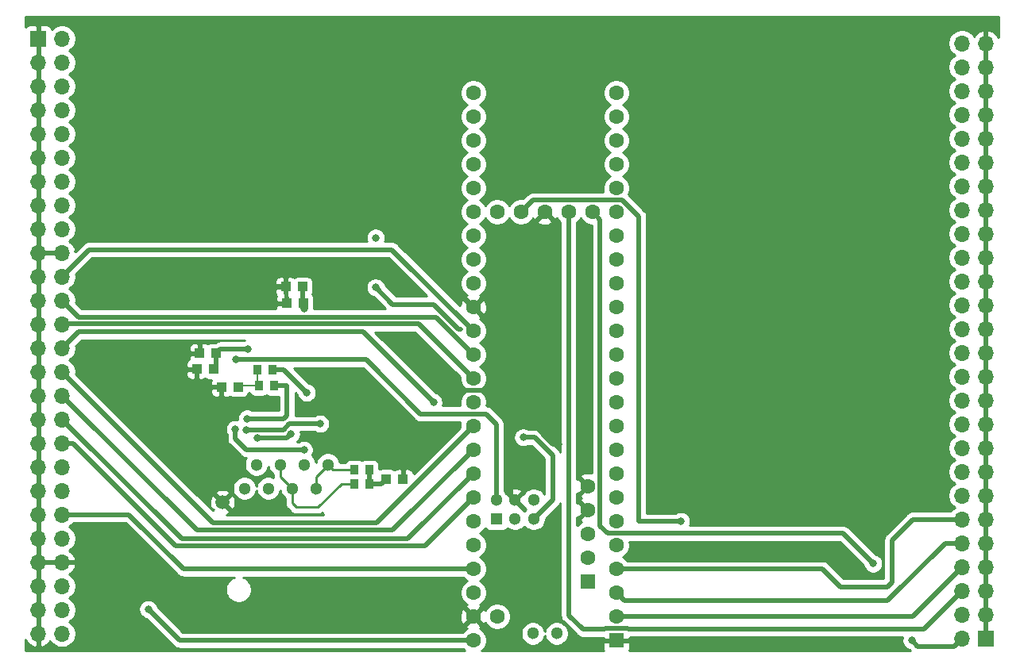
<source format=gbr>
%TF.GenerationSoftware,KiCad,Pcbnew,(5.1.6)-1*%
%TF.CreationDate,2020-08-15T20:42:22+02:00*%
%TF.ProjectId,teensypcbn,7465656e-7379-4706-9362-6e2e6b696361,rev?*%
%TF.SameCoordinates,Original*%
%TF.FileFunction,Copper,L2,Bot*%
%TF.FilePolarity,Positive*%
%FSLAX46Y46*%
G04 Gerber Fmt 4.6, Leading zero omitted, Abs format (unit mm)*
G04 Created by KiCad (PCBNEW (5.1.6)-1) date 2020-08-15 20:42:22*
%MOMM*%
%LPD*%
G01*
G04 APERTURE LIST*
%TA.AperFunction,SMDPad,CuDef*%
%ADD10R,0.995000X1.000000*%
%TD*%
%TA.AperFunction,ComponentPad*%
%ADD11R,1.700000X1.700000*%
%TD*%
%TA.AperFunction,ComponentPad*%
%ADD12O,1.700000X1.700000*%
%TD*%
%TA.AperFunction,ComponentPad*%
%ADD13C,1.300000*%
%TD*%
%TA.AperFunction,ComponentPad*%
%ADD14C,1.500000*%
%TD*%
%TA.AperFunction,SMDPad,CuDef*%
%ADD15R,0.820000X1.000000*%
%TD*%
%TA.AperFunction,ComponentPad*%
%ADD16C,1.600000*%
%TD*%
%TA.AperFunction,ComponentPad*%
%ADD17R,1.600000X1.600000*%
%TD*%
%TA.AperFunction,ComponentPad*%
%ADD18R,1.300000X1.300000*%
%TD*%
%TA.AperFunction,ViaPad*%
%ADD19C,0.800000*%
%TD*%
%TA.AperFunction,Conductor*%
%ADD20C,0.500000*%
%TD*%
%TA.AperFunction,Conductor*%
%ADD21C,0.200000*%
%TD*%
%TA.AperFunction,Conductor*%
%ADD22C,0.250000*%
%TD*%
%TA.AperFunction,Conductor*%
%ADD23C,0.254000*%
%TD*%
G04 APERTURE END LIST*
D10*
%TO.P,C1,2*%
%TO.N,GND*%
X150382500Y-85480000D03*
%TO.P,C1,1*%
%TO.N,Net-(C1-Pad1)*%
X152157500Y-85480000D03*
%TD*%
%TO.P,C2,2*%
%TO.N,Net-(C1-Pad1)*%
X152252501Y-87234999D03*
%TO.P,C2,1*%
%TO.N,GND*%
X150477501Y-87234999D03*
%TD*%
%TO.P,C3,1*%
%TO.N,Net-(C3-Pad1)*%
X142667500Y-94270000D03*
%TO.P,C3,2*%
%TO.N,GND*%
X140892500Y-94270000D03*
%TD*%
%TO.P,C4,1*%
%TO.N,GND*%
X141187501Y-92574999D03*
%TO.P,C4,2*%
%TO.N,Net-(C3-Pad1)*%
X142962501Y-92574999D03*
%TD*%
%TO.P,C5,1*%
%TO.N,Net-(C5-Pad1)*%
X145297500Y-96190000D03*
%TO.P,C5,2*%
%TO.N,GND*%
X143522500Y-96190000D03*
%TD*%
%TO.P,C6,2*%
%TO.N,GND*%
X162887500Y-106000000D03*
%TO.P,C6,1*%
%TO.N,Net-(C6-Pad1)*%
X161112500Y-106000000D03*
%TD*%
D11*
%TO.P,J1,1*%
%TO.N,GND*%
X225000000Y-123000000D03*
D12*
%TO.P,J1,2*%
%TO.N,Net-(BT1-Pad1)*%
X222460000Y-123000000D03*
%TO.P,J1,3*%
%TO.N,GND*%
X225000000Y-120460000D03*
%TO.P,J1,4*%
%TO.N,Net-(J1-Pad4)*%
X222460000Y-120460000D03*
%TO.P,J1,5*%
%TO.N,GND*%
X225000000Y-117920000D03*
%TO.P,J1,6*%
%TO.N,Net-(J1-Pad6)*%
X222460000Y-117920000D03*
%TO.P,J1,7*%
%TO.N,GND*%
X225000000Y-115380000D03*
%TO.P,J1,8*%
%TO.N,Net-(J1-Pad8)*%
X222460000Y-115380000D03*
%TO.P,J1,9*%
%TO.N,GND*%
X225000000Y-112840000D03*
%TO.P,J1,10*%
%TO.N,Net-(J1-Pad10)*%
X222460000Y-112840000D03*
%TO.P,J1,11*%
%TO.N,GND*%
X225000000Y-110300000D03*
%TO.P,J1,12*%
%TO.N,Net-(J1-Pad12)*%
X222460000Y-110300000D03*
%TO.P,J1,13*%
%TO.N,GND*%
X225000000Y-107760000D03*
%TO.P,J1,14*%
%TO.N,Net-(J1-Pad14)*%
X222460000Y-107760000D03*
%TO.P,J1,15*%
%TO.N,GND*%
X225000000Y-105220000D03*
%TO.P,J1,16*%
%TO.N,Net-(J1-Pad16)*%
X222460000Y-105220000D03*
%TO.P,J1,17*%
%TO.N,GND*%
X225000000Y-102680000D03*
%TO.P,J1,18*%
%TO.N,Net-(J1-Pad18)*%
X222460000Y-102680000D03*
%TO.P,J1,19*%
%TO.N,GND*%
X225000000Y-100140000D03*
%TO.P,J1,20*%
%TO.N,Net-(J1-Pad20)*%
X222460000Y-100140000D03*
%TO.P,J1,21*%
%TO.N,GND*%
X225000000Y-97600000D03*
%TO.P,J1,22*%
%TO.N,Net-(J1-Pad22)*%
X222460000Y-97600000D03*
%TO.P,J1,23*%
%TO.N,GND*%
X225000000Y-95060000D03*
%TO.P,J1,24*%
%TO.N,Net-(J1-Pad24)*%
X222460000Y-95060000D03*
%TO.P,J1,25*%
%TO.N,GND*%
X225000000Y-92520000D03*
%TO.P,J1,26*%
%TO.N,Net-(J1-Pad26)*%
X222460000Y-92520000D03*
%TO.P,J1,27*%
%TO.N,GND*%
X225000000Y-89980000D03*
%TO.P,J1,28*%
%TO.N,Net-(J1-Pad28)*%
X222460000Y-89980000D03*
%TO.P,J1,29*%
%TO.N,GND*%
X225000000Y-87440000D03*
%TO.P,J1,30*%
%TO.N,Net-(J1-Pad30)*%
X222460000Y-87440000D03*
%TO.P,J1,31*%
%TO.N,GND*%
X225000000Y-84900000D03*
%TO.P,J1,32*%
%TO.N,Net-(J1-Pad32)*%
X222460000Y-84900000D03*
%TO.P,J1,33*%
%TO.N,GND*%
X225000000Y-82360000D03*
%TO.P,J1,34*%
%TO.N,Net-(J1-Pad34)*%
X222460000Y-82360000D03*
%TO.P,J1,35*%
%TO.N,GND*%
X225000000Y-79820000D03*
%TO.P,J1,36*%
%TO.N,Net-(J1-Pad36)*%
X222460000Y-79820000D03*
%TO.P,J1,37*%
%TO.N,GND*%
X225000000Y-77280000D03*
%TO.P,J1,38*%
%TO.N,Net-(J1-Pad38)*%
X222460000Y-77280000D03*
%TO.P,J1,39*%
%TO.N,GND*%
X225000000Y-74740000D03*
%TO.P,J1,40*%
%TO.N,Net-(J1-Pad40)*%
X222460000Y-74740000D03*
%TO.P,J1,41*%
%TO.N,GND*%
X225000000Y-72200000D03*
%TO.P,J1,42*%
%TO.N,Net-(J1-Pad42)*%
X222460000Y-72200000D03*
%TO.P,J1,43*%
%TO.N,GND*%
X225000000Y-69660000D03*
%TO.P,J1,44*%
%TO.N,Net-(J1-Pad44)*%
X222460000Y-69660000D03*
%TO.P,J1,45*%
%TO.N,GND*%
X225000000Y-67120000D03*
%TO.P,J1,46*%
%TO.N,Net-(J1-Pad46)*%
X222460000Y-67120000D03*
%TO.P,J1,47*%
%TO.N,GND*%
X225000000Y-64580000D03*
%TO.P,J1,48*%
%TO.N,Net-(J1-Pad48)*%
X222460000Y-64580000D03*
%TO.P,J1,49*%
%TO.N,GND*%
X225000000Y-62040000D03*
%TO.P,J1,50*%
%TO.N,Net-(J1-Pad50)*%
X222460000Y-62040000D03*
%TO.P,J1,51*%
%TO.N,GND*%
X225000000Y-59500000D03*
%TO.P,J1,52*%
%TO.N,Net-(J1-Pad52)*%
X222460000Y-59500000D03*
%TD*%
%TO.P,J2,52*%
%TO.N,Net-(J2-Pad52)*%
X126540000Y-122500000D03*
%TO.P,J2,51*%
%TO.N,GND*%
X124000000Y-122500000D03*
%TO.P,J2,50*%
%TO.N,Net-(J2-Pad50)*%
X126540000Y-119960000D03*
%TO.P,J2,49*%
%TO.N,GND*%
X124000000Y-119960000D03*
%TO.P,J2,48*%
%TO.N,Net-(J2-Pad48)*%
X126540000Y-117420000D03*
%TO.P,J2,47*%
%TO.N,GND*%
X124000000Y-117420000D03*
%TO.P,J2,46*%
X126540000Y-114880000D03*
%TO.P,J2,45*%
X124000000Y-114880000D03*
%TO.P,J2,44*%
%TO.N,Net-(J2-Pad44)*%
X126540000Y-112340000D03*
%TO.P,J2,43*%
%TO.N,GND*%
X124000000Y-112340000D03*
%TO.P,J2,42*%
%TO.N,Net-(J2-Pad42)*%
X126540000Y-109800000D03*
%TO.P,J2,41*%
%TO.N,GND*%
X124000000Y-109800000D03*
%TO.P,J2,40*%
%TO.N,Net-(J2-Pad40)*%
X126540000Y-107260000D03*
%TO.P,J2,39*%
%TO.N,GND*%
X124000000Y-107260000D03*
%TO.P,J2,38*%
%TO.N,Net-(J2-Pad38)*%
X126540000Y-104720000D03*
%TO.P,J2,37*%
%TO.N,GND*%
X124000000Y-104720000D03*
%TO.P,J2,36*%
%TO.N,Net-(J2-Pad36)*%
X126540000Y-102180000D03*
%TO.P,J2,35*%
%TO.N,GND*%
X124000000Y-102180000D03*
%TO.P,J2,34*%
%TO.N,Net-(J2-Pad34)*%
X126540000Y-99640000D03*
%TO.P,J2,33*%
%TO.N,GND*%
X124000000Y-99640000D03*
%TO.P,J2,32*%
%TO.N,Net-(J2-Pad32)*%
X126540000Y-97100000D03*
%TO.P,J2,31*%
%TO.N,GND*%
X124000000Y-97100000D03*
%TO.P,J2,30*%
%TO.N,Net-(J2-Pad30)*%
X126540000Y-94560000D03*
%TO.P,J2,29*%
%TO.N,GND*%
X124000000Y-94560000D03*
%TO.P,J2,28*%
%TO.N,Net-(J2-Pad28)*%
X126540000Y-92020000D03*
%TO.P,J2,27*%
%TO.N,GND*%
X124000000Y-92020000D03*
%TO.P,J2,26*%
%TO.N,Net-(J2-Pad26)*%
X126540000Y-89480000D03*
%TO.P,J2,25*%
%TO.N,GND*%
X124000000Y-89480000D03*
%TO.P,J2,24*%
%TO.N,Net-(J2-Pad24)*%
X126540000Y-86940000D03*
%TO.P,J2,23*%
%TO.N,GND*%
X124000000Y-86940000D03*
%TO.P,J2,22*%
%TO.N,Net-(J2-Pad22)*%
X126540000Y-84400000D03*
%TO.P,J2,21*%
%TO.N,GND*%
X124000000Y-84400000D03*
%TO.P,J2,20*%
X126540000Y-81860000D03*
%TO.P,J2,19*%
X124000000Y-81860000D03*
%TO.P,J2,18*%
%TO.N,Net-(J2-Pad18)*%
X126540000Y-79320000D03*
%TO.P,J2,17*%
%TO.N,GND*%
X124000000Y-79320000D03*
%TO.P,J2,16*%
%TO.N,Net-(J2-Pad16)*%
X126540000Y-76780000D03*
%TO.P,J2,15*%
%TO.N,GND*%
X124000000Y-76780000D03*
%TO.P,J2,14*%
%TO.N,Net-(J2-Pad14)*%
X126540000Y-74240000D03*
%TO.P,J2,13*%
%TO.N,GND*%
X124000000Y-74240000D03*
%TO.P,J2,12*%
%TO.N,Net-(J2-Pad12)*%
X126540000Y-71700000D03*
%TO.P,J2,11*%
%TO.N,GND*%
X124000000Y-71700000D03*
%TO.P,J2,10*%
%TO.N,Net-(J2-Pad10)*%
X126540000Y-69160000D03*
%TO.P,J2,9*%
%TO.N,GND*%
X124000000Y-69160000D03*
%TO.P,J2,8*%
%TO.N,Net-(J2-Pad8)*%
X126540000Y-66620000D03*
%TO.P,J2,7*%
%TO.N,GND*%
X124000000Y-66620000D03*
%TO.P,J2,6*%
%TO.N,Net-(J2-Pad6)*%
X126540000Y-64080000D03*
%TO.P,J2,5*%
%TO.N,GND*%
X124000000Y-64080000D03*
%TO.P,J2,4*%
%TO.N,Net-(J2-Pad4)*%
X126540000Y-61540000D03*
%TO.P,J2,3*%
%TO.N,GND*%
X124000000Y-61540000D03*
%TO.P,J2,2*%
%TO.N,Net-(J2-Pad2)*%
X126540000Y-59000000D03*
D11*
%TO.P,J2,1*%
%TO.N,GND*%
X124000000Y-59000000D03*
%TD*%
D13*
%TO.P,J4,1*%
%TO.N,/T1P*%
X146000000Y-107000000D03*
%TO.P,J4,2*%
%TO.N,/T1N*%
X147270000Y-104460000D03*
%TO.P,J4,3*%
%TO.N,/R1P*%
X148540000Y-107000000D03*
%TO.P,J4,4*%
%TO.N,Net-(J4-Pad4)*%
X149810000Y-104460000D03*
%TO.P,J4,5*%
X151080000Y-107000000D03*
%TO.P,J4,6*%
%TO.N,/R1N*%
X152350000Y-104460000D03*
%TO.P,J4,7*%
%TO.N,Net-(J4-Pad7)*%
X153620000Y-107000000D03*
%TO.P,J4,8*%
X154890000Y-104460000D03*
D14*
%TO.P,J4,G1*%
%TO.N,GND*%
X143645000Y-108470000D03*
%TD*%
D15*
%TO.P,R1,2*%
%TO.N,Net-(C5-Pad1)*%
X147510000Y-96060000D03*
%TO.P,R1,1*%
%TO.N,Net-(R1-Pad1)*%
X149110000Y-96060000D03*
%TD*%
%TO.P,R2,1*%
%TO.N,Net-(R2-Pad1)*%
X148940000Y-94320000D03*
%TO.P,R2,2*%
%TO.N,Net-(C5-Pad1)*%
X147340000Y-94320000D03*
%TD*%
%TO.P,R3,2*%
%TO.N,Net-(C6-Pad1)*%
X159300000Y-106500000D03*
%TO.P,R3,1*%
%TO.N,Net-(J4-Pad4)*%
X157700000Y-106500000D03*
%TD*%
%TO.P,R4,1*%
%TO.N,Net-(J4-Pad7)*%
X157700000Y-105000000D03*
%TO.P,R4,2*%
%TO.N,Net-(C6-Pad1)*%
X159300000Y-105000000D03*
%TD*%
D16*
%TO.P,U1,49*%
%TO.N,Net-(J2-Pad52)*%
X172920000Y-120670000D03*
%TO.P,U1,59*%
%TO.N,GND*%
X182569200Y-106750800D03*
%TO.P,U1,58*%
X182569200Y-109290800D03*
%TO.P,U1,57*%
%TO.N,/DP*%
X182569200Y-111830800D03*
%TO.P,U1,56*%
%TO.N,/DN*%
X182569200Y-114370800D03*
D17*
%TO.P,U1,55*%
%TO.N,Net-(J3-Pad1)*%
X182569200Y-116910800D03*
D16*
%TO.P,U1,48*%
%TO.N,Net-(J2-Pad48)*%
X170380000Y-123210000D03*
%TO.P,U1,47*%
%TO.N,GND*%
X170380000Y-120670000D03*
%TO.P,U1,46*%
%TO.N,Net-(J2-Pad44)*%
X170380000Y-118130000D03*
%TO.P,U1,45*%
%TO.N,Net-(J2-Pad42)*%
X170380000Y-115590000D03*
%TO.P,U1,44*%
%TO.N,Net-(J2-Pad40)*%
X170380000Y-113050000D03*
%TO.P,U1,43*%
%TO.N,Net-(J2-Pad38)*%
X170380000Y-110510000D03*
%TO.P,U1,42*%
%TO.N,Net-(J2-Pad36)*%
X170380000Y-107970000D03*
%TO.P,U1,41*%
%TO.N,Net-(J2-Pad34)*%
X170380000Y-105430000D03*
%TO.P,U1,40*%
%TO.N,Net-(J2-Pad32)*%
X170380000Y-102890000D03*
%TO.P,U1,39*%
%TO.N,Net-(J2-Pad30)*%
X170380000Y-100350000D03*
%TO.P,U1,38*%
%TO.N,Net-(J2-Pad28)*%
X170380000Y-97810000D03*
%TO.P,U1,37*%
%TO.N,Net-(J2-Pad26)*%
X170380000Y-95270000D03*
%TO.P,U1,36*%
%TO.N,Net-(J2-Pad24)*%
X170380000Y-92730000D03*
%TO.P,U1,35*%
%TO.N,Net-(J2-Pad22)*%
X170380000Y-90190000D03*
D17*
%TO.P,U1,1*%
%TO.N,GND*%
X185620000Y-123210000D03*
D16*
%TO.P,U1,2*%
%TO.N,Net-(J1-Pad8)*%
X185620000Y-120670000D03*
%TO.P,U1,3*%
%TO.N,Net-(J1-Pad10)*%
X185620000Y-118130000D03*
%TO.P,U1,4*%
%TO.N,Net-(J1-Pad12)*%
X185620000Y-115590000D03*
%TO.P,U1,5*%
%TO.N,Net-(J1-Pad14)*%
X185620000Y-113050000D03*
%TO.P,U1,6*%
%TO.N,Net-(J1-Pad16)*%
X185620000Y-110510000D03*
%TO.P,U1,7*%
%TO.N,Net-(J1-Pad18)*%
X185620000Y-107970000D03*
%TO.P,U1,8*%
%TO.N,Net-(J1-Pad20)*%
X185620000Y-105430000D03*
%TO.P,U1,9*%
%TO.N,Net-(J1-Pad22)*%
X185620000Y-102890000D03*
%TO.P,U1,10*%
%TO.N,Net-(J1-Pad24)*%
X185620000Y-100350000D03*
%TO.P,U1,11*%
%TO.N,Net-(J1-Pad26)*%
X185620000Y-97810000D03*
%TO.P,U1,12*%
%TO.N,Net-(J1-Pad28)*%
X185620000Y-95270000D03*
%TO.P,U1,13*%
%TO.N,Net-(J1-Pad30)*%
X185620000Y-92730000D03*
%TO.P,U1,34*%
%TO.N,GND*%
X170380000Y-87650000D03*
%TO.P,U1,33*%
%TO.N,Net-(J2-Pad18)*%
X170380000Y-85110000D03*
%TO.P,U1,32*%
%TO.N,Net-(J2-Pad16)*%
X170380000Y-82570000D03*
%TO.P,U1,31*%
%TO.N,Net-(J2-Pad14)*%
X170380000Y-80030000D03*
%TO.P,U1,30*%
%TO.N,Net-(J2-Pad12)*%
X170380000Y-77490000D03*
%TO.P,U1,29*%
%TO.N,Net-(J2-Pad10)*%
X170380000Y-74950000D03*
%TO.P,U1,28*%
%TO.N,Net-(J2-Pad8)*%
X170380000Y-72410000D03*
%TO.P,U1,27*%
%TO.N,Net-(J2-Pad6)*%
X170380000Y-69870000D03*
%TO.P,U1,26*%
%TO.N,Net-(J2-Pad4)*%
X170380000Y-67330000D03*
%TO.P,U1,25*%
%TO.N,Net-(J2-Pad2)*%
X170380000Y-64790000D03*
%TO.P,U1,24*%
%TO.N,Net-(J1-Pad52)*%
X185620000Y-64790000D03*
%TO.P,U1,23*%
%TO.N,Net-(J1-Pad50)*%
X185620000Y-67330000D03*
%TO.P,U1,22*%
%TO.N,Net-(J1-Pad48)*%
X185620000Y-69870000D03*
%TO.P,U1,21*%
%TO.N,Net-(J1-Pad46)*%
X185620000Y-72410000D03*
%TO.P,U1,14*%
%TO.N,Net-(J1-Pad32)*%
X185620000Y-90190000D03*
%TO.P,U1,15*%
%TO.N,Net-(J1-Pad34)*%
X185620000Y-87650000D03*
%TO.P,U1,16*%
%TO.N,Net-(J1-Pad36)*%
X185620000Y-85110000D03*
%TO.P,U1,20*%
%TO.N,Net-(J1-Pad44)*%
X185620000Y-74950000D03*
%TO.P,U1,19*%
%TO.N,Net-(J1-Pad42)*%
X185620000Y-77490000D03*
%TO.P,U1,18*%
%TO.N,Net-(J1-Pad40)*%
X185620000Y-80030000D03*
%TO.P,U1,17*%
%TO.N,Net-(J1-Pad38)*%
X185620000Y-82570000D03*
D18*
%TO.P,U1,60*%
%TO.N,/RP*%
X172818400Y-110240000D03*
D13*
%TO.P,U1,65*%
%TO.N,/RN*%
X172818400Y-108240000D03*
%TO.P,U1,61*%
%TO.N,Net-(U1-Pad61)*%
X174818400Y-110240000D03*
%TO.P,U1,64*%
%TO.N,GND*%
X174818400Y-108240000D03*
%TO.P,U1,63*%
%TO.N,/TP*%
X176818400Y-108240000D03*
%TO.P,U1,62*%
%TO.N,/TN*%
X176818400Y-110240000D03*
D16*
%TO.P,U1,50*%
%TO.N,Net-(BT1-Pad1)*%
X183080000Y-77490000D03*
%TO.P,U1,51*%
%TO.N,Net-(J1-Pad6)*%
X180540000Y-77490000D03*
%TO.P,U1,52*%
%TO.N,GND*%
X178000000Y-77490000D03*
%TO.P,U1,53*%
%TO.N,Net-(J1-Pad4)*%
X175460000Y-77490000D03*
%TO.P,U1,54*%
%TO.N,Net-(J2-Pad50)*%
X172920000Y-77490000D03*
D13*
%TO.P,U1,66*%
%TO.N,Net-(U1-Pad66)*%
X179270000Y-122480000D03*
%TO.P,U1,67*%
%TO.N,Net-(U1-Pad67)*%
X176730000Y-122480000D03*
%TD*%
D19*
%TO.N,*%
X159975000Y-85550000D03*
X159975000Y-80250000D03*
%TO.N,Net-(BT1-Pad1)*%
X212986435Y-115013564D03*
X217107052Y-123240010D03*
%TO.N,GND*%
X181829999Y-73030001D03*
X181980000Y-81890000D03*
X184750000Y-60310000D03*
X145800000Y-86425000D03*
X166850000Y-84225000D03*
X162275000Y-84775000D03*
X138125000Y-91575000D03*
X174400000Y-97750000D03*
X179450000Y-102250000D03*
X168150000Y-96100000D03*
X161425000Y-99425000D03*
%TO.N,Net-(J1-Pad4)*%
X192500000Y-110500000D03*
%TO.N,Net-(J2-Pad48)*%
X135740000Y-119880000D03*
%TO.N,Net-(J2-Pad28)*%
X166140001Y-97810000D03*
%TO.N,Net-(C1-Pad1)*%
X152360000Y-87840000D03*
%TO.N,Net-(C3-Pad1)*%
X146370000Y-92120000D03*
%TO.N,/TN*%
X175700000Y-101550000D03*
%TO.N,/RN*%
X145055000Y-93255000D03*
%TO.N,Net-(R1-Pad1)*%
X146270000Y-99540000D03*
%TO.N,Net-(R2-Pad1)*%
X152630000Y-96770000D03*
%TO.N,/T1P*%
X154050000Y-100090000D03*
X146210000Y-100760000D03*
%TO.N,/T1N*%
X150950000Y-101170000D03*
X147390000Y-101610010D03*
%TO.N,/R1N*%
X152330000Y-102880000D03*
X145000000Y-100660000D03*
%TD*%
D20*
%TO.N,*%
X169050000Y-90025000D02*
X168775000Y-90025000D01*
X168775000Y-90025000D02*
X166125000Y-87375000D01*
X161800000Y-87375000D02*
X159975000Y-85550000D01*
X166125000Y-87375000D02*
X161800000Y-87375000D01*
%TO.N,Net-(BT1-Pad1)*%
X221610001Y-123849999D02*
X217717041Y-123849999D01*
X217717041Y-123849999D02*
X217107052Y-123240010D01*
X222460000Y-123000000D02*
X221610001Y-123849999D01*
X184699999Y-111799999D02*
X209772870Y-111799999D01*
X183879999Y-110979999D02*
X184699999Y-111799999D01*
X183080000Y-77490000D02*
X183879999Y-78289999D01*
X209772870Y-111799999D02*
X212986435Y-115013564D01*
X183879999Y-78289999D02*
X183879999Y-110979999D01*
%TO.N,GND*%
X150382500Y-85480000D02*
X146745000Y-85480000D01*
X146745000Y-85480000D02*
X145800000Y-86425000D01*
X170380000Y-87650000D02*
X170275000Y-87650000D01*
X170275000Y-87650000D02*
X166850000Y-84225000D01*
X178900000Y-102250000D02*
X179450000Y-102250000D01*
X174400000Y-97750000D02*
X178900000Y-102250000D01*
X174400000Y-107821600D02*
X174818400Y-108240000D01*
X174400000Y-97750000D02*
X174400000Y-107821600D01*
X168609999Y-96559999D02*
X168150000Y-96100000D01*
X174400000Y-97750000D02*
X173209999Y-96559999D01*
X173209999Y-96559999D02*
X168609999Y-96559999D01*
%TO.N,Net-(J1-Pad4)*%
X192500000Y-110500000D02*
X188000000Y-110500000D01*
X176710001Y-76239999D02*
X175460000Y-77490000D01*
X186220001Y-76239999D02*
X176710001Y-76239999D01*
X188000000Y-78019998D02*
X186220001Y-76239999D01*
X188000000Y-110500000D02*
X188000000Y-78019998D01*
%TO.N,Net-(J1-Pad6)*%
X186870001Y-122049999D02*
X186870001Y-122020000D01*
X186780001Y-121959999D02*
X186870001Y-122049999D01*
X180540000Y-120540000D02*
X182040000Y-122040000D01*
X186870001Y-122020000D02*
X218360000Y-122020000D01*
X184369999Y-122049999D02*
X184459999Y-121959999D01*
X218360000Y-122020000D02*
X222460000Y-117920000D01*
X180540000Y-77490000D02*
X180540000Y-120540000D01*
X184459999Y-121959999D02*
X186780001Y-121959999D01*
X182040000Y-122040000D02*
X184369999Y-122040000D01*
X184369999Y-122040000D02*
X184369999Y-122049999D01*
%TO.N,Net-(J1-Pad8)*%
X191460713Y-120640000D02*
X191430713Y-120670000D01*
X222460000Y-115380000D02*
X217200000Y-120640000D01*
X217200000Y-120640000D02*
X191460713Y-120640000D01*
X185650000Y-120640000D02*
X185620000Y-120670000D01*
X191460713Y-120640000D02*
X185650000Y-120640000D01*
%TO.N,Net-(J1-Pad10)*%
X222460000Y-112840000D02*
X220660000Y-112840000D01*
X220660000Y-112840000D02*
X214524999Y-118975001D01*
X214524999Y-118975001D02*
X186465001Y-118975001D01*
X186465001Y-118975001D02*
X185620000Y-118130000D01*
%TO.N,Net-(J1-Pad12)*%
X222460000Y-110300000D02*
X217200000Y-110300000D01*
X217200000Y-110300000D02*
X215000000Y-112500000D01*
X215000000Y-112500000D02*
X215000000Y-117000000D01*
X215000000Y-117000000D02*
X214500000Y-117500000D01*
X214500000Y-117500000D02*
X209500000Y-117500000D01*
X207590000Y-115590000D02*
X185620000Y-115590000D01*
X209500000Y-117500000D02*
X207590000Y-115590000D01*
%TO.N,Net-(J2-Pad48)*%
X139070000Y-123210000D02*
X170380000Y-123210000D01*
X135740000Y-119880000D02*
X139070000Y-123210000D01*
%TO.N,Net-(J2-Pad42)*%
X139465000Y-115590000D02*
X170380000Y-115590000D01*
X126540000Y-109800000D02*
X133675000Y-109800000D01*
X133675000Y-109800000D02*
X139465000Y-115590000D01*
%TO.N,Net-(J2-Pad36)*%
X138662092Y-113100011D02*
X127742081Y-102180000D01*
X127742081Y-102180000D02*
X126540000Y-102180000D01*
X170380000Y-107970000D02*
X165249989Y-113100011D01*
X165249989Y-113100011D02*
X138662092Y-113100011D01*
%TO.N,Net-(J2-Pad34)*%
X163410000Y-112400000D02*
X170380000Y-105430000D01*
X139300000Y-112400000D02*
X163410000Y-112400000D01*
X126540000Y-99640000D02*
X139300000Y-112400000D01*
%TO.N,Net-(J2-Pad32)*%
X140915000Y-111475000D02*
X126540000Y-97100000D01*
X170380000Y-102890000D02*
X161795000Y-111475000D01*
X161795000Y-111475000D02*
X140915000Y-111475000D01*
%TO.N,Net-(J2-Pad30)*%
X142655000Y-110675000D02*
X126540000Y-94560000D01*
X170380000Y-100350000D02*
X160055000Y-110675000D01*
X160055000Y-110675000D02*
X142655000Y-110675000D01*
%TO.N,Net-(J2-Pad28)*%
X126540000Y-92020000D02*
X128285000Y-90275000D01*
X158605001Y-90275000D02*
X166140001Y-97810000D01*
X128285000Y-90275000D02*
X158605001Y-90275000D01*
%TO.N,Net-(J2-Pad26)*%
X164534989Y-89424989D02*
X126595011Y-89424989D01*
X126595011Y-89424989D02*
X126540000Y-89480000D01*
X170380000Y-95270000D02*
X164534989Y-89424989D01*
%TO.N,Net-(J2-Pad24)*%
X166374978Y-88724978D02*
X128324978Y-88724978D01*
X170380000Y-92730000D02*
X166374978Y-88724978D01*
X128324978Y-88724978D02*
X126540000Y-86940000D01*
%TO.N,Net-(J2-Pad22)*%
X126540000Y-84400000D02*
X129420000Y-81520000D01*
X161710000Y-81520000D02*
X170380000Y-90190000D01*
X129420000Y-81520000D02*
X161710000Y-81520000D01*
%TO.N,Net-(C1-Pad1)*%
X152157500Y-87139998D02*
X152252501Y-87234999D01*
X152157500Y-85480000D02*
X152157500Y-87139998D01*
X152252501Y-87234999D02*
X152252501Y-87732501D01*
X152252501Y-87732501D02*
X152360000Y-87840000D01*
%TO.N,Net-(C3-Pad1)*%
X143417500Y-92120000D02*
X142962501Y-92574999D01*
X146370000Y-92120000D02*
X143417500Y-92120000D01*
D21*
X142962501Y-93974999D02*
X142667500Y-94270000D01*
D20*
X142962501Y-92574999D02*
X142962501Y-93974999D01*
%TO.N,/TN*%
X175700000Y-101550000D02*
X176920000Y-101550000D01*
X176920000Y-101550000D02*
X178850000Y-103480000D01*
X178850000Y-108208400D02*
X176818400Y-110240000D01*
X178850000Y-103480000D02*
X178850000Y-108208400D01*
D21*
%TO.N,/RN*%
X145140000Y-93170000D02*
X145055000Y-93255000D01*
D20*
X164760001Y-99060001D02*
X158955000Y-93255000D01*
X158955000Y-93255000D02*
X145055000Y-93255000D01*
X172818400Y-108240000D02*
X172818400Y-100143400D01*
X171735001Y-99060001D02*
X164760001Y-99060001D01*
X172818400Y-100143400D02*
X171735001Y-99060001D01*
D21*
%TO.N,Net-(C5-Pad1)*%
X147340000Y-95890000D02*
X147510000Y-96060000D01*
X147340000Y-94320000D02*
X147340000Y-95890000D01*
X145427500Y-96060000D02*
X145297500Y-96190000D01*
X147510000Y-96060000D02*
X145427500Y-96060000D01*
D20*
%TO.N,Net-(C6-Pad1)*%
X159300000Y-105000000D02*
X159300000Y-106500000D01*
X160612500Y-106500000D02*
X161112500Y-106000000D01*
X159300000Y-106500000D02*
X160612500Y-106500000D01*
D22*
%TO.N,Net-(J4-Pad4)*%
X149810000Y-105730000D02*
X151080000Y-107000000D01*
X149810000Y-104460000D02*
X149810000Y-105730000D01*
X151080000Y-107000000D02*
X151080000Y-108580000D01*
X151080000Y-108580000D02*
X151500000Y-109000000D01*
X156306998Y-106500000D02*
X157700000Y-106500000D01*
X153806998Y-109000000D02*
X156306998Y-106500000D01*
X151500000Y-109000000D02*
X153806998Y-109000000D01*
%TO.N,Net-(J4-Pad7)*%
X155430000Y-105000000D02*
X154890000Y-104460000D01*
X157700000Y-105000000D02*
X155430000Y-105000000D01*
X153620000Y-105730000D02*
X154890000Y-104460000D01*
X153620000Y-107000000D02*
X153620000Y-105730000D01*
D20*
%TO.N,Net-(R1-Pad1)*%
X150180000Y-99540000D02*
X146270000Y-99540000D01*
X149110000Y-96060000D02*
X150510000Y-96060000D01*
X150510000Y-99210000D02*
X150180000Y-99540000D01*
X150510000Y-96060000D02*
X150510000Y-99210000D01*
%TO.N,Net-(R2-Pad1)*%
X150180000Y-94320000D02*
X148940000Y-94320000D01*
X152630000Y-96770000D02*
X150180000Y-94320000D01*
%TO.N,/T1P*%
X154050000Y-100090000D02*
X150790000Y-100090000D01*
X150120000Y-100760000D02*
X146210000Y-100760000D01*
X150790000Y-100090000D02*
X150120000Y-100760000D01*
%TO.N,/T1N*%
X150509990Y-101610010D02*
X147390000Y-101610010D01*
X150950000Y-101170000D02*
X150509990Y-101610010D01*
%TO.N,/R1N*%
X152330000Y-102880000D02*
X146210000Y-102880000D01*
X146210000Y-102880000D02*
X145000000Y-101670000D01*
X145000000Y-101670000D02*
X145000000Y-100660000D01*
%TD*%
D23*
%TO.N,GND*%
G36*
X226340001Y-56967572D02*
G01*
X226340000Y-56967582D01*
X226340000Y-58876598D01*
X226271641Y-58733080D01*
X226097588Y-58499731D01*
X225881355Y-58304822D01*
X225631252Y-58155843D01*
X225356891Y-58058519D01*
X225127000Y-58179186D01*
X225127000Y-59373000D01*
X225147000Y-59373000D01*
X225147000Y-59627000D01*
X225127000Y-59627000D01*
X225127000Y-61913000D01*
X225147000Y-61913000D01*
X225147000Y-62167000D01*
X225127000Y-62167000D01*
X225127000Y-64453000D01*
X225147000Y-64453000D01*
X225147000Y-64707000D01*
X225127000Y-64707000D01*
X225127000Y-66993000D01*
X225147000Y-66993000D01*
X225147000Y-67247000D01*
X225127000Y-67247000D01*
X225127000Y-69533000D01*
X225147000Y-69533000D01*
X225147000Y-69787000D01*
X225127000Y-69787000D01*
X225127000Y-72073000D01*
X225147000Y-72073000D01*
X225147000Y-72327000D01*
X225127000Y-72327000D01*
X225127000Y-74613000D01*
X225147000Y-74613000D01*
X225147000Y-74867000D01*
X225127000Y-74867000D01*
X225127000Y-77153000D01*
X225147000Y-77153000D01*
X225147000Y-77407000D01*
X225127000Y-77407000D01*
X225127000Y-79693000D01*
X225147000Y-79693000D01*
X225147000Y-79947000D01*
X225127000Y-79947000D01*
X225127000Y-82233000D01*
X225147000Y-82233000D01*
X225147000Y-82487000D01*
X225127000Y-82487000D01*
X225127000Y-84773000D01*
X225147000Y-84773000D01*
X225147000Y-85027000D01*
X225127000Y-85027000D01*
X225127000Y-87313000D01*
X225147000Y-87313000D01*
X225147000Y-87567000D01*
X225127000Y-87567000D01*
X225127000Y-89853000D01*
X225147000Y-89853000D01*
X225147000Y-90107000D01*
X225127000Y-90107000D01*
X225127000Y-92393000D01*
X225147000Y-92393000D01*
X225147000Y-92647000D01*
X225127000Y-92647000D01*
X225127000Y-94933000D01*
X225147000Y-94933000D01*
X225147000Y-95187000D01*
X225127000Y-95187000D01*
X225127000Y-97473000D01*
X225147000Y-97473000D01*
X225147000Y-97727000D01*
X225127000Y-97727000D01*
X225127000Y-100013000D01*
X225147000Y-100013000D01*
X225147000Y-100267000D01*
X225127000Y-100267000D01*
X225127000Y-102553000D01*
X225147000Y-102553000D01*
X225147000Y-102807000D01*
X225127000Y-102807000D01*
X225127000Y-105093000D01*
X225147000Y-105093000D01*
X225147000Y-105347000D01*
X225127000Y-105347000D01*
X225127000Y-107633000D01*
X225147000Y-107633000D01*
X225147000Y-107887000D01*
X225127000Y-107887000D01*
X225127000Y-110173000D01*
X225147000Y-110173000D01*
X225147000Y-110427000D01*
X225127000Y-110427000D01*
X225127000Y-112713000D01*
X225147000Y-112713000D01*
X225147000Y-112967000D01*
X225127000Y-112967000D01*
X225127000Y-115253000D01*
X225147000Y-115253000D01*
X225147000Y-115507000D01*
X225127000Y-115507000D01*
X225127000Y-117793000D01*
X225147000Y-117793000D01*
X225147000Y-118047000D01*
X225127000Y-118047000D01*
X225127000Y-120333000D01*
X225147000Y-120333000D01*
X225147000Y-120587000D01*
X225127000Y-120587000D01*
X225127000Y-122873000D01*
X225147000Y-122873000D01*
X225147000Y-123127000D01*
X225127000Y-123127000D01*
X225127000Y-123147000D01*
X224873000Y-123147000D01*
X224873000Y-123127000D01*
X224853000Y-123127000D01*
X224853000Y-122873000D01*
X224873000Y-122873000D01*
X224873000Y-120587000D01*
X224853000Y-120587000D01*
X224853000Y-120333000D01*
X224873000Y-120333000D01*
X224873000Y-118047000D01*
X224853000Y-118047000D01*
X224853000Y-117793000D01*
X224873000Y-117793000D01*
X224873000Y-115507000D01*
X224853000Y-115507000D01*
X224853000Y-115253000D01*
X224873000Y-115253000D01*
X224873000Y-112967000D01*
X224853000Y-112967000D01*
X224853000Y-112713000D01*
X224873000Y-112713000D01*
X224873000Y-110427000D01*
X224853000Y-110427000D01*
X224853000Y-110173000D01*
X224873000Y-110173000D01*
X224873000Y-107887000D01*
X224853000Y-107887000D01*
X224853000Y-107633000D01*
X224873000Y-107633000D01*
X224873000Y-105347000D01*
X224853000Y-105347000D01*
X224853000Y-105093000D01*
X224873000Y-105093000D01*
X224873000Y-102807000D01*
X224853000Y-102807000D01*
X224853000Y-102553000D01*
X224873000Y-102553000D01*
X224873000Y-100267000D01*
X224853000Y-100267000D01*
X224853000Y-100013000D01*
X224873000Y-100013000D01*
X224873000Y-97727000D01*
X224853000Y-97727000D01*
X224853000Y-97473000D01*
X224873000Y-97473000D01*
X224873000Y-95187000D01*
X224853000Y-95187000D01*
X224853000Y-94933000D01*
X224873000Y-94933000D01*
X224873000Y-92647000D01*
X224853000Y-92647000D01*
X224853000Y-92393000D01*
X224873000Y-92393000D01*
X224873000Y-90107000D01*
X224853000Y-90107000D01*
X224853000Y-89853000D01*
X224873000Y-89853000D01*
X224873000Y-87567000D01*
X224853000Y-87567000D01*
X224853000Y-87313000D01*
X224873000Y-87313000D01*
X224873000Y-85027000D01*
X224853000Y-85027000D01*
X224853000Y-84773000D01*
X224873000Y-84773000D01*
X224873000Y-82487000D01*
X224853000Y-82487000D01*
X224853000Y-82233000D01*
X224873000Y-82233000D01*
X224873000Y-79947000D01*
X224853000Y-79947000D01*
X224853000Y-79693000D01*
X224873000Y-79693000D01*
X224873000Y-77407000D01*
X224853000Y-77407000D01*
X224853000Y-77153000D01*
X224873000Y-77153000D01*
X224873000Y-74867000D01*
X224853000Y-74867000D01*
X224853000Y-74613000D01*
X224873000Y-74613000D01*
X224873000Y-72327000D01*
X224853000Y-72327000D01*
X224853000Y-72073000D01*
X224873000Y-72073000D01*
X224873000Y-69787000D01*
X224853000Y-69787000D01*
X224853000Y-69533000D01*
X224873000Y-69533000D01*
X224873000Y-67247000D01*
X224853000Y-67247000D01*
X224853000Y-66993000D01*
X224873000Y-66993000D01*
X224873000Y-64707000D01*
X224853000Y-64707000D01*
X224853000Y-64453000D01*
X224873000Y-64453000D01*
X224873000Y-62167000D01*
X224853000Y-62167000D01*
X224853000Y-61913000D01*
X224873000Y-61913000D01*
X224873000Y-59627000D01*
X224853000Y-59627000D01*
X224853000Y-59373000D01*
X224873000Y-59373000D01*
X224873000Y-58179186D01*
X224643109Y-58058519D01*
X224368748Y-58155843D01*
X224118645Y-58304822D01*
X223902412Y-58499731D01*
X223731100Y-58729406D01*
X223613475Y-58553368D01*
X223406632Y-58346525D01*
X223163411Y-58184010D01*
X222893158Y-58072068D01*
X222606260Y-58015000D01*
X222313740Y-58015000D01*
X222026842Y-58072068D01*
X221756589Y-58184010D01*
X221513368Y-58346525D01*
X221306525Y-58553368D01*
X221144010Y-58796589D01*
X221032068Y-59066842D01*
X220975000Y-59353740D01*
X220975000Y-59646260D01*
X221032068Y-59933158D01*
X221144010Y-60203411D01*
X221306525Y-60446632D01*
X221513368Y-60653475D01*
X221687760Y-60770000D01*
X221513368Y-60886525D01*
X221306525Y-61093368D01*
X221144010Y-61336589D01*
X221032068Y-61606842D01*
X220975000Y-61893740D01*
X220975000Y-62186260D01*
X221032068Y-62473158D01*
X221144010Y-62743411D01*
X221306525Y-62986632D01*
X221513368Y-63193475D01*
X221687760Y-63310000D01*
X221513368Y-63426525D01*
X221306525Y-63633368D01*
X221144010Y-63876589D01*
X221032068Y-64146842D01*
X220975000Y-64433740D01*
X220975000Y-64726260D01*
X221032068Y-65013158D01*
X221144010Y-65283411D01*
X221306525Y-65526632D01*
X221513368Y-65733475D01*
X221687760Y-65850000D01*
X221513368Y-65966525D01*
X221306525Y-66173368D01*
X221144010Y-66416589D01*
X221032068Y-66686842D01*
X220975000Y-66973740D01*
X220975000Y-67266260D01*
X221032068Y-67553158D01*
X221144010Y-67823411D01*
X221306525Y-68066632D01*
X221513368Y-68273475D01*
X221687760Y-68390000D01*
X221513368Y-68506525D01*
X221306525Y-68713368D01*
X221144010Y-68956589D01*
X221032068Y-69226842D01*
X220975000Y-69513740D01*
X220975000Y-69806260D01*
X221032068Y-70093158D01*
X221144010Y-70363411D01*
X221306525Y-70606632D01*
X221513368Y-70813475D01*
X221687760Y-70930000D01*
X221513368Y-71046525D01*
X221306525Y-71253368D01*
X221144010Y-71496589D01*
X221032068Y-71766842D01*
X220975000Y-72053740D01*
X220975000Y-72346260D01*
X221032068Y-72633158D01*
X221144010Y-72903411D01*
X221306525Y-73146632D01*
X221513368Y-73353475D01*
X221687760Y-73470000D01*
X221513368Y-73586525D01*
X221306525Y-73793368D01*
X221144010Y-74036589D01*
X221032068Y-74306842D01*
X220975000Y-74593740D01*
X220975000Y-74886260D01*
X221032068Y-75173158D01*
X221144010Y-75443411D01*
X221306525Y-75686632D01*
X221513368Y-75893475D01*
X221687760Y-76010000D01*
X221513368Y-76126525D01*
X221306525Y-76333368D01*
X221144010Y-76576589D01*
X221032068Y-76846842D01*
X220975000Y-77133740D01*
X220975000Y-77426260D01*
X221032068Y-77713158D01*
X221144010Y-77983411D01*
X221306525Y-78226632D01*
X221513368Y-78433475D01*
X221687760Y-78550000D01*
X221513368Y-78666525D01*
X221306525Y-78873368D01*
X221144010Y-79116589D01*
X221032068Y-79386842D01*
X220975000Y-79673740D01*
X220975000Y-79966260D01*
X221032068Y-80253158D01*
X221144010Y-80523411D01*
X221306525Y-80766632D01*
X221513368Y-80973475D01*
X221687760Y-81090000D01*
X221513368Y-81206525D01*
X221306525Y-81413368D01*
X221144010Y-81656589D01*
X221032068Y-81926842D01*
X220975000Y-82213740D01*
X220975000Y-82506260D01*
X221032068Y-82793158D01*
X221144010Y-83063411D01*
X221306525Y-83306632D01*
X221513368Y-83513475D01*
X221687760Y-83630000D01*
X221513368Y-83746525D01*
X221306525Y-83953368D01*
X221144010Y-84196589D01*
X221032068Y-84466842D01*
X220975000Y-84753740D01*
X220975000Y-85046260D01*
X221032068Y-85333158D01*
X221144010Y-85603411D01*
X221306525Y-85846632D01*
X221513368Y-86053475D01*
X221687760Y-86170000D01*
X221513368Y-86286525D01*
X221306525Y-86493368D01*
X221144010Y-86736589D01*
X221032068Y-87006842D01*
X220975000Y-87293740D01*
X220975000Y-87586260D01*
X221032068Y-87873158D01*
X221144010Y-88143411D01*
X221306525Y-88386632D01*
X221513368Y-88593475D01*
X221687760Y-88710000D01*
X221513368Y-88826525D01*
X221306525Y-89033368D01*
X221144010Y-89276589D01*
X221032068Y-89546842D01*
X220975000Y-89833740D01*
X220975000Y-90126260D01*
X221032068Y-90413158D01*
X221144010Y-90683411D01*
X221306525Y-90926632D01*
X221513368Y-91133475D01*
X221687760Y-91250000D01*
X221513368Y-91366525D01*
X221306525Y-91573368D01*
X221144010Y-91816589D01*
X221032068Y-92086842D01*
X220975000Y-92373740D01*
X220975000Y-92666260D01*
X221032068Y-92953158D01*
X221144010Y-93223411D01*
X221306525Y-93466632D01*
X221513368Y-93673475D01*
X221687760Y-93790000D01*
X221513368Y-93906525D01*
X221306525Y-94113368D01*
X221144010Y-94356589D01*
X221032068Y-94626842D01*
X220975000Y-94913740D01*
X220975000Y-95206260D01*
X221032068Y-95493158D01*
X221144010Y-95763411D01*
X221306525Y-96006632D01*
X221513368Y-96213475D01*
X221687760Y-96330000D01*
X221513368Y-96446525D01*
X221306525Y-96653368D01*
X221144010Y-96896589D01*
X221032068Y-97166842D01*
X220975000Y-97453740D01*
X220975000Y-97746260D01*
X221032068Y-98033158D01*
X221144010Y-98303411D01*
X221306525Y-98546632D01*
X221513368Y-98753475D01*
X221687760Y-98870000D01*
X221513368Y-98986525D01*
X221306525Y-99193368D01*
X221144010Y-99436589D01*
X221032068Y-99706842D01*
X220975000Y-99993740D01*
X220975000Y-100286260D01*
X221032068Y-100573158D01*
X221144010Y-100843411D01*
X221306525Y-101086632D01*
X221513368Y-101293475D01*
X221687760Y-101410000D01*
X221513368Y-101526525D01*
X221306525Y-101733368D01*
X221144010Y-101976589D01*
X221032068Y-102246842D01*
X220975000Y-102533740D01*
X220975000Y-102826260D01*
X221032068Y-103113158D01*
X221144010Y-103383411D01*
X221306525Y-103626632D01*
X221513368Y-103833475D01*
X221687760Y-103950000D01*
X221513368Y-104066525D01*
X221306525Y-104273368D01*
X221144010Y-104516589D01*
X221032068Y-104786842D01*
X220975000Y-105073740D01*
X220975000Y-105366260D01*
X221032068Y-105653158D01*
X221144010Y-105923411D01*
X221306525Y-106166632D01*
X221513368Y-106373475D01*
X221687760Y-106490000D01*
X221513368Y-106606525D01*
X221306525Y-106813368D01*
X221144010Y-107056589D01*
X221032068Y-107326842D01*
X220975000Y-107613740D01*
X220975000Y-107906260D01*
X221032068Y-108193158D01*
X221144010Y-108463411D01*
X221306525Y-108706632D01*
X221513368Y-108913475D01*
X221687760Y-109030000D01*
X221513368Y-109146525D01*
X221306525Y-109353368D01*
X221265344Y-109415000D01*
X217243469Y-109415000D01*
X217200000Y-109410719D01*
X217156531Y-109415000D01*
X217156523Y-109415000D01*
X217026510Y-109427805D01*
X216859687Y-109478411D01*
X216744459Y-109540001D01*
X216705941Y-109560589D01*
X216604953Y-109643468D01*
X216604951Y-109643470D01*
X216571183Y-109671183D01*
X216543470Y-109704951D01*
X214404956Y-111843466D01*
X214371183Y-111871183D01*
X214260589Y-112005942D01*
X214178411Y-112159688D01*
X214127805Y-112326511D01*
X214115000Y-112456524D01*
X214115000Y-112456531D01*
X214110719Y-112500000D01*
X214115000Y-112543469D01*
X214115001Y-116615000D01*
X209866579Y-116615000D01*
X208246534Y-114994956D01*
X208218817Y-114961183D01*
X208084059Y-114850589D01*
X207930313Y-114768411D01*
X207763490Y-114717805D01*
X207633477Y-114705000D01*
X207633469Y-114705000D01*
X207590000Y-114700719D01*
X207546531Y-114705000D01*
X186754521Y-114705000D01*
X186734637Y-114675241D01*
X186534759Y-114475363D01*
X186302241Y-114320000D01*
X186534759Y-114164637D01*
X186734637Y-113964759D01*
X186891680Y-113729727D01*
X186999853Y-113468574D01*
X187055000Y-113191335D01*
X187055000Y-112908665D01*
X187010509Y-112684999D01*
X209406292Y-112684999D01*
X211979900Y-115258608D01*
X211991209Y-115315462D01*
X212069230Y-115503820D01*
X212182498Y-115673338D01*
X212326661Y-115817501D01*
X212496179Y-115930769D01*
X212684537Y-116008790D01*
X212884496Y-116048564D01*
X213088374Y-116048564D01*
X213288333Y-116008790D01*
X213476691Y-115930769D01*
X213646209Y-115817501D01*
X213790372Y-115673338D01*
X213903640Y-115503820D01*
X213981661Y-115315462D01*
X214021435Y-115115503D01*
X214021435Y-114911625D01*
X213981661Y-114711666D01*
X213903640Y-114523308D01*
X213790372Y-114353790D01*
X213646209Y-114209627D01*
X213476691Y-114096359D01*
X213288333Y-114018338D01*
X213231479Y-114007029D01*
X210429404Y-111204955D01*
X210401687Y-111171182D01*
X210266929Y-111060588D01*
X210113183Y-110978410D01*
X209946360Y-110927804D01*
X209816347Y-110914999D01*
X209816339Y-110914999D01*
X209772870Y-110910718D01*
X209729401Y-110914999D01*
X193448378Y-110914999D01*
X193495226Y-110801898D01*
X193535000Y-110601939D01*
X193535000Y-110398061D01*
X193495226Y-110198102D01*
X193417205Y-110009744D01*
X193303937Y-109840226D01*
X193159774Y-109696063D01*
X192990256Y-109582795D01*
X192801898Y-109504774D01*
X192601939Y-109465000D01*
X192398061Y-109465000D01*
X192198102Y-109504774D01*
X192009744Y-109582795D01*
X191961546Y-109615000D01*
X188885000Y-109615000D01*
X188885000Y-78063467D01*
X188889281Y-78019998D01*
X188885000Y-77976529D01*
X188885000Y-77976521D01*
X188872195Y-77846508D01*
X188821589Y-77679685D01*
X188739411Y-77525939D01*
X188656532Y-77424951D01*
X188656530Y-77424949D01*
X188628817Y-77391181D01*
X188595049Y-77363468D01*
X186879514Y-75647934D01*
X186891680Y-75629727D01*
X186999853Y-75368574D01*
X187055000Y-75091335D01*
X187055000Y-74808665D01*
X186999853Y-74531426D01*
X186891680Y-74270273D01*
X186734637Y-74035241D01*
X186534759Y-73835363D01*
X186302241Y-73680000D01*
X186534759Y-73524637D01*
X186734637Y-73324759D01*
X186891680Y-73089727D01*
X186999853Y-72828574D01*
X187055000Y-72551335D01*
X187055000Y-72268665D01*
X186999853Y-71991426D01*
X186891680Y-71730273D01*
X186734637Y-71495241D01*
X186534759Y-71295363D01*
X186302241Y-71140000D01*
X186534759Y-70984637D01*
X186734637Y-70784759D01*
X186891680Y-70549727D01*
X186999853Y-70288574D01*
X187055000Y-70011335D01*
X187055000Y-69728665D01*
X186999853Y-69451426D01*
X186891680Y-69190273D01*
X186734637Y-68955241D01*
X186534759Y-68755363D01*
X186302241Y-68600000D01*
X186534759Y-68444637D01*
X186734637Y-68244759D01*
X186891680Y-68009727D01*
X186999853Y-67748574D01*
X187055000Y-67471335D01*
X187055000Y-67188665D01*
X186999853Y-66911426D01*
X186891680Y-66650273D01*
X186734637Y-66415241D01*
X186534759Y-66215363D01*
X186302241Y-66060000D01*
X186534759Y-65904637D01*
X186734637Y-65704759D01*
X186891680Y-65469727D01*
X186999853Y-65208574D01*
X187055000Y-64931335D01*
X187055000Y-64648665D01*
X186999853Y-64371426D01*
X186891680Y-64110273D01*
X186734637Y-63875241D01*
X186534759Y-63675363D01*
X186299727Y-63518320D01*
X186038574Y-63410147D01*
X185761335Y-63355000D01*
X185478665Y-63355000D01*
X185201426Y-63410147D01*
X184940273Y-63518320D01*
X184705241Y-63675363D01*
X184505363Y-63875241D01*
X184348320Y-64110273D01*
X184240147Y-64371426D01*
X184185000Y-64648665D01*
X184185000Y-64931335D01*
X184240147Y-65208574D01*
X184348320Y-65469727D01*
X184505363Y-65704759D01*
X184705241Y-65904637D01*
X184937759Y-66060000D01*
X184705241Y-66215363D01*
X184505363Y-66415241D01*
X184348320Y-66650273D01*
X184240147Y-66911426D01*
X184185000Y-67188665D01*
X184185000Y-67471335D01*
X184240147Y-67748574D01*
X184348320Y-68009727D01*
X184505363Y-68244759D01*
X184705241Y-68444637D01*
X184937759Y-68600000D01*
X184705241Y-68755363D01*
X184505363Y-68955241D01*
X184348320Y-69190273D01*
X184240147Y-69451426D01*
X184185000Y-69728665D01*
X184185000Y-70011335D01*
X184240147Y-70288574D01*
X184348320Y-70549727D01*
X184505363Y-70784759D01*
X184705241Y-70984637D01*
X184937759Y-71140000D01*
X184705241Y-71295363D01*
X184505363Y-71495241D01*
X184348320Y-71730273D01*
X184240147Y-71991426D01*
X184185000Y-72268665D01*
X184185000Y-72551335D01*
X184240147Y-72828574D01*
X184348320Y-73089727D01*
X184505363Y-73324759D01*
X184705241Y-73524637D01*
X184937759Y-73680000D01*
X184705241Y-73835363D01*
X184505363Y-74035241D01*
X184348320Y-74270273D01*
X184240147Y-74531426D01*
X184185000Y-74808665D01*
X184185000Y-75091335D01*
X184237447Y-75354999D01*
X176753466Y-75354999D01*
X176710000Y-75350718D01*
X176666534Y-75354999D01*
X176666524Y-75354999D01*
X176536511Y-75367804D01*
X176369688Y-75418410D01*
X176215942Y-75500588D01*
X176215940Y-75500589D01*
X176215941Y-75500589D01*
X176114954Y-75583467D01*
X176114952Y-75583469D01*
X176081184Y-75611182D01*
X176053471Y-75644950D01*
X175636439Y-76061983D01*
X175601335Y-76055000D01*
X175318665Y-76055000D01*
X175041426Y-76110147D01*
X174780273Y-76218320D01*
X174545241Y-76375363D01*
X174345363Y-76575241D01*
X174190000Y-76807759D01*
X174034637Y-76575241D01*
X173834759Y-76375363D01*
X173599727Y-76218320D01*
X173338574Y-76110147D01*
X173061335Y-76055000D01*
X172778665Y-76055000D01*
X172501426Y-76110147D01*
X172240273Y-76218320D01*
X172005241Y-76375363D01*
X171805363Y-76575241D01*
X171650000Y-76807759D01*
X171494637Y-76575241D01*
X171294759Y-76375363D01*
X171062241Y-76220000D01*
X171294759Y-76064637D01*
X171494637Y-75864759D01*
X171651680Y-75629727D01*
X171759853Y-75368574D01*
X171815000Y-75091335D01*
X171815000Y-74808665D01*
X171759853Y-74531426D01*
X171651680Y-74270273D01*
X171494637Y-74035241D01*
X171294759Y-73835363D01*
X171062241Y-73680000D01*
X171294759Y-73524637D01*
X171494637Y-73324759D01*
X171651680Y-73089727D01*
X171759853Y-72828574D01*
X171815000Y-72551335D01*
X171815000Y-72268665D01*
X171759853Y-71991426D01*
X171651680Y-71730273D01*
X171494637Y-71495241D01*
X171294759Y-71295363D01*
X171062241Y-71140000D01*
X171294759Y-70984637D01*
X171494637Y-70784759D01*
X171651680Y-70549727D01*
X171759853Y-70288574D01*
X171815000Y-70011335D01*
X171815000Y-69728665D01*
X171759853Y-69451426D01*
X171651680Y-69190273D01*
X171494637Y-68955241D01*
X171294759Y-68755363D01*
X171062241Y-68600000D01*
X171294759Y-68444637D01*
X171494637Y-68244759D01*
X171651680Y-68009727D01*
X171759853Y-67748574D01*
X171815000Y-67471335D01*
X171815000Y-67188665D01*
X171759853Y-66911426D01*
X171651680Y-66650273D01*
X171494637Y-66415241D01*
X171294759Y-66215363D01*
X171062241Y-66060000D01*
X171294759Y-65904637D01*
X171494637Y-65704759D01*
X171651680Y-65469727D01*
X171759853Y-65208574D01*
X171815000Y-64931335D01*
X171815000Y-64648665D01*
X171759853Y-64371426D01*
X171651680Y-64110273D01*
X171494637Y-63875241D01*
X171294759Y-63675363D01*
X171059727Y-63518320D01*
X170798574Y-63410147D01*
X170521335Y-63355000D01*
X170238665Y-63355000D01*
X169961426Y-63410147D01*
X169700273Y-63518320D01*
X169465241Y-63675363D01*
X169265363Y-63875241D01*
X169108320Y-64110273D01*
X169000147Y-64371426D01*
X168945000Y-64648665D01*
X168945000Y-64931335D01*
X169000147Y-65208574D01*
X169108320Y-65469727D01*
X169265363Y-65704759D01*
X169465241Y-65904637D01*
X169697759Y-66060000D01*
X169465241Y-66215363D01*
X169265363Y-66415241D01*
X169108320Y-66650273D01*
X169000147Y-66911426D01*
X168945000Y-67188665D01*
X168945000Y-67471335D01*
X169000147Y-67748574D01*
X169108320Y-68009727D01*
X169265363Y-68244759D01*
X169465241Y-68444637D01*
X169697759Y-68600000D01*
X169465241Y-68755363D01*
X169265363Y-68955241D01*
X169108320Y-69190273D01*
X169000147Y-69451426D01*
X168945000Y-69728665D01*
X168945000Y-70011335D01*
X169000147Y-70288574D01*
X169108320Y-70549727D01*
X169265363Y-70784759D01*
X169465241Y-70984637D01*
X169697759Y-71140000D01*
X169465241Y-71295363D01*
X169265363Y-71495241D01*
X169108320Y-71730273D01*
X169000147Y-71991426D01*
X168945000Y-72268665D01*
X168945000Y-72551335D01*
X169000147Y-72828574D01*
X169108320Y-73089727D01*
X169265363Y-73324759D01*
X169465241Y-73524637D01*
X169697759Y-73680000D01*
X169465241Y-73835363D01*
X169265363Y-74035241D01*
X169108320Y-74270273D01*
X169000147Y-74531426D01*
X168945000Y-74808665D01*
X168945000Y-75091335D01*
X169000147Y-75368574D01*
X169108320Y-75629727D01*
X169265363Y-75864759D01*
X169465241Y-76064637D01*
X169697759Y-76220000D01*
X169465241Y-76375363D01*
X169265363Y-76575241D01*
X169108320Y-76810273D01*
X169000147Y-77071426D01*
X168945000Y-77348665D01*
X168945000Y-77631335D01*
X169000147Y-77908574D01*
X169108320Y-78169727D01*
X169265363Y-78404759D01*
X169465241Y-78604637D01*
X169697759Y-78760000D01*
X169465241Y-78915363D01*
X169265363Y-79115241D01*
X169108320Y-79350273D01*
X169000147Y-79611426D01*
X168945000Y-79888665D01*
X168945000Y-80171335D01*
X169000147Y-80448574D01*
X169108320Y-80709727D01*
X169265363Y-80944759D01*
X169465241Y-81144637D01*
X169697759Y-81300000D01*
X169465241Y-81455363D01*
X169265363Y-81655241D01*
X169108320Y-81890273D01*
X169000147Y-82151426D01*
X168945000Y-82428665D01*
X168945000Y-82711335D01*
X169000147Y-82988574D01*
X169108320Y-83249727D01*
X169265363Y-83484759D01*
X169465241Y-83684637D01*
X169697759Y-83840000D01*
X169465241Y-83995363D01*
X169265363Y-84195241D01*
X169108320Y-84430273D01*
X169000147Y-84691426D01*
X168945000Y-84968665D01*
X168945000Y-85251335D01*
X169000147Y-85528574D01*
X169108320Y-85789727D01*
X169265363Y-86024759D01*
X169465241Y-86224637D01*
X169699128Y-86380915D01*
X169638486Y-86413329D01*
X169566903Y-86657298D01*
X170380000Y-87470395D01*
X171193097Y-86657298D01*
X171121514Y-86413329D01*
X171057008Y-86382806D01*
X171059727Y-86381680D01*
X171294759Y-86224637D01*
X171494637Y-86024759D01*
X171651680Y-85789727D01*
X171759853Y-85528574D01*
X171815000Y-85251335D01*
X171815000Y-84968665D01*
X171759853Y-84691426D01*
X171651680Y-84430273D01*
X171494637Y-84195241D01*
X171294759Y-83995363D01*
X171062241Y-83840000D01*
X171294759Y-83684637D01*
X171494637Y-83484759D01*
X171651680Y-83249727D01*
X171759853Y-82988574D01*
X171815000Y-82711335D01*
X171815000Y-82428665D01*
X171759853Y-82151426D01*
X171651680Y-81890273D01*
X171494637Y-81655241D01*
X171294759Y-81455363D01*
X171062241Y-81300000D01*
X171294759Y-81144637D01*
X171494637Y-80944759D01*
X171651680Y-80709727D01*
X171759853Y-80448574D01*
X171815000Y-80171335D01*
X171815000Y-79888665D01*
X171759853Y-79611426D01*
X171651680Y-79350273D01*
X171494637Y-79115241D01*
X171294759Y-78915363D01*
X171062241Y-78760000D01*
X171294759Y-78604637D01*
X171494637Y-78404759D01*
X171650000Y-78172241D01*
X171805363Y-78404759D01*
X172005241Y-78604637D01*
X172240273Y-78761680D01*
X172501426Y-78869853D01*
X172778665Y-78925000D01*
X173061335Y-78925000D01*
X173338574Y-78869853D01*
X173599727Y-78761680D01*
X173834759Y-78604637D01*
X174034637Y-78404759D01*
X174190000Y-78172241D01*
X174345363Y-78404759D01*
X174545241Y-78604637D01*
X174780273Y-78761680D01*
X175041426Y-78869853D01*
X175318665Y-78925000D01*
X175601335Y-78925000D01*
X175878574Y-78869853D01*
X176139727Y-78761680D01*
X176374759Y-78604637D01*
X176496694Y-78482702D01*
X177186903Y-78482702D01*
X177258486Y-78726671D01*
X177513996Y-78847571D01*
X177788184Y-78916300D01*
X178070512Y-78930217D01*
X178350130Y-78888787D01*
X178616292Y-78793603D01*
X178741514Y-78726671D01*
X178813097Y-78482702D01*
X178000000Y-77669605D01*
X177186903Y-78482702D01*
X176496694Y-78482702D01*
X176574637Y-78404759D01*
X176730915Y-78170872D01*
X176763329Y-78231514D01*
X177007298Y-78303097D01*
X177820395Y-77490000D01*
X177806253Y-77475858D01*
X177985858Y-77296253D01*
X178000000Y-77310395D01*
X178014143Y-77296253D01*
X178193748Y-77475858D01*
X178179605Y-77490000D01*
X178992702Y-78303097D01*
X179236671Y-78231514D01*
X179267194Y-78167008D01*
X179268320Y-78169727D01*
X179425363Y-78404759D01*
X179625241Y-78604637D01*
X179655000Y-78624521D01*
X179655001Y-103108652D01*
X179589411Y-102985941D01*
X179534811Y-102919411D01*
X179506532Y-102884953D01*
X179506530Y-102884951D01*
X179478817Y-102851183D01*
X179445050Y-102823471D01*
X177576534Y-100954956D01*
X177548817Y-100921183D01*
X177414059Y-100810589D01*
X177260313Y-100728411D01*
X177093490Y-100677805D01*
X176963477Y-100665000D01*
X176963469Y-100665000D01*
X176920000Y-100660719D01*
X176876531Y-100665000D01*
X176238454Y-100665000D01*
X176190256Y-100632795D01*
X176001898Y-100554774D01*
X175801939Y-100515000D01*
X175598061Y-100515000D01*
X175398102Y-100554774D01*
X175209744Y-100632795D01*
X175040226Y-100746063D01*
X174896063Y-100890226D01*
X174782795Y-101059744D01*
X174704774Y-101248102D01*
X174665000Y-101448061D01*
X174665000Y-101651939D01*
X174704774Y-101851898D01*
X174782795Y-102040256D01*
X174896063Y-102209774D01*
X175040226Y-102353937D01*
X175209744Y-102467205D01*
X175398102Y-102545226D01*
X175598061Y-102585000D01*
X175801939Y-102585000D01*
X176001898Y-102545226D01*
X176190256Y-102467205D01*
X176238454Y-102435000D01*
X176553422Y-102435000D01*
X177965000Y-103846579D01*
X177965001Y-107650270D01*
X177957153Y-107631324D01*
X177816525Y-107420860D01*
X177637540Y-107241875D01*
X177427076Y-107101247D01*
X177193221Y-107004381D01*
X176944961Y-106955000D01*
X176691839Y-106955000D01*
X176443579Y-107004381D01*
X176209724Y-107101247D01*
X175999260Y-107241875D01*
X175820275Y-107420860D01*
X175739133Y-107542297D01*
X175703927Y-107534078D01*
X174998005Y-108240000D01*
X175703927Y-108945922D01*
X175739133Y-108937703D01*
X175820275Y-109059140D01*
X175999260Y-109238125D01*
X176002066Y-109240000D01*
X175999260Y-109241875D01*
X175820275Y-109420860D01*
X175818400Y-109423666D01*
X175816525Y-109420860D01*
X175637540Y-109241875D01*
X175516103Y-109160733D01*
X175524322Y-109125527D01*
X174818400Y-108419605D01*
X174804258Y-108433748D01*
X174624653Y-108254143D01*
X174638795Y-108240000D01*
X173932873Y-107534078D01*
X173897667Y-107542297D01*
X173816525Y-107420860D01*
X173750138Y-107354473D01*
X174112478Y-107354473D01*
X174818400Y-108060395D01*
X175524322Y-107354473D01*
X175470934Y-107125799D01*
X175241026Y-107019905D01*
X174994876Y-106960898D01*
X174741945Y-106951048D01*
X174491951Y-106990730D01*
X174254504Y-107078422D01*
X174165866Y-107125799D01*
X174112478Y-107354473D01*
X173750138Y-107354473D01*
X173703400Y-107307735D01*
X173703400Y-100186869D01*
X173707681Y-100143400D01*
X173703400Y-100099931D01*
X173703400Y-100099923D01*
X173690595Y-99969910D01*
X173639989Y-99803086D01*
X173557811Y-99649341D01*
X173474932Y-99548353D01*
X173474930Y-99548351D01*
X173447217Y-99514583D01*
X173413449Y-99486870D01*
X172391535Y-98464957D01*
X172363818Y-98431184D01*
X172229060Y-98320590D01*
X172075314Y-98238412D01*
X171908491Y-98187806D01*
X171778478Y-98175001D01*
X171778470Y-98175001D01*
X171770662Y-98174232D01*
X171815000Y-97951335D01*
X171815000Y-97668665D01*
X171759853Y-97391426D01*
X171651680Y-97130273D01*
X171494637Y-96895241D01*
X171294759Y-96695363D01*
X171062241Y-96540000D01*
X171294759Y-96384637D01*
X171494637Y-96184759D01*
X171651680Y-95949727D01*
X171759853Y-95688574D01*
X171815000Y-95411335D01*
X171815000Y-95128665D01*
X171759853Y-94851426D01*
X171651680Y-94590273D01*
X171494637Y-94355241D01*
X171294759Y-94155363D01*
X171062241Y-94000000D01*
X171294759Y-93844637D01*
X171494637Y-93644759D01*
X171651680Y-93409727D01*
X171759853Y-93148574D01*
X171815000Y-92871335D01*
X171815000Y-92588665D01*
X171759853Y-92311426D01*
X171651680Y-92050273D01*
X171494637Y-91815241D01*
X171294759Y-91615363D01*
X171062241Y-91460000D01*
X171294759Y-91304637D01*
X171494637Y-91104759D01*
X171651680Y-90869727D01*
X171759853Y-90608574D01*
X171815000Y-90331335D01*
X171815000Y-90048665D01*
X171759853Y-89771426D01*
X171651680Y-89510273D01*
X171494637Y-89275241D01*
X171294759Y-89075363D01*
X171060872Y-88919085D01*
X171121514Y-88886671D01*
X171193097Y-88642702D01*
X170380000Y-87829605D01*
X170365858Y-87843748D01*
X170186253Y-87664143D01*
X170200395Y-87650000D01*
X170559605Y-87650000D01*
X171372702Y-88463097D01*
X171616671Y-88391514D01*
X171737571Y-88136004D01*
X171806300Y-87861816D01*
X171820217Y-87579488D01*
X171778787Y-87299870D01*
X171683603Y-87033708D01*
X171616671Y-86908486D01*
X171372702Y-86836903D01*
X170559605Y-87650000D01*
X170200395Y-87650000D01*
X169387298Y-86836903D01*
X169143329Y-86908486D01*
X169022429Y-87163996D01*
X168953700Y-87438184D01*
X168950227Y-87508648D01*
X162366534Y-80924956D01*
X162338817Y-80891183D01*
X162204059Y-80780589D01*
X162050313Y-80698411D01*
X161883490Y-80647805D01*
X161753477Y-80635000D01*
X161753469Y-80635000D01*
X161710000Y-80630719D01*
X161666531Y-80635000D01*
X160935804Y-80635000D01*
X160970226Y-80551898D01*
X161010000Y-80351939D01*
X161010000Y-80148061D01*
X160970226Y-79948102D01*
X160892205Y-79759744D01*
X160778937Y-79590226D01*
X160634774Y-79446063D01*
X160465256Y-79332795D01*
X160276898Y-79254774D01*
X160076939Y-79215000D01*
X159873061Y-79215000D01*
X159673102Y-79254774D01*
X159484744Y-79332795D01*
X159315226Y-79446063D01*
X159171063Y-79590226D01*
X159057795Y-79759744D01*
X158979774Y-79948102D01*
X158940000Y-80148061D01*
X158940000Y-80351939D01*
X158979774Y-80551898D01*
X159014196Y-80635000D01*
X129463466Y-80635000D01*
X129419999Y-80630719D01*
X129376533Y-80635000D01*
X129376523Y-80635000D01*
X129246510Y-80647805D01*
X129079687Y-80698411D01*
X128925941Y-80780589D01*
X128925939Y-80780590D01*
X128925940Y-80780590D01*
X128824953Y-80863468D01*
X128824951Y-80863470D01*
X128791183Y-80891183D01*
X128763470Y-80924951D01*
X127955423Y-81732998D01*
X127860156Y-81732998D01*
X127981476Y-81503110D01*
X127936825Y-81355901D01*
X127811641Y-81093080D01*
X127637588Y-80859731D01*
X127421355Y-80664822D01*
X127304466Y-80595195D01*
X127486632Y-80473475D01*
X127693475Y-80266632D01*
X127855990Y-80023411D01*
X127967932Y-79753158D01*
X128025000Y-79466260D01*
X128025000Y-79173740D01*
X127967932Y-78886842D01*
X127855990Y-78616589D01*
X127693475Y-78373368D01*
X127486632Y-78166525D01*
X127312240Y-78050000D01*
X127486632Y-77933475D01*
X127693475Y-77726632D01*
X127855990Y-77483411D01*
X127967932Y-77213158D01*
X128025000Y-76926260D01*
X128025000Y-76633740D01*
X127967932Y-76346842D01*
X127855990Y-76076589D01*
X127693475Y-75833368D01*
X127486632Y-75626525D01*
X127312240Y-75510000D01*
X127486632Y-75393475D01*
X127693475Y-75186632D01*
X127855990Y-74943411D01*
X127967932Y-74673158D01*
X128025000Y-74386260D01*
X128025000Y-74093740D01*
X127967932Y-73806842D01*
X127855990Y-73536589D01*
X127693475Y-73293368D01*
X127486632Y-73086525D01*
X127312240Y-72970000D01*
X127486632Y-72853475D01*
X127693475Y-72646632D01*
X127855990Y-72403411D01*
X127967932Y-72133158D01*
X128025000Y-71846260D01*
X128025000Y-71553740D01*
X127967932Y-71266842D01*
X127855990Y-70996589D01*
X127693475Y-70753368D01*
X127486632Y-70546525D01*
X127312240Y-70430000D01*
X127486632Y-70313475D01*
X127693475Y-70106632D01*
X127855990Y-69863411D01*
X127967932Y-69593158D01*
X128025000Y-69306260D01*
X128025000Y-69013740D01*
X127967932Y-68726842D01*
X127855990Y-68456589D01*
X127693475Y-68213368D01*
X127486632Y-68006525D01*
X127312240Y-67890000D01*
X127486632Y-67773475D01*
X127693475Y-67566632D01*
X127855990Y-67323411D01*
X127967932Y-67053158D01*
X128025000Y-66766260D01*
X128025000Y-66473740D01*
X127967932Y-66186842D01*
X127855990Y-65916589D01*
X127693475Y-65673368D01*
X127486632Y-65466525D01*
X127312240Y-65350000D01*
X127486632Y-65233475D01*
X127693475Y-65026632D01*
X127855990Y-64783411D01*
X127967932Y-64513158D01*
X128025000Y-64226260D01*
X128025000Y-63933740D01*
X127967932Y-63646842D01*
X127855990Y-63376589D01*
X127693475Y-63133368D01*
X127486632Y-62926525D01*
X127312240Y-62810000D01*
X127486632Y-62693475D01*
X127693475Y-62486632D01*
X127855990Y-62243411D01*
X127967932Y-61973158D01*
X128025000Y-61686260D01*
X128025000Y-61393740D01*
X127967932Y-61106842D01*
X127855990Y-60836589D01*
X127693475Y-60593368D01*
X127486632Y-60386525D01*
X127312240Y-60270000D01*
X127486632Y-60153475D01*
X127693475Y-59946632D01*
X127855990Y-59703411D01*
X127967932Y-59433158D01*
X128025000Y-59146260D01*
X128025000Y-58853740D01*
X127967932Y-58566842D01*
X127855990Y-58296589D01*
X127693475Y-58053368D01*
X127486632Y-57846525D01*
X127243411Y-57684010D01*
X126973158Y-57572068D01*
X126686260Y-57515000D01*
X126393740Y-57515000D01*
X126106842Y-57572068D01*
X125836589Y-57684010D01*
X125593368Y-57846525D01*
X125461513Y-57978380D01*
X125439502Y-57905820D01*
X125380537Y-57795506D01*
X125301185Y-57698815D01*
X125204494Y-57619463D01*
X125094180Y-57560498D01*
X124974482Y-57524188D01*
X124850000Y-57511928D01*
X124285750Y-57515000D01*
X124127000Y-57673750D01*
X124127000Y-58873000D01*
X124147000Y-58873000D01*
X124147000Y-59127000D01*
X124127000Y-59127000D01*
X124127000Y-61413000D01*
X124147000Y-61413000D01*
X124147000Y-61667000D01*
X124127000Y-61667000D01*
X124127000Y-63953000D01*
X124147000Y-63953000D01*
X124147000Y-64207000D01*
X124127000Y-64207000D01*
X124127000Y-66493000D01*
X124147000Y-66493000D01*
X124147000Y-66747000D01*
X124127000Y-66747000D01*
X124127000Y-69033000D01*
X124147000Y-69033000D01*
X124147000Y-69287000D01*
X124127000Y-69287000D01*
X124127000Y-71573000D01*
X124147000Y-71573000D01*
X124147000Y-71827000D01*
X124127000Y-71827000D01*
X124127000Y-74113000D01*
X124147000Y-74113000D01*
X124147000Y-74367000D01*
X124127000Y-74367000D01*
X124127000Y-76653000D01*
X124147000Y-76653000D01*
X124147000Y-76907000D01*
X124127000Y-76907000D01*
X124127000Y-79193000D01*
X124147000Y-79193000D01*
X124147000Y-79447000D01*
X124127000Y-79447000D01*
X124127000Y-81733000D01*
X126413000Y-81733000D01*
X126413000Y-81713000D01*
X126667000Y-81713000D01*
X126667000Y-81733000D01*
X126687000Y-81733000D01*
X126687000Y-81987000D01*
X126667000Y-81987000D01*
X126667000Y-82007000D01*
X126413000Y-82007000D01*
X126413000Y-81987000D01*
X124127000Y-81987000D01*
X124127000Y-84273000D01*
X124147000Y-84273000D01*
X124147000Y-84527000D01*
X124127000Y-84527000D01*
X124127000Y-86813000D01*
X124147000Y-86813000D01*
X124147000Y-87067000D01*
X124127000Y-87067000D01*
X124127000Y-89353000D01*
X124147000Y-89353000D01*
X124147000Y-89607000D01*
X124127000Y-89607000D01*
X124127000Y-91893000D01*
X124147000Y-91893000D01*
X124147000Y-92147000D01*
X124127000Y-92147000D01*
X124127000Y-94433000D01*
X124147000Y-94433000D01*
X124147000Y-94687000D01*
X124127000Y-94687000D01*
X124127000Y-96973000D01*
X124147000Y-96973000D01*
X124147000Y-97227000D01*
X124127000Y-97227000D01*
X124127000Y-99513000D01*
X124147000Y-99513000D01*
X124147000Y-99767000D01*
X124127000Y-99767000D01*
X124127000Y-102053000D01*
X124147000Y-102053000D01*
X124147000Y-102307000D01*
X124127000Y-102307000D01*
X124127000Y-104593000D01*
X124147000Y-104593000D01*
X124147000Y-104847000D01*
X124127000Y-104847000D01*
X124127000Y-107133000D01*
X124147000Y-107133000D01*
X124147000Y-107387000D01*
X124127000Y-107387000D01*
X124127000Y-109673000D01*
X124147000Y-109673000D01*
X124147000Y-109927000D01*
X124127000Y-109927000D01*
X124127000Y-112213000D01*
X124147000Y-112213000D01*
X124147000Y-112467000D01*
X124127000Y-112467000D01*
X124127000Y-114753000D01*
X126413000Y-114753000D01*
X126413000Y-114733000D01*
X126667000Y-114733000D01*
X126667000Y-114753000D01*
X127860155Y-114753000D01*
X127981476Y-114523110D01*
X127936825Y-114375901D01*
X127811641Y-114113080D01*
X127637588Y-113879731D01*
X127421355Y-113684822D01*
X127304466Y-113615195D01*
X127486632Y-113493475D01*
X127693475Y-113286632D01*
X127855990Y-113043411D01*
X127967932Y-112773158D01*
X128025000Y-112486260D01*
X128025000Y-112193740D01*
X127967932Y-111906842D01*
X127855990Y-111636589D01*
X127693475Y-111393368D01*
X127486632Y-111186525D01*
X127312240Y-111070000D01*
X127486632Y-110953475D01*
X127693475Y-110746632D01*
X127734656Y-110685000D01*
X133308422Y-110685000D01*
X138808470Y-116185049D01*
X138836183Y-116218817D01*
X138869951Y-116246530D01*
X138869953Y-116246532D01*
X138970941Y-116329411D01*
X139124686Y-116411589D01*
X139232143Y-116444186D01*
X139291510Y-116462195D01*
X139421523Y-116475000D01*
X139421531Y-116475000D01*
X139465000Y-116479281D01*
X139508469Y-116475000D01*
X144879327Y-116475000D01*
X144697115Y-116550475D01*
X144466178Y-116704782D01*
X144269782Y-116901178D01*
X144115475Y-117132115D01*
X144009186Y-117388718D01*
X143955000Y-117661127D01*
X143955000Y-117938873D01*
X144009186Y-118211282D01*
X144115475Y-118467885D01*
X144269782Y-118698822D01*
X144466178Y-118895218D01*
X144697115Y-119049525D01*
X144953718Y-119155814D01*
X145226127Y-119210000D01*
X145503873Y-119210000D01*
X145776282Y-119155814D01*
X146032885Y-119049525D01*
X146263822Y-118895218D01*
X146460218Y-118698822D01*
X146614525Y-118467885D01*
X146720814Y-118211282D01*
X146775000Y-117938873D01*
X146775000Y-117661127D01*
X146720814Y-117388718D01*
X146614525Y-117132115D01*
X146460218Y-116901178D01*
X146263822Y-116704782D01*
X146032885Y-116550475D01*
X145850673Y-116475000D01*
X169245479Y-116475000D01*
X169265363Y-116504759D01*
X169465241Y-116704637D01*
X169697759Y-116860000D01*
X169465241Y-117015363D01*
X169265363Y-117215241D01*
X169108320Y-117450273D01*
X169000147Y-117711426D01*
X168945000Y-117988665D01*
X168945000Y-118271335D01*
X169000147Y-118548574D01*
X169108320Y-118809727D01*
X169265363Y-119044759D01*
X169465241Y-119244637D01*
X169699128Y-119400915D01*
X169638486Y-119433329D01*
X169566903Y-119677298D01*
X170380000Y-120490395D01*
X171193097Y-119677298D01*
X171121514Y-119433329D01*
X171057008Y-119402806D01*
X171059727Y-119401680D01*
X171294759Y-119244637D01*
X171494637Y-119044759D01*
X171651680Y-118809727D01*
X171759853Y-118548574D01*
X171815000Y-118271335D01*
X171815000Y-117988665D01*
X171759853Y-117711426D01*
X171651680Y-117450273D01*
X171494637Y-117215241D01*
X171294759Y-117015363D01*
X171062241Y-116860000D01*
X171294759Y-116704637D01*
X171494637Y-116504759D01*
X171651680Y-116269727D01*
X171759853Y-116008574D01*
X171815000Y-115731335D01*
X171815000Y-115448665D01*
X171759853Y-115171426D01*
X171651680Y-114910273D01*
X171494637Y-114675241D01*
X171294759Y-114475363D01*
X171062241Y-114320000D01*
X171294759Y-114164637D01*
X171494637Y-113964759D01*
X171651680Y-113729727D01*
X171759853Y-113468574D01*
X171815000Y-113191335D01*
X171815000Y-112908665D01*
X171759853Y-112631426D01*
X171651680Y-112370273D01*
X171494637Y-112135241D01*
X171294759Y-111935363D01*
X171062241Y-111780000D01*
X171294759Y-111624637D01*
X171494637Y-111424759D01*
X171627740Y-111225556D01*
X171637863Y-111244494D01*
X171717215Y-111341185D01*
X171813906Y-111420537D01*
X171924220Y-111479502D01*
X172043918Y-111515812D01*
X172168400Y-111528072D01*
X173468400Y-111528072D01*
X173592882Y-111515812D01*
X173712580Y-111479502D01*
X173822894Y-111420537D01*
X173919585Y-111341185D01*
X173998937Y-111244494D01*
X174001530Y-111239642D01*
X174209724Y-111378753D01*
X174443579Y-111475619D01*
X174691839Y-111525000D01*
X174944961Y-111525000D01*
X175193221Y-111475619D01*
X175427076Y-111378753D01*
X175637540Y-111238125D01*
X175816525Y-111059140D01*
X175818400Y-111056334D01*
X175820275Y-111059140D01*
X175999260Y-111238125D01*
X176209724Y-111378753D01*
X176443579Y-111475619D01*
X176691839Y-111525000D01*
X176944961Y-111525000D01*
X177193221Y-111475619D01*
X177427076Y-111378753D01*
X177637540Y-111238125D01*
X177816525Y-111059140D01*
X177957153Y-110848676D01*
X178054019Y-110614821D01*
X178103400Y-110366561D01*
X178103400Y-110206578D01*
X179445049Y-108864930D01*
X179478817Y-108837217D01*
X179509582Y-108799731D01*
X179589410Y-108702460D01*
X179589411Y-108702459D01*
X179655001Y-108579748D01*
X179655001Y-120496521D01*
X179650719Y-120540000D01*
X179667805Y-120713490D01*
X179718412Y-120880313D01*
X179800590Y-121034059D01*
X179883468Y-121135046D01*
X179883471Y-121135049D01*
X179911184Y-121168817D01*
X179944951Y-121196529D01*
X181383470Y-122635049D01*
X181411183Y-122668817D01*
X181444951Y-122696530D01*
X181444953Y-122696532D01*
X181468602Y-122715940D01*
X181545941Y-122779411D01*
X181699687Y-122861589D01*
X181866510Y-122912195D01*
X181996523Y-122925000D01*
X181996533Y-122925000D01*
X182039999Y-122929281D01*
X182083465Y-122925000D01*
X184185750Y-122925000D01*
X184343750Y-123083000D01*
X185493000Y-123083000D01*
X185493000Y-123063000D01*
X185747000Y-123063000D01*
X185747000Y-123083000D01*
X186896250Y-123083000D01*
X187055000Y-122924250D01*
X187055033Y-122918692D01*
X187100170Y-122905000D01*
X216125542Y-122905000D01*
X216111826Y-122938112D01*
X216072052Y-123138071D01*
X216072052Y-123341949D01*
X216111826Y-123541908D01*
X216189847Y-123730266D01*
X216303115Y-123899784D01*
X216447278Y-124043947D01*
X216616796Y-124157215D01*
X216805154Y-124235236D01*
X216862008Y-124246545D01*
X216955463Y-124340000D01*
X186963630Y-124340000D01*
X187009502Y-124254180D01*
X187045812Y-124134482D01*
X187058072Y-124010000D01*
X187055000Y-123495750D01*
X186896250Y-123337000D01*
X185747000Y-123337000D01*
X185747000Y-123357000D01*
X185493000Y-123357000D01*
X185493000Y-123337000D01*
X184343750Y-123337000D01*
X184185000Y-123495750D01*
X184181928Y-124010000D01*
X184194188Y-124134482D01*
X184230498Y-124254180D01*
X184276370Y-124340000D01*
X171271767Y-124340000D01*
X171294759Y-124324637D01*
X171494637Y-124124759D01*
X171651680Y-123889727D01*
X171759853Y-123628574D01*
X171815000Y-123351335D01*
X171815000Y-123068665D01*
X171759853Y-122791426D01*
X171651680Y-122530273D01*
X171533524Y-122353439D01*
X175445000Y-122353439D01*
X175445000Y-122606561D01*
X175494381Y-122854821D01*
X175591247Y-123088676D01*
X175731875Y-123299140D01*
X175910860Y-123478125D01*
X176121324Y-123618753D01*
X176355179Y-123715619D01*
X176603439Y-123765000D01*
X176856561Y-123765000D01*
X177104821Y-123715619D01*
X177338676Y-123618753D01*
X177549140Y-123478125D01*
X177728125Y-123299140D01*
X177868753Y-123088676D01*
X177965619Y-122854821D01*
X178000000Y-122681973D01*
X178034381Y-122854821D01*
X178131247Y-123088676D01*
X178271875Y-123299140D01*
X178450860Y-123478125D01*
X178661324Y-123618753D01*
X178895179Y-123715619D01*
X179143439Y-123765000D01*
X179396561Y-123765000D01*
X179644821Y-123715619D01*
X179878676Y-123618753D01*
X180089140Y-123478125D01*
X180268125Y-123299140D01*
X180408753Y-123088676D01*
X180505619Y-122854821D01*
X180555000Y-122606561D01*
X180555000Y-122353439D01*
X180505619Y-122105179D01*
X180408753Y-121871324D01*
X180268125Y-121660860D01*
X180089140Y-121481875D01*
X179878676Y-121341247D01*
X179644821Y-121244381D01*
X179396561Y-121195000D01*
X179143439Y-121195000D01*
X178895179Y-121244381D01*
X178661324Y-121341247D01*
X178450860Y-121481875D01*
X178271875Y-121660860D01*
X178131247Y-121871324D01*
X178034381Y-122105179D01*
X178000000Y-122278027D01*
X177965619Y-122105179D01*
X177868753Y-121871324D01*
X177728125Y-121660860D01*
X177549140Y-121481875D01*
X177338676Y-121341247D01*
X177104821Y-121244381D01*
X176856561Y-121195000D01*
X176603439Y-121195000D01*
X176355179Y-121244381D01*
X176121324Y-121341247D01*
X175910860Y-121481875D01*
X175731875Y-121660860D01*
X175591247Y-121871324D01*
X175494381Y-122105179D01*
X175445000Y-122353439D01*
X171533524Y-122353439D01*
X171494637Y-122295241D01*
X171294759Y-122095363D01*
X171060872Y-121939085D01*
X171121514Y-121906671D01*
X171193097Y-121662702D01*
X170380000Y-120849605D01*
X169566903Y-121662702D01*
X169638486Y-121906671D01*
X169702992Y-121937194D01*
X169700273Y-121938320D01*
X169465241Y-122095363D01*
X169265363Y-122295241D01*
X169245479Y-122325000D01*
X139436579Y-122325000D01*
X137852091Y-120740512D01*
X168939783Y-120740512D01*
X168981213Y-121020130D01*
X169076397Y-121286292D01*
X169143329Y-121411514D01*
X169387298Y-121483097D01*
X170200395Y-120670000D01*
X170559605Y-120670000D01*
X171372702Y-121483097D01*
X171616671Y-121411514D01*
X171647194Y-121347008D01*
X171648320Y-121349727D01*
X171805363Y-121584759D01*
X172005241Y-121784637D01*
X172240273Y-121941680D01*
X172501426Y-122049853D01*
X172778665Y-122105000D01*
X173061335Y-122105000D01*
X173338574Y-122049853D01*
X173599727Y-121941680D01*
X173834759Y-121784637D01*
X174034637Y-121584759D01*
X174191680Y-121349727D01*
X174299853Y-121088574D01*
X174355000Y-120811335D01*
X174355000Y-120528665D01*
X174299853Y-120251426D01*
X174191680Y-119990273D01*
X174034637Y-119755241D01*
X173834759Y-119555363D01*
X173599727Y-119398320D01*
X173338574Y-119290147D01*
X173061335Y-119235000D01*
X172778665Y-119235000D01*
X172501426Y-119290147D01*
X172240273Y-119398320D01*
X172005241Y-119555363D01*
X171805363Y-119755241D01*
X171649085Y-119989128D01*
X171616671Y-119928486D01*
X171372702Y-119856903D01*
X170559605Y-120670000D01*
X170200395Y-120670000D01*
X169387298Y-119856903D01*
X169143329Y-119928486D01*
X169022429Y-120183996D01*
X168953700Y-120458184D01*
X168939783Y-120740512D01*
X137852091Y-120740512D01*
X136746535Y-119634957D01*
X136735226Y-119578102D01*
X136657205Y-119389744D01*
X136543937Y-119220226D01*
X136399774Y-119076063D01*
X136230256Y-118962795D01*
X136041898Y-118884774D01*
X135841939Y-118845000D01*
X135638061Y-118845000D01*
X135438102Y-118884774D01*
X135249744Y-118962795D01*
X135080226Y-119076063D01*
X134936063Y-119220226D01*
X134822795Y-119389744D01*
X134744774Y-119578102D01*
X134705000Y-119778061D01*
X134705000Y-119981939D01*
X134744774Y-120181898D01*
X134822795Y-120370256D01*
X134936063Y-120539774D01*
X135080226Y-120683937D01*
X135249744Y-120797205D01*
X135438102Y-120875226D01*
X135494957Y-120886535D01*
X138413470Y-123805049D01*
X138441183Y-123838817D01*
X138474951Y-123866530D01*
X138474953Y-123866532D01*
X138503216Y-123889727D01*
X138575941Y-123949411D01*
X138729687Y-124031589D01*
X138896510Y-124082195D01*
X139026523Y-124095000D01*
X139026533Y-124095000D01*
X139069999Y-124099281D01*
X139113465Y-124095000D01*
X169245479Y-124095000D01*
X169265363Y-124124759D01*
X169465241Y-124324637D01*
X169488233Y-124340000D01*
X122660000Y-124340000D01*
X122660000Y-123123402D01*
X122728359Y-123266920D01*
X122902412Y-123500269D01*
X123118645Y-123695178D01*
X123368748Y-123844157D01*
X123643109Y-123941481D01*
X123873000Y-123820814D01*
X123873000Y-122627000D01*
X123853000Y-122627000D01*
X123853000Y-122373000D01*
X123873000Y-122373000D01*
X123873000Y-120087000D01*
X123853000Y-120087000D01*
X123853000Y-119833000D01*
X123873000Y-119833000D01*
X123873000Y-117547000D01*
X123853000Y-117547000D01*
X123853000Y-117293000D01*
X123873000Y-117293000D01*
X123873000Y-115007000D01*
X124127000Y-115007000D01*
X124127000Y-117293000D01*
X124147000Y-117293000D01*
X124147000Y-117547000D01*
X124127000Y-117547000D01*
X124127000Y-119833000D01*
X124147000Y-119833000D01*
X124147000Y-120087000D01*
X124127000Y-120087000D01*
X124127000Y-122373000D01*
X124147000Y-122373000D01*
X124147000Y-122627000D01*
X124127000Y-122627000D01*
X124127000Y-123820814D01*
X124356891Y-123941481D01*
X124631252Y-123844157D01*
X124881355Y-123695178D01*
X125097588Y-123500269D01*
X125268900Y-123270594D01*
X125386525Y-123446632D01*
X125593368Y-123653475D01*
X125836589Y-123815990D01*
X126106842Y-123927932D01*
X126393740Y-123985000D01*
X126686260Y-123985000D01*
X126973158Y-123927932D01*
X127243411Y-123815990D01*
X127486632Y-123653475D01*
X127693475Y-123446632D01*
X127855990Y-123203411D01*
X127967932Y-122933158D01*
X128025000Y-122646260D01*
X128025000Y-122353740D01*
X127967932Y-122066842D01*
X127855990Y-121796589D01*
X127693475Y-121553368D01*
X127486632Y-121346525D01*
X127312240Y-121230000D01*
X127486632Y-121113475D01*
X127693475Y-120906632D01*
X127855990Y-120663411D01*
X127967932Y-120393158D01*
X128025000Y-120106260D01*
X128025000Y-119813740D01*
X127967932Y-119526842D01*
X127855990Y-119256589D01*
X127693475Y-119013368D01*
X127486632Y-118806525D01*
X127312240Y-118690000D01*
X127486632Y-118573475D01*
X127693475Y-118366632D01*
X127855990Y-118123411D01*
X127967932Y-117853158D01*
X128025000Y-117566260D01*
X128025000Y-117273740D01*
X127967932Y-116986842D01*
X127855990Y-116716589D01*
X127693475Y-116473368D01*
X127486632Y-116266525D01*
X127304466Y-116144805D01*
X127421355Y-116075178D01*
X127637588Y-115880269D01*
X127811641Y-115646920D01*
X127936825Y-115384099D01*
X127981476Y-115236890D01*
X127860155Y-115007000D01*
X126667000Y-115007000D01*
X126667000Y-115027000D01*
X126413000Y-115027000D01*
X126413000Y-115007000D01*
X124127000Y-115007000D01*
X123873000Y-115007000D01*
X123853000Y-115007000D01*
X123853000Y-114753000D01*
X123873000Y-114753000D01*
X123873000Y-112467000D01*
X123853000Y-112467000D01*
X123853000Y-112213000D01*
X123873000Y-112213000D01*
X123873000Y-109927000D01*
X123853000Y-109927000D01*
X123853000Y-109673000D01*
X123873000Y-109673000D01*
X123873000Y-107387000D01*
X123853000Y-107387000D01*
X123853000Y-107133000D01*
X123873000Y-107133000D01*
X123873000Y-104847000D01*
X123853000Y-104847000D01*
X123853000Y-104593000D01*
X123873000Y-104593000D01*
X123873000Y-102307000D01*
X123853000Y-102307000D01*
X123853000Y-102053000D01*
X123873000Y-102053000D01*
X123873000Y-99767000D01*
X123853000Y-99767000D01*
X123853000Y-99513000D01*
X123873000Y-99513000D01*
X123873000Y-97227000D01*
X123853000Y-97227000D01*
X123853000Y-96973000D01*
X123873000Y-96973000D01*
X123873000Y-94687000D01*
X123853000Y-94687000D01*
X123853000Y-94433000D01*
X123873000Y-94433000D01*
X123873000Y-92147000D01*
X123853000Y-92147000D01*
X123853000Y-91893000D01*
X123873000Y-91893000D01*
X123873000Y-89607000D01*
X123853000Y-89607000D01*
X123853000Y-89353000D01*
X123873000Y-89353000D01*
X123873000Y-87067000D01*
X123853000Y-87067000D01*
X123853000Y-86813000D01*
X123873000Y-86813000D01*
X123873000Y-84527000D01*
X123853000Y-84527000D01*
X123853000Y-84273000D01*
X123873000Y-84273000D01*
X123873000Y-81987000D01*
X123853000Y-81987000D01*
X123853000Y-81733000D01*
X123873000Y-81733000D01*
X123873000Y-79447000D01*
X123853000Y-79447000D01*
X123853000Y-79193000D01*
X123873000Y-79193000D01*
X123873000Y-76907000D01*
X123853000Y-76907000D01*
X123853000Y-76653000D01*
X123873000Y-76653000D01*
X123873000Y-74367000D01*
X123853000Y-74367000D01*
X123853000Y-74113000D01*
X123873000Y-74113000D01*
X123873000Y-71827000D01*
X123853000Y-71827000D01*
X123853000Y-71573000D01*
X123873000Y-71573000D01*
X123873000Y-69287000D01*
X123853000Y-69287000D01*
X123853000Y-69033000D01*
X123873000Y-69033000D01*
X123873000Y-66747000D01*
X123853000Y-66747000D01*
X123853000Y-66493000D01*
X123873000Y-66493000D01*
X123873000Y-64207000D01*
X123853000Y-64207000D01*
X123853000Y-63953000D01*
X123873000Y-63953000D01*
X123873000Y-61667000D01*
X123853000Y-61667000D01*
X123853000Y-61413000D01*
X123873000Y-61413000D01*
X123873000Y-59127000D01*
X123853000Y-59127000D01*
X123853000Y-58873000D01*
X123873000Y-58873000D01*
X123873000Y-57673750D01*
X123714250Y-57515000D01*
X123150000Y-57511928D01*
X123025518Y-57524188D01*
X122905820Y-57560498D01*
X122795506Y-57619463D01*
X122698815Y-57698815D01*
X122660000Y-57746111D01*
X122660000Y-56660000D01*
X226340001Y-56660000D01*
X226340001Y-56967572D01*
G37*
X226340001Y-56967572D02*
X226340000Y-56967582D01*
X226340000Y-58876598D01*
X226271641Y-58733080D01*
X226097588Y-58499731D01*
X225881355Y-58304822D01*
X225631252Y-58155843D01*
X225356891Y-58058519D01*
X225127000Y-58179186D01*
X225127000Y-59373000D01*
X225147000Y-59373000D01*
X225147000Y-59627000D01*
X225127000Y-59627000D01*
X225127000Y-61913000D01*
X225147000Y-61913000D01*
X225147000Y-62167000D01*
X225127000Y-62167000D01*
X225127000Y-64453000D01*
X225147000Y-64453000D01*
X225147000Y-64707000D01*
X225127000Y-64707000D01*
X225127000Y-66993000D01*
X225147000Y-66993000D01*
X225147000Y-67247000D01*
X225127000Y-67247000D01*
X225127000Y-69533000D01*
X225147000Y-69533000D01*
X225147000Y-69787000D01*
X225127000Y-69787000D01*
X225127000Y-72073000D01*
X225147000Y-72073000D01*
X225147000Y-72327000D01*
X225127000Y-72327000D01*
X225127000Y-74613000D01*
X225147000Y-74613000D01*
X225147000Y-74867000D01*
X225127000Y-74867000D01*
X225127000Y-77153000D01*
X225147000Y-77153000D01*
X225147000Y-77407000D01*
X225127000Y-77407000D01*
X225127000Y-79693000D01*
X225147000Y-79693000D01*
X225147000Y-79947000D01*
X225127000Y-79947000D01*
X225127000Y-82233000D01*
X225147000Y-82233000D01*
X225147000Y-82487000D01*
X225127000Y-82487000D01*
X225127000Y-84773000D01*
X225147000Y-84773000D01*
X225147000Y-85027000D01*
X225127000Y-85027000D01*
X225127000Y-87313000D01*
X225147000Y-87313000D01*
X225147000Y-87567000D01*
X225127000Y-87567000D01*
X225127000Y-89853000D01*
X225147000Y-89853000D01*
X225147000Y-90107000D01*
X225127000Y-90107000D01*
X225127000Y-92393000D01*
X225147000Y-92393000D01*
X225147000Y-92647000D01*
X225127000Y-92647000D01*
X225127000Y-94933000D01*
X225147000Y-94933000D01*
X225147000Y-95187000D01*
X225127000Y-95187000D01*
X225127000Y-97473000D01*
X225147000Y-97473000D01*
X225147000Y-97727000D01*
X225127000Y-97727000D01*
X225127000Y-100013000D01*
X225147000Y-100013000D01*
X225147000Y-100267000D01*
X225127000Y-100267000D01*
X225127000Y-102553000D01*
X225147000Y-102553000D01*
X225147000Y-102807000D01*
X225127000Y-102807000D01*
X225127000Y-105093000D01*
X225147000Y-105093000D01*
X225147000Y-105347000D01*
X225127000Y-105347000D01*
X225127000Y-107633000D01*
X225147000Y-107633000D01*
X225147000Y-107887000D01*
X225127000Y-107887000D01*
X225127000Y-110173000D01*
X225147000Y-110173000D01*
X225147000Y-110427000D01*
X225127000Y-110427000D01*
X225127000Y-112713000D01*
X225147000Y-112713000D01*
X225147000Y-112967000D01*
X225127000Y-112967000D01*
X225127000Y-115253000D01*
X225147000Y-115253000D01*
X225147000Y-115507000D01*
X225127000Y-115507000D01*
X225127000Y-117793000D01*
X225147000Y-117793000D01*
X225147000Y-118047000D01*
X225127000Y-118047000D01*
X225127000Y-120333000D01*
X225147000Y-120333000D01*
X225147000Y-120587000D01*
X225127000Y-120587000D01*
X225127000Y-122873000D01*
X225147000Y-122873000D01*
X225147000Y-123127000D01*
X225127000Y-123127000D01*
X225127000Y-123147000D01*
X224873000Y-123147000D01*
X224873000Y-123127000D01*
X224853000Y-123127000D01*
X224853000Y-122873000D01*
X224873000Y-122873000D01*
X224873000Y-120587000D01*
X224853000Y-120587000D01*
X224853000Y-120333000D01*
X224873000Y-120333000D01*
X224873000Y-118047000D01*
X224853000Y-118047000D01*
X224853000Y-117793000D01*
X224873000Y-117793000D01*
X224873000Y-115507000D01*
X224853000Y-115507000D01*
X224853000Y-115253000D01*
X224873000Y-115253000D01*
X224873000Y-112967000D01*
X224853000Y-112967000D01*
X224853000Y-112713000D01*
X224873000Y-112713000D01*
X224873000Y-110427000D01*
X224853000Y-110427000D01*
X224853000Y-110173000D01*
X224873000Y-110173000D01*
X224873000Y-107887000D01*
X224853000Y-107887000D01*
X224853000Y-107633000D01*
X224873000Y-107633000D01*
X224873000Y-105347000D01*
X224853000Y-105347000D01*
X224853000Y-105093000D01*
X224873000Y-105093000D01*
X224873000Y-102807000D01*
X224853000Y-102807000D01*
X224853000Y-102553000D01*
X224873000Y-102553000D01*
X224873000Y-100267000D01*
X224853000Y-100267000D01*
X224853000Y-100013000D01*
X224873000Y-100013000D01*
X224873000Y-97727000D01*
X224853000Y-97727000D01*
X224853000Y-97473000D01*
X224873000Y-97473000D01*
X224873000Y-95187000D01*
X224853000Y-95187000D01*
X224853000Y-94933000D01*
X224873000Y-94933000D01*
X224873000Y-92647000D01*
X224853000Y-92647000D01*
X224853000Y-92393000D01*
X224873000Y-92393000D01*
X224873000Y-90107000D01*
X224853000Y-90107000D01*
X224853000Y-89853000D01*
X224873000Y-89853000D01*
X224873000Y-87567000D01*
X224853000Y-87567000D01*
X224853000Y-87313000D01*
X224873000Y-87313000D01*
X224873000Y-85027000D01*
X224853000Y-85027000D01*
X224853000Y-84773000D01*
X224873000Y-84773000D01*
X224873000Y-82487000D01*
X224853000Y-82487000D01*
X224853000Y-82233000D01*
X224873000Y-82233000D01*
X224873000Y-79947000D01*
X224853000Y-79947000D01*
X224853000Y-79693000D01*
X224873000Y-79693000D01*
X224873000Y-77407000D01*
X224853000Y-77407000D01*
X224853000Y-77153000D01*
X224873000Y-77153000D01*
X224873000Y-74867000D01*
X224853000Y-74867000D01*
X224853000Y-74613000D01*
X224873000Y-74613000D01*
X224873000Y-72327000D01*
X224853000Y-72327000D01*
X224853000Y-72073000D01*
X224873000Y-72073000D01*
X224873000Y-69787000D01*
X224853000Y-69787000D01*
X224853000Y-69533000D01*
X224873000Y-69533000D01*
X224873000Y-67247000D01*
X224853000Y-67247000D01*
X224853000Y-66993000D01*
X224873000Y-66993000D01*
X224873000Y-64707000D01*
X224853000Y-64707000D01*
X224853000Y-64453000D01*
X224873000Y-64453000D01*
X224873000Y-62167000D01*
X224853000Y-62167000D01*
X224853000Y-61913000D01*
X224873000Y-61913000D01*
X224873000Y-59627000D01*
X224853000Y-59627000D01*
X224853000Y-59373000D01*
X224873000Y-59373000D01*
X224873000Y-58179186D01*
X224643109Y-58058519D01*
X224368748Y-58155843D01*
X224118645Y-58304822D01*
X223902412Y-58499731D01*
X223731100Y-58729406D01*
X223613475Y-58553368D01*
X223406632Y-58346525D01*
X223163411Y-58184010D01*
X222893158Y-58072068D01*
X222606260Y-58015000D01*
X222313740Y-58015000D01*
X222026842Y-58072068D01*
X221756589Y-58184010D01*
X221513368Y-58346525D01*
X221306525Y-58553368D01*
X221144010Y-58796589D01*
X221032068Y-59066842D01*
X220975000Y-59353740D01*
X220975000Y-59646260D01*
X221032068Y-59933158D01*
X221144010Y-60203411D01*
X221306525Y-60446632D01*
X221513368Y-60653475D01*
X221687760Y-60770000D01*
X221513368Y-60886525D01*
X221306525Y-61093368D01*
X221144010Y-61336589D01*
X221032068Y-61606842D01*
X220975000Y-61893740D01*
X220975000Y-62186260D01*
X221032068Y-62473158D01*
X221144010Y-62743411D01*
X221306525Y-62986632D01*
X221513368Y-63193475D01*
X221687760Y-63310000D01*
X221513368Y-63426525D01*
X221306525Y-63633368D01*
X221144010Y-63876589D01*
X221032068Y-64146842D01*
X220975000Y-64433740D01*
X220975000Y-64726260D01*
X221032068Y-65013158D01*
X221144010Y-65283411D01*
X221306525Y-65526632D01*
X221513368Y-65733475D01*
X221687760Y-65850000D01*
X221513368Y-65966525D01*
X221306525Y-66173368D01*
X221144010Y-66416589D01*
X221032068Y-66686842D01*
X220975000Y-66973740D01*
X220975000Y-67266260D01*
X221032068Y-67553158D01*
X221144010Y-67823411D01*
X221306525Y-68066632D01*
X221513368Y-68273475D01*
X221687760Y-68390000D01*
X221513368Y-68506525D01*
X221306525Y-68713368D01*
X221144010Y-68956589D01*
X221032068Y-69226842D01*
X220975000Y-69513740D01*
X220975000Y-69806260D01*
X221032068Y-70093158D01*
X221144010Y-70363411D01*
X221306525Y-70606632D01*
X221513368Y-70813475D01*
X221687760Y-70930000D01*
X221513368Y-71046525D01*
X221306525Y-71253368D01*
X221144010Y-71496589D01*
X221032068Y-71766842D01*
X220975000Y-72053740D01*
X220975000Y-72346260D01*
X221032068Y-72633158D01*
X221144010Y-72903411D01*
X221306525Y-73146632D01*
X221513368Y-73353475D01*
X221687760Y-73470000D01*
X221513368Y-73586525D01*
X221306525Y-73793368D01*
X221144010Y-74036589D01*
X221032068Y-74306842D01*
X220975000Y-74593740D01*
X220975000Y-74886260D01*
X221032068Y-75173158D01*
X221144010Y-75443411D01*
X221306525Y-75686632D01*
X221513368Y-75893475D01*
X221687760Y-76010000D01*
X221513368Y-76126525D01*
X221306525Y-76333368D01*
X221144010Y-76576589D01*
X221032068Y-76846842D01*
X220975000Y-77133740D01*
X220975000Y-77426260D01*
X221032068Y-77713158D01*
X221144010Y-77983411D01*
X221306525Y-78226632D01*
X221513368Y-78433475D01*
X221687760Y-78550000D01*
X221513368Y-78666525D01*
X221306525Y-78873368D01*
X221144010Y-79116589D01*
X221032068Y-79386842D01*
X220975000Y-79673740D01*
X220975000Y-79966260D01*
X221032068Y-80253158D01*
X221144010Y-80523411D01*
X221306525Y-80766632D01*
X221513368Y-80973475D01*
X221687760Y-81090000D01*
X221513368Y-81206525D01*
X221306525Y-81413368D01*
X221144010Y-81656589D01*
X221032068Y-81926842D01*
X220975000Y-82213740D01*
X220975000Y-82506260D01*
X221032068Y-82793158D01*
X221144010Y-83063411D01*
X221306525Y-83306632D01*
X221513368Y-83513475D01*
X221687760Y-83630000D01*
X221513368Y-83746525D01*
X221306525Y-83953368D01*
X221144010Y-84196589D01*
X221032068Y-84466842D01*
X220975000Y-84753740D01*
X220975000Y-85046260D01*
X221032068Y-85333158D01*
X221144010Y-85603411D01*
X221306525Y-85846632D01*
X221513368Y-86053475D01*
X221687760Y-86170000D01*
X221513368Y-86286525D01*
X221306525Y-86493368D01*
X221144010Y-86736589D01*
X221032068Y-87006842D01*
X220975000Y-87293740D01*
X220975000Y-87586260D01*
X221032068Y-87873158D01*
X221144010Y-88143411D01*
X221306525Y-88386632D01*
X221513368Y-88593475D01*
X221687760Y-88710000D01*
X221513368Y-88826525D01*
X221306525Y-89033368D01*
X221144010Y-89276589D01*
X221032068Y-89546842D01*
X220975000Y-89833740D01*
X220975000Y-90126260D01*
X221032068Y-90413158D01*
X221144010Y-90683411D01*
X221306525Y-90926632D01*
X221513368Y-91133475D01*
X221687760Y-91250000D01*
X221513368Y-91366525D01*
X221306525Y-91573368D01*
X221144010Y-91816589D01*
X221032068Y-92086842D01*
X220975000Y-92373740D01*
X220975000Y-92666260D01*
X221032068Y-92953158D01*
X221144010Y-93223411D01*
X221306525Y-93466632D01*
X221513368Y-93673475D01*
X221687760Y-93790000D01*
X221513368Y-93906525D01*
X221306525Y-94113368D01*
X221144010Y-94356589D01*
X221032068Y-94626842D01*
X220975000Y-94913740D01*
X220975000Y-95206260D01*
X221032068Y-95493158D01*
X221144010Y-95763411D01*
X221306525Y-96006632D01*
X221513368Y-96213475D01*
X221687760Y-96330000D01*
X221513368Y-96446525D01*
X221306525Y-96653368D01*
X221144010Y-96896589D01*
X221032068Y-97166842D01*
X220975000Y-97453740D01*
X220975000Y-97746260D01*
X221032068Y-98033158D01*
X221144010Y-98303411D01*
X221306525Y-98546632D01*
X221513368Y-98753475D01*
X221687760Y-98870000D01*
X221513368Y-98986525D01*
X221306525Y-99193368D01*
X221144010Y-99436589D01*
X221032068Y-99706842D01*
X220975000Y-99993740D01*
X220975000Y-100286260D01*
X221032068Y-100573158D01*
X221144010Y-100843411D01*
X221306525Y-101086632D01*
X221513368Y-101293475D01*
X221687760Y-101410000D01*
X221513368Y-101526525D01*
X221306525Y-101733368D01*
X221144010Y-101976589D01*
X221032068Y-102246842D01*
X220975000Y-102533740D01*
X220975000Y-102826260D01*
X221032068Y-103113158D01*
X221144010Y-103383411D01*
X221306525Y-103626632D01*
X221513368Y-103833475D01*
X221687760Y-103950000D01*
X221513368Y-104066525D01*
X221306525Y-104273368D01*
X221144010Y-104516589D01*
X221032068Y-104786842D01*
X220975000Y-105073740D01*
X220975000Y-105366260D01*
X221032068Y-105653158D01*
X221144010Y-105923411D01*
X221306525Y-106166632D01*
X221513368Y-106373475D01*
X221687760Y-106490000D01*
X221513368Y-106606525D01*
X221306525Y-106813368D01*
X221144010Y-107056589D01*
X221032068Y-107326842D01*
X220975000Y-107613740D01*
X220975000Y-107906260D01*
X221032068Y-108193158D01*
X221144010Y-108463411D01*
X221306525Y-108706632D01*
X221513368Y-108913475D01*
X221687760Y-109030000D01*
X221513368Y-109146525D01*
X221306525Y-109353368D01*
X221265344Y-109415000D01*
X217243469Y-109415000D01*
X217200000Y-109410719D01*
X217156531Y-109415000D01*
X217156523Y-109415000D01*
X217026510Y-109427805D01*
X216859687Y-109478411D01*
X216744459Y-109540001D01*
X216705941Y-109560589D01*
X216604953Y-109643468D01*
X216604951Y-109643470D01*
X216571183Y-109671183D01*
X216543470Y-109704951D01*
X214404956Y-111843466D01*
X214371183Y-111871183D01*
X214260589Y-112005942D01*
X214178411Y-112159688D01*
X214127805Y-112326511D01*
X214115000Y-112456524D01*
X214115000Y-112456531D01*
X214110719Y-112500000D01*
X214115000Y-112543469D01*
X214115001Y-116615000D01*
X209866579Y-116615000D01*
X208246534Y-114994956D01*
X208218817Y-114961183D01*
X208084059Y-114850589D01*
X207930313Y-114768411D01*
X207763490Y-114717805D01*
X207633477Y-114705000D01*
X207633469Y-114705000D01*
X207590000Y-114700719D01*
X207546531Y-114705000D01*
X186754521Y-114705000D01*
X186734637Y-114675241D01*
X186534759Y-114475363D01*
X186302241Y-114320000D01*
X186534759Y-114164637D01*
X186734637Y-113964759D01*
X186891680Y-113729727D01*
X186999853Y-113468574D01*
X187055000Y-113191335D01*
X187055000Y-112908665D01*
X187010509Y-112684999D01*
X209406292Y-112684999D01*
X211979900Y-115258608D01*
X211991209Y-115315462D01*
X212069230Y-115503820D01*
X212182498Y-115673338D01*
X212326661Y-115817501D01*
X212496179Y-115930769D01*
X212684537Y-116008790D01*
X212884496Y-116048564D01*
X213088374Y-116048564D01*
X213288333Y-116008790D01*
X213476691Y-115930769D01*
X213646209Y-115817501D01*
X213790372Y-115673338D01*
X213903640Y-115503820D01*
X213981661Y-115315462D01*
X214021435Y-115115503D01*
X214021435Y-114911625D01*
X213981661Y-114711666D01*
X213903640Y-114523308D01*
X213790372Y-114353790D01*
X213646209Y-114209627D01*
X213476691Y-114096359D01*
X213288333Y-114018338D01*
X213231479Y-114007029D01*
X210429404Y-111204955D01*
X210401687Y-111171182D01*
X210266929Y-111060588D01*
X210113183Y-110978410D01*
X209946360Y-110927804D01*
X209816347Y-110914999D01*
X209816339Y-110914999D01*
X209772870Y-110910718D01*
X209729401Y-110914999D01*
X193448378Y-110914999D01*
X193495226Y-110801898D01*
X193535000Y-110601939D01*
X193535000Y-110398061D01*
X193495226Y-110198102D01*
X193417205Y-110009744D01*
X193303937Y-109840226D01*
X193159774Y-109696063D01*
X192990256Y-109582795D01*
X192801898Y-109504774D01*
X192601939Y-109465000D01*
X192398061Y-109465000D01*
X192198102Y-109504774D01*
X192009744Y-109582795D01*
X191961546Y-109615000D01*
X188885000Y-109615000D01*
X188885000Y-78063467D01*
X188889281Y-78019998D01*
X188885000Y-77976529D01*
X188885000Y-77976521D01*
X188872195Y-77846508D01*
X188821589Y-77679685D01*
X188739411Y-77525939D01*
X188656532Y-77424951D01*
X188656530Y-77424949D01*
X188628817Y-77391181D01*
X188595049Y-77363468D01*
X186879514Y-75647934D01*
X186891680Y-75629727D01*
X186999853Y-75368574D01*
X187055000Y-75091335D01*
X187055000Y-74808665D01*
X186999853Y-74531426D01*
X186891680Y-74270273D01*
X186734637Y-74035241D01*
X186534759Y-73835363D01*
X186302241Y-73680000D01*
X186534759Y-73524637D01*
X186734637Y-73324759D01*
X186891680Y-73089727D01*
X186999853Y-72828574D01*
X187055000Y-72551335D01*
X187055000Y-72268665D01*
X186999853Y-71991426D01*
X186891680Y-71730273D01*
X186734637Y-71495241D01*
X186534759Y-71295363D01*
X186302241Y-71140000D01*
X186534759Y-70984637D01*
X186734637Y-70784759D01*
X186891680Y-70549727D01*
X186999853Y-70288574D01*
X187055000Y-70011335D01*
X187055000Y-69728665D01*
X186999853Y-69451426D01*
X186891680Y-69190273D01*
X186734637Y-68955241D01*
X186534759Y-68755363D01*
X186302241Y-68600000D01*
X186534759Y-68444637D01*
X186734637Y-68244759D01*
X186891680Y-68009727D01*
X186999853Y-67748574D01*
X187055000Y-67471335D01*
X187055000Y-67188665D01*
X186999853Y-66911426D01*
X186891680Y-66650273D01*
X186734637Y-66415241D01*
X186534759Y-66215363D01*
X186302241Y-66060000D01*
X186534759Y-65904637D01*
X186734637Y-65704759D01*
X186891680Y-65469727D01*
X186999853Y-65208574D01*
X187055000Y-64931335D01*
X187055000Y-64648665D01*
X186999853Y-64371426D01*
X186891680Y-64110273D01*
X186734637Y-63875241D01*
X186534759Y-63675363D01*
X186299727Y-63518320D01*
X186038574Y-63410147D01*
X185761335Y-63355000D01*
X185478665Y-63355000D01*
X185201426Y-63410147D01*
X184940273Y-63518320D01*
X184705241Y-63675363D01*
X184505363Y-63875241D01*
X184348320Y-64110273D01*
X184240147Y-64371426D01*
X184185000Y-64648665D01*
X184185000Y-64931335D01*
X184240147Y-65208574D01*
X184348320Y-65469727D01*
X184505363Y-65704759D01*
X184705241Y-65904637D01*
X184937759Y-66060000D01*
X184705241Y-66215363D01*
X184505363Y-66415241D01*
X184348320Y-66650273D01*
X184240147Y-66911426D01*
X184185000Y-67188665D01*
X184185000Y-67471335D01*
X184240147Y-67748574D01*
X184348320Y-68009727D01*
X184505363Y-68244759D01*
X184705241Y-68444637D01*
X184937759Y-68600000D01*
X184705241Y-68755363D01*
X184505363Y-68955241D01*
X184348320Y-69190273D01*
X184240147Y-69451426D01*
X184185000Y-69728665D01*
X184185000Y-70011335D01*
X184240147Y-70288574D01*
X184348320Y-70549727D01*
X184505363Y-70784759D01*
X184705241Y-70984637D01*
X184937759Y-71140000D01*
X184705241Y-71295363D01*
X184505363Y-71495241D01*
X184348320Y-71730273D01*
X184240147Y-71991426D01*
X184185000Y-72268665D01*
X184185000Y-72551335D01*
X184240147Y-72828574D01*
X184348320Y-73089727D01*
X184505363Y-73324759D01*
X184705241Y-73524637D01*
X184937759Y-73680000D01*
X184705241Y-73835363D01*
X184505363Y-74035241D01*
X184348320Y-74270273D01*
X184240147Y-74531426D01*
X184185000Y-74808665D01*
X184185000Y-75091335D01*
X184237447Y-75354999D01*
X176753466Y-75354999D01*
X176710000Y-75350718D01*
X176666534Y-75354999D01*
X176666524Y-75354999D01*
X176536511Y-75367804D01*
X176369688Y-75418410D01*
X176215942Y-75500588D01*
X176215940Y-75500589D01*
X176215941Y-75500589D01*
X176114954Y-75583467D01*
X176114952Y-75583469D01*
X176081184Y-75611182D01*
X176053471Y-75644950D01*
X175636439Y-76061983D01*
X175601335Y-76055000D01*
X175318665Y-76055000D01*
X175041426Y-76110147D01*
X174780273Y-76218320D01*
X174545241Y-76375363D01*
X174345363Y-76575241D01*
X174190000Y-76807759D01*
X174034637Y-76575241D01*
X173834759Y-76375363D01*
X173599727Y-76218320D01*
X173338574Y-76110147D01*
X173061335Y-76055000D01*
X172778665Y-76055000D01*
X172501426Y-76110147D01*
X172240273Y-76218320D01*
X172005241Y-76375363D01*
X171805363Y-76575241D01*
X171650000Y-76807759D01*
X171494637Y-76575241D01*
X171294759Y-76375363D01*
X171062241Y-76220000D01*
X171294759Y-76064637D01*
X171494637Y-75864759D01*
X171651680Y-75629727D01*
X171759853Y-75368574D01*
X171815000Y-75091335D01*
X171815000Y-74808665D01*
X171759853Y-74531426D01*
X171651680Y-74270273D01*
X171494637Y-74035241D01*
X171294759Y-73835363D01*
X171062241Y-73680000D01*
X171294759Y-73524637D01*
X171494637Y-73324759D01*
X171651680Y-73089727D01*
X171759853Y-72828574D01*
X171815000Y-72551335D01*
X171815000Y-72268665D01*
X171759853Y-71991426D01*
X171651680Y-71730273D01*
X171494637Y-71495241D01*
X171294759Y-71295363D01*
X171062241Y-71140000D01*
X171294759Y-70984637D01*
X171494637Y-70784759D01*
X171651680Y-70549727D01*
X171759853Y-70288574D01*
X171815000Y-70011335D01*
X171815000Y-69728665D01*
X171759853Y-69451426D01*
X171651680Y-69190273D01*
X171494637Y-68955241D01*
X171294759Y-68755363D01*
X171062241Y-68600000D01*
X171294759Y-68444637D01*
X171494637Y-68244759D01*
X171651680Y-68009727D01*
X171759853Y-67748574D01*
X171815000Y-67471335D01*
X171815000Y-67188665D01*
X171759853Y-66911426D01*
X171651680Y-66650273D01*
X171494637Y-66415241D01*
X171294759Y-66215363D01*
X171062241Y-66060000D01*
X171294759Y-65904637D01*
X171494637Y-65704759D01*
X171651680Y-65469727D01*
X171759853Y-65208574D01*
X171815000Y-64931335D01*
X171815000Y-64648665D01*
X171759853Y-64371426D01*
X171651680Y-64110273D01*
X171494637Y-63875241D01*
X171294759Y-63675363D01*
X171059727Y-63518320D01*
X170798574Y-63410147D01*
X170521335Y-63355000D01*
X170238665Y-63355000D01*
X169961426Y-63410147D01*
X169700273Y-63518320D01*
X169465241Y-63675363D01*
X169265363Y-63875241D01*
X169108320Y-64110273D01*
X169000147Y-64371426D01*
X168945000Y-64648665D01*
X168945000Y-64931335D01*
X169000147Y-65208574D01*
X169108320Y-65469727D01*
X169265363Y-65704759D01*
X169465241Y-65904637D01*
X169697759Y-66060000D01*
X169465241Y-66215363D01*
X169265363Y-66415241D01*
X169108320Y-66650273D01*
X169000147Y-66911426D01*
X168945000Y-67188665D01*
X168945000Y-67471335D01*
X169000147Y-67748574D01*
X169108320Y-68009727D01*
X169265363Y-68244759D01*
X169465241Y-68444637D01*
X169697759Y-68600000D01*
X169465241Y-68755363D01*
X169265363Y-68955241D01*
X169108320Y-69190273D01*
X169000147Y-69451426D01*
X168945000Y-69728665D01*
X168945000Y-70011335D01*
X169000147Y-70288574D01*
X169108320Y-70549727D01*
X169265363Y-70784759D01*
X169465241Y-70984637D01*
X169697759Y-71140000D01*
X169465241Y-71295363D01*
X169265363Y-71495241D01*
X169108320Y-71730273D01*
X169000147Y-71991426D01*
X168945000Y-72268665D01*
X168945000Y-72551335D01*
X169000147Y-72828574D01*
X169108320Y-73089727D01*
X169265363Y-73324759D01*
X169465241Y-73524637D01*
X169697759Y-73680000D01*
X169465241Y-73835363D01*
X169265363Y-74035241D01*
X169108320Y-74270273D01*
X169000147Y-74531426D01*
X168945000Y-74808665D01*
X168945000Y-75091335D01*
X169000147Y-75368574D01*
X169108320Y-75629727D01*
X169265363Y-75864759D01*
X169465241Y-76064637D01*
X169697759Y-76220000D01*
X169465241Y-76375363D01*
X169265363Y-76575241D01*
X169108320Y-76810273D01*
X169000147Y-77071426D01*
X168945000Y-77348665D01*
X168945000Y-77631335D01*
X169000147Y-77908574D01*
X169108320Y-78169727D01*
X169265363Y-78404759D01*
X169465241Y-78604637D01*
X169697759Y-78760000D01*
X169465241Y-78915363D01*
X169265363Y-79115241D01*
X169108320Y-79350273D01*
X169000147Y-79611426D01*
X168945000Y-79888665D01*
X168945000Y-80171335D01*
X169000147Y-80448574D01*
X169108320Y-80709727D01*
X169265363Y-80944759D01*
X169465241Y-81144637D01*
X169697759Y-81300000D01*
X169465241Y-81455363D01*
X169265363Y-81655241D01*
X169108320Y-81890273D01*
X169000147Y-82151426D01*
X168945000Y-82428665D01*
X168945000Y-82711335D01*
X169000147Y-82988574D01*
X169108320Y-83249727D01*
X169265363Y-83484759D01*
X169465241Y-83684637D01*
X169697759Y-83840000D01*
X169465241Y-83995363D01*
X169265363Y-84195241D01*
X169108320Y-84430273D01*
X169000147Y-84691426D01*
X168945000Y-84968665D01*
X168945000Y-85251335D01*
X169000147Y-85528574D01*
X169108320Y-85789727D01*
X169265363Y-86024759D01*
X169465241Y-86224637D01*
X169699128Y-86380915D01*
X169638486Y-86413329D01*
X169566903Y-86657298D01*
X170380000Y-87470395D01*
X171193097Y-86657298D01*
X171121514Y-86413329D01*
X171057008Y-86382806D01*
X171059727Y-86381680D01*
X171294759Y-86224637D01*
X171494637Y-86024759D01*
X171651680Y-85789727D01*
X171759853Y-85528574D01*
X171815000Y-85251335D01*
X171815000Y-84968665D01*
X171759853Y-84691426D01*
X171651680Y-84430273D01*
X171494637Y-84195241D01*
X171294759Y-83995363D01*
X171062241Y-83840000D01*
X171294759Y-83684637D01*
X171494637Y-83484759D01*
X171651680Y-83249727D01*
X171759853Y-82988574D01*
X171815000Y-82711335D01*
X171815000Y-82428665D01*
X171759853Y-82151426D01*
X171651680Y-81890273D01*
X171494637Y-81655241D01*
X171294759Y-81455363D01*
X171062241Y-81300000D01*
X171294759Y-81144637D01*
X171494637Y-80944759D01*
X171651680Y-80709727D01*
X171759853Y-80448574D01*
X171815000Y-80171335D01*
X171815000Y-79888665D01*
X171759853Y-79611426D01*
X171651680Y-79350273D01*
X171494637Y-79115241D01*
X171294759Y-78915363D01*
X171062241Y-78760000D01*
X171294759Y-78604637D01*
X171494637Y-78404759D01*
X171650000Y-78172241D01*
X171805363Y-78404759D01*
X172005241Y-78604637D01*
X172240273Y-78761680D01*
X172501426Y-78869853D01*
X172778665Y-78925000D01*
X173061335Y-78925000D01*
X173338574Y-78869853D01*
X173599727Y-78761680D01*
X173834759Y-78604637D01*
X174034637Y-78404759D01*
X174190000Y-78172241D01*
X174345363Y-78404759D01*
X174545241Y-78604637D01*
X174780273Y-78761680D01*
X175041426Y-78869853D01*
X175318665Y-78925000D01*
X175601335Y-78925000D01*
X175878574Y-78869853D01*
X176139727Y-78761680D01*
X176374759Y-78604637D01*
X176496694Y-78482702D01*
X177186903Y-78482702D01*
X177258486Y-78726671D01*
X177513996Y-78847571D01*
X177788184Y-78916300D01*
X178070512Y-78930217D01*
X178350130Y-78888787D01*
X178616292Y-78793603D01*
X178741514Y-78726671D01*
X178813097Y-78482702D01*
X178000000Y-77669605D01*
X177186903Y-78482702D01*
X176496694Y-78482702D01*
X176574637Y-78404759D01*
X176730915Y-78170872D01*
X176763329Y-78231514D01*
X177007298Y-78303097D01*
X177820395Y-77490000D01*
X177806253Y-77475858D01*
X177985858Y-77296253D01*
X178000000Y-77310395D01*
X178014143Y-77296253D01*
X178193748Y-77475858D01*
X178179605Y-77490000D01*
X178992702Y-78303097D01*
X179236671Y-78231514D01*
X179267194Y-78167008D01*
X179268320Y-78169727D01*
X179425363Y-78404759D01*
X179625241Y-78604637D01*
X179655000Y-78624521D01*
X179655001Y-103108652D01*
X179589411Y-102985941D01*
X179534811Y-102919411D01*
X179506532Y-102884953D01*
X179506530Y-102884951D01*
X179478817Y-102851183D01*
X179445050Y-102823471D01*
X177576534Y-100954956D01*
X177548817Y-100921183D01*
X177414059Y-100810589D01*
X177260313Y-100728411D01*
X177093490Y-100677805D01*
X176963477Y-100665000D01*
X176963469Y-100665000D01*
X176920000Y-100660719D01*
X176876531Y-100665000D01*
X176238454Y-100665000D01*
X176190256Y-100632795D01*
X176001898Y-100554774D01*
X175801939Y-100515000D01*
X175598061Y-100515000D01*
X175398102Y-100554774D01*
X175209744Y-100632795D01*
X175040226Y-100746063D01*
X174896063Y-100890226D01*
X174782795Y-101059744D01*
X174704774Y-101248102D01*
X174665000Y-101448061D01*
X174665000Y-101651939D01*
X174704774Y-101851898D01*
X174782795Y-102040256D01*
X174896063Y-102209774D01*
X175040226Y-102353937D01*
X175209744Y-102467205D01*
X175398102Y-102545226D01*
X175598061Y-102585000D01*
X175801939Y-102585000D01*
X176001898Y-102545226D01*
X176190256Y-102467205D01*
X176238454Y-102435000D01*
X176553422Y-102435000D01*
X177965000Y-103846579D01*
X177965001Y-107650270D01*
X177957153Y-107631324D01*
X177816525Y-107420860D01*
X177637540Y-107241875D01*
X177427076Y-107101247D01*
X177193221Y-107004381D01*
X176944961Y-106955000D01*
X176691839Y-106955000D01*
X176443579Y-107004381D01*
X176209724Y-107101247D01*
X175999260Y-107241875D01*
X175820275Y-107420860D01*
X175739133Y-107542297D01*
X175703927Y-107534078D01*
X174998005Y-108240000D01*
X175703927Y-108945922D01*
X175739133Y-108937703D01*
X175820275Y-109059140D01*
X175999260Y-109238125D01*
X176002066Y-109240000D01*
X175999260Y-109241875D01*
X175820275Y-109420860D01*
X175818400Y-109423666D01*
X175816525Y-109420860D01*
X175637540Y-109241875D01*
X175516103Y-109160733D01*
X175524322Y-109125527D01*
X174818400Y-108419605D01*
X174804258Y-108433748D01*
X174624653Y-108254143D01*
X174638795Y-108240000D01*
X173932873Y-107534078D01*
X173897667Y-107542297D01*
X173816525Y-107420860D01*
X173750138Y-107354473D01*
X174112478Y-107354473D01*
X174818400Y-108060395D01*
X175524322Y-107354473D01*
X175470934Y-107125799D01*
X175241026Y-107019905D01*
X174994876Y-106960898D01*
X174741945Y-106951048D01*
X174491951Y-106990730D01*
X174254504Y-107078422D01*
X174165866Y-107125799D01*
X174112478Y-107354473D01*
X173750138Y-107354473D01*
X173703400Y-107307735D01*
X173703400Y-100186869D01*
X173707681Y-100143400D01*
X173703400Y-100099931D01*
X173703400Y-100099923D01*
X173690595Y-99969910D01*
X173639989Y-99803086D01*
X173557811Y-99649341D01*
X173474932Y-99548353D01*
X173474930Y-99548351D01*
X173447217Y-99514583D01*
X173413449Y-99486870D01*
X172391535Y-98464957D01*
X172363818Y-98431184D01*
X172229060Y-98320590D01*
X172075314Y-98238412D01*
X171908491Y-98187806D01*
X171778478Y-98175001D01*
X171778470Y-98175001D01*
X171770662Y-98174232D01*
X171815000Y-97951335D01*
X171815000Y-97668665D01*
X171759853Y-97391426D01*
X171651680Y-97130273D01*
X171494637Y-96895241D01*
X171294759Y-96695363D01*
X171062241Y-96540000D01*
X171294759Y-96384637D01*
X171494637Y-96184759D01*
X171651680Y-95949727D01*
X171759853Y-95688574D01*
X171815000Y-95411335D01*
X171815000Y-95128665D01*
X171759853Y-94851426D01*
X171651680Y-94590273D01*
X171494637Y-94355241D01*
X171294759Y-94155363D01*
X171062241Y-94000000D01*
X171294759Y-93844637D01*
X171494637Y-93644759D01*
X171651680Y-93409727D01*
X171759853Y-93148574D01*
X171815000Y-92871335D01*
X171815000Y-92588665D01*
X171759853Y-92311426D01*
X171651680Y-92050273D01*
X171494637Y-91815241D01*
X171294759Y-91615363D01*
X171062241Y-91460000D01*
X171294759Y-91304637D01*
X171494637Y-91104759D01*
X171651680Y-90869727D01*
X171759853Y-90608574D01*
X171815000Y-90331335D01*
X171815000Y-90048665D01*
X171759853Y-89771426D01*
X171651680Y-89510273D01*
X171494637Y-89275241D01*
X171294759Y-89075363D01*
X171060872Y-88919085D01*
X171121514Y-88886671D01*
X171193097Y-88642702D01*
X170380000Y-87829605D01*
X170365858Y-87843748D01*
X170186253Y-87664143D01*
X170200395Y-87650000D01*
X170559605Y-87650000D01*
X171372702Y-88463097D01*
X171616671Y-88391514D01*
X171737571Y-88136004D01*
X171806300Y-87861816D01*
X171820217Y-87579488D01*
X171778787Y-87299870D01*
X171683603Y-87033708D01*
X171616671Y-86908486D01*
X171372702Y-86836903D01*
X170559605Y-87650000D01*
X170200395Y-87650000D01*
X169387298Y-86836903D01*
X169143329Y-86908486D01*
X169022429Y-87163996D01*
X168953700Y-87438184D01*
X168950227Y-87508648D01*
X162366534Y-80924956D01*
X162338817Y-80891183D01*
X162204059Y-80780589D01*
X162050313Y-80698411D01*
X161883490Y-80647805D01*
X161753477Y-80635000D01*
X161753469Y-80635000D01*
X161710000Y-80630719D01*
X161666531Y-80635000D01*
X160935804Y-80635000D01*
X160970226Y-80551898D01*
X161010000Y-80351939D01*
X161010000Y-80148061D01*
X160970226Y-79948102D01*
X160892205Y-79759744D01*
X160778937Y-79590226D01*
X160634774Y-79446063D01*
X160465256Y-79332795D01*
X160276898Y-79254774D01*
X160076939Y-79215000D01*
X159873061Y-79215000D01*
X159673102Y-79254774D01*
X159484744Y-79332795D01*
X159315226Y-79446063D01*
X159171063Y-79590226D01*
X159057795Y-79759744D01*
X158979774Y-79948102D01*
X158940000Y-80148061D01*
X158940000Y-80351939D01*
X158979774Y-80551898D01*
X159014196Y-80635000D01*
X129463466Y-80635000D01*
X129419999Y-80630719D01*
X129376533Y-80635000D01*
X129376523Y-80635000D01*
X129246510Y-80647805D01*
X129079687Y-80698411D01*
X128925941Y-80780589D01*
X128925939Y-80780590D01*
X128925940Y-80780590D01*
X128824953Y-80863468D01*
X128824951Y-80863470D01*
X128791183Y-80891183D01*
X128763470Y-80924951D01*
X127955423Y-81732998D01*
X127860156Y-81732998D01*
X127981476Y-81503110D01*
X127936825Y-81355901D01*
X127811641Y-81093080D01*
X127637588Y-80859731D01*
X127421355Y-80664822D01*
X127304466Y-80595195D01*
X127486632Y-80473475D01*
X127693475Y-80266632D01*
X127855990Y-80023411D01*
X127967932Y-79753158D01*
X128025000Y-79466260D01*
X128025000Y-79173740D01*
X127967932Y-78886842D01*
X127855990Y-78616589D01*
X127693475Y-78373368D01*
X127486632Y-78166525D01*
X127312240Y-78050000D01*
X127486632Y-77933475D01*
X127693475Y-77726632D01*
X127855990Y-77483411D01*
X127967932Y-77213158D01*
X128025000Y-76926260D01*
X128025000Y-76633740D01*
X127967932Y-76346842D01*
X127855990Y-76076589D01*
X127693475Y-75833368D01*
X127486632Y-75626525D01*
X127312240Y-75510000D01*
X127486632Y-75393475D01*
X127693475Y-75186632D01*
X127855990Y-74943411D01*
X127967932Y-74673158D01*
X128025000Y-74386260D01*
X128025000Y-74093740D01*
X127967932Y-73806842D01*
X127855990Y-73536589D01*
X127693475Y-73293368D01*
X127486632Y-73086525D01*
X127312240Y-72970000D01*
X127486632Y-72853475D01*
X127693475Y-72646632D01*
X127855990Y-72403411D01*
X127967932Y-72133158D01*
X128025000Y-71846260D01*
X128025000Y-71553740D01*
X127967932Y-71266842D01*
X127855990Y-70996589D01*
X127693475Y-70753368D01*
X127486632Y-70546525D01*
X127312240Y-70430000D01*
X127486632Y-70313475D01*
X127693475Y-70106632D01*
X127855990Y-69863411D01*
X127967932Y-69593158D01*
X128025000Y-69306260D01*
X128025000Y-69013740D01*
X127967932Y-68726842D01*
X127855990Y-68456589D01*
X127693475Y-68213368D01*
X127486632Y-68006525D01*
X127312240Y-67890000D01*
X127486632Y-67773475D01*
X127693475Y-67566632D01*
X127855990Y-67323411D01*
X127967932Y-67053158D01*
X128025000Y-66766260D01*
X128025000Y-66473740D01*
X127967932Y-66186842D01*
X127855990Y-65916589D01*
X127693475Y-65673368D01*
X127486632Y-65466525D01*
X127312240Y-65350000D01*
X127486632Y-65233475D01*
X127693475Y-65026632D01*
X127855990Y-64783411D01*
X127967932Y-64513158D01*
X128025000Y-64226260D01*
X128025000Y-63933740D01*
X127967932Y-63646842D01*
X127855990Y-63376589D01*
X127693475Y-63133368D01*
X127486632Y-62926525D01*
X127312240Y-62810000D01*
X127486632Y-62693475D01*
X127693475Y-62486632D01*
X127855990Y-62243411D01*
X127967932Y-61973158D01*
X128025000Y-61686260D01*
X128025000Y-61393740D01*
X127967932Y-61106842D01*
X127855990Y-60836589D01*
X127693475Y-60593368D01*
X127486632Y-60386525D01*
X127312240Y-60270000D01*
X127486632Y-60153475D01*
X127693475Y-59946632D01*
X127855990Y-59703411D01*
X127967932Y-59433158D01*
X128025000Y-59146260D01*
X128025000Y-58853740D01*
X127967932Y-58566842D01*
X127855990Y-58296589D01*
X127693475Y-58053368D01*
X127486632Y-57846525D01*
X127243411Y-57684010D01*
X126973158Y-57572068D01*
X126686260Y-57515000D01*
X126393740Y-57515000D01*
X126106842Y-57572068D01*
X125836589Y-57684010D01*
X125593368Y-57846525D01*
X125461513Y-57978380D01*
X125439502Y-57905820D01*
X125380537Y-57795506D01*
X125301185Y-57698815D01*
X125204494Y-57619463D01*
X125094180Y-57560498D01*
X124974482Y-57524188D01*
X124850000Y-57511928D01*
X124285750Y-57515000D01*
X124127000Y-57673750D01*
X124127000Y-58873000D01*
X124147000Y-58873000D01*
X124147000Y-59127000D01*
X124127000Y-59127000D01*
X124127000Y-61413000D01*
X124147000Y-61413000D01*
X124147000Y-61667000D01*
X124127000Y-61667000D01*
X124127000Y-63953000D01*
X124147000Y-63953000D01*
X124147000Y-64207000D01*
X124127000Y-64207000D01*
X124127000Y-66493000D01*
X124147000Y-66493000D01*
X124147000Y-66747000D01*
X124127000Y-66747000D01*
X124127000Y-69033000D01*
X124147000Y-69033000D01*
X124147000Y-69287000D01*
X124127000Y-69287000D01*
X124127000Y-71573000D01*
X124147000Y-71573000D01*
X124147000Y-71827000D01*
X124127000Y-71827000D01*
X124127000Y-74113000D01*
X124147000Y-74113000D01*
X124147000Y-74367000D01*
X124127000Y-74367000D01*
X124127000Y-76653000D01*
X124147000Y-76653000D01*
X124147000Y-76907000D01*
X124127000Y-76907000D01*
X124127000Y-79193000D01*
X124147000Y-79193000D01*
X124147000Y-79447000D01*
X124127000Y-79447000D01*
X124127000Y-81733000D01*
X126413000Y-81733000D01*
X126413000Y-81713000D01*
X126667000Y-81713000D01*
X126667000Y-81733000D01*
X126687000Y-81733000D01*
X126687000Y-81987000D01*
X126667000Y-81987000D01*
X126667000Y-82007000D01*
X126413000Y-82007000D01*
X126413000Y-81987000D01*
X124127000Y-81987000D01*
X124127000Y-84273000D01*
X124147000Y-84273000D01*
X124147000Y-84527000D01*
X124127000Y-84527000D01*
X124127000Y-86813000D01*
X124147000Y-86813000D01*
X124147000Y-87067000D01*
X124127000Y-87067000D01*
X124127000Y-89353000D01*
X124147000Y-89353000D01*
X124147000Y-89607000D01*
X124127000Y-89607000D01*
X124127000Y-91893000D01*
X124147000Y-91893000D01*
X124147000Y-92147000D01*
X124127000Y-92147000D01*
X124127000Y-94433000D01*
X124147000Y-94433000D01*
X124147000Y-94687000D01*
X124127000Y-94687000D01*
X124127000Y-96973000D01*
X124147000Y-96973000D01*
X124147000Y-97227000D01*
X124127000Y-97227000D01*
X124127000Y-99513000D01*
X124147000Y-99513000D01*
X124147000Y-99767000D01*
X124127000Y-99767000D01*
X124127000Y-102053000D01*
X124147000Y-102053000D01*
X124147000Y-102307000D01*
X124127000Y-102307000D01*
X124127000Y-104593000D01*
X124147000Y-104593000D01*
X124147000Y-104847000D01*
X124127000Y-104847000D01*
X124127000Y-107133000D01*
X124147000Y-107133000D01*
X124147000Y-107387000D01*
X124127000Y-107387000D01*
X124127000Y-109673000D01*
X124147000Y-109673000D01*
X124147000Y-109927000D01*
X124127000Y-109927000D01*
X124127000Y-112213000D01*
X124147000Y-112213000D01*
X124147000Y-112467000D01*
X124127000Y-112467000D01*
X124127000Y-114753000D01*
X126413000Y-114753000D01*
X126413000Y-114733000D01*
X126667000Y-114733000D01*
X126667000Y-114753000D01*
X127860155Y-114753000D01*
X127981476Y-114523110D01*
X127936825Y-114375901D01*
X127811641Y-114113080D01*
X127637588Y-113879731D01*
X127421355Y-113684822D01*
X127304466Y-113615195D01*
X127486632Y-113493475D01*
X127693475Y-113286632D01*
X127855990Y-113043411D01*
X127967932Y-112773158D01*
X128025000Y-112486260D01*
X128025000Y-112193740D01*
X127967932Y-111906842D01*
X127855990Y-111636589D01*
X127693475Y-111393368D01*
X127486632Y-111186525D01*
X127312240Y-111070000D01*
X127486632Y-110953475D01*
X127693475Y-110746632D01*
X127734656Y-110685000D01*
X133308422Y-110685000D01*
X138808470Y-116185049D01*
X138836183Y-116218817D01*
X138869951Y-116246530D01*
X138869953Y-116246532D01*
X138970941Y-116329411D01*
X139124686Y-116411589D01*
X139232143Y-116444186D01*
X139291510Y-116462195D01*
X139421523Y-116475000D01*
X139421531Y-116475000D01*
X139465000Y-116479281D01*
X139508469Y-116475000D01*
X144879327Y-116475000D01*
X144697115Y-116550475D01*
X144466178Y-116704782D01*
X144269782Y-116901178D01*
X144115475Y-117132115D01*
X144009186Y-117388718D01*
X143955000Y-117661127D01*
X143955000Y-117938873D01*
X144009186Y-118211282D01*
X144115475Y-118467885D01*
X144269782Y-118698822D01*
X144466178Y-118895218D01*
X144697115Y-119049525D01*
X144953718Y-119155814D01*
X145226127Y-119210000D01*
X145503873Y-119210000D01*
X145776282Y-119155814D01*
X146032885Y-119049525D01*
X146263822Y-118895218D01*
X146460218Y-118698822D01*
X146614525Y-118467885D01*
X146720814Y-118211282D01*
X146775000Y-117938873D01*
X146775000Y-117661127D01*
X146720814Y-117388718D01*
X146614525Y-117132115D01*
X146460218Y-116901178D01*
X146263822Y-116704782D01*
X146032885Y-116550475D01*
X145850673Y-116475000D01*
X169245479Y-116475000D01*
X169265363Y-116504759D01*
X169465241Y-116704637D01*
X169697759Y-116860000D01*
X169465241Y-117015363D01*
X169265363Y-117215241D01*
X169108320Y-117450273D01*
X169000147Y-117711426D01*
X168945000Y-117988665D01*
X168945000Y-118271335D01*
X169000147Y-118548574D01*
X169108320Y-118809727D01*
X169265363Y-119044759D01*
X169465241Y-119244637D01*
X169699128Y-119400915D01*
X169638486Y-119433329D01*
X169566903Y-119677298D01*
X170380000Y-120490395D01*
X171193097Y-119677298D01*
X171121514Y-119433329D01*
X171057008Y-119402806D01*
X171059727Y-119401680D01*
X171294759Y-119244637D01*
X171494637Y-119044759D01*
X171651680Y-118809727D01*
X171759853Y-118548574D01*
X171815000Y-118271335D01*
X171815000Y-117988665D01*
X171759853Y-117711426D01*
X171651680Y-117450273D01*
X171494637Y-117215241D01*
X171294759Y-117015363D01*
X171062241Y-116860000D01*
X171294759Y-116704637D01*
X171494637Y-116504759D01*
X171651680Y-116269727D01*
X171759853Y-116008574D01*
X171815000Y-115731335D01*
X171815000Y-115448665D01*
X171759853Y-115171426D01*
X171651680Y-114910273D01*
X171494637Y-114675241D01*
X171294759Y-114475363D01*
X171062241Y-114320000D01*
X171294759Y-114164637D01*
X171494637Y-113964759D01*
X171651680Y-113729727D01*
X171759853Y-113468574D01*
X171815000Y-113191335D01*
X171815000Y-112908665D01*
X171759853Y-112631426D01*
X171651680Y-112370273D01*
X171494637Y-112135241D01*
X171294759Y-111935363D01*
X171062241Y-111780000D01*
X171294759Y-111624637D01*
X171494637Y-111424759D01*
X171627740Y-111225556D01*
X171637863Y-111244494D01*
X171717215Y-111341185D01*
X171813906Y-111420537D01*
X171924220Y-111479502D01*
X172043918Y-111515812D01*
X172168400Y-111528072D01*
X173468400Y-111528072D01*
X173592882Y-111515812D01*
X173712580Y-111479502D01*
X173822894Y-111420537D01*
X173919585Y-111341185D01*
X173998937Y-111244494D01*
X174001530Y-111239642D01*
X174209724Y-111378753D01*
X174443579Y-111475619D01*
X174691839Y-111525000D01*
X174944961Y-111525000D01*
X175193221Y-111475619D01*
X175427076Y-111378753D01*
X175637540Y-111238125D01*
X175816525Y-111059140D01*
X175818400Y-111056334D01*
X175820275Y-111059140D01*
X175999260Y-111238125D01*
X176209724Y-111378753D01*
X176443579Y-111475619D01*
X176691839Y-111525000D01*
X176944961Y-111525000D01*
X177193221Y-111475619D01*
X177427076Y-111378753D01*
X177637540Y-111238125D01*
X177816525Y-111059140D01*
X177957153Y-110848676D01*
X178054019Y-110614821D01*
X178103400Y-110366561D01*
X178103400Y-110206578D01*
X179445049Y-108864930D01*
X179478817Y-108837217D01*
X179509582Y-108799731D01*
X179589410Y-108702460D01*
X179589411Y-108702459D01*
X179655001Y-108579748D01*
X179655001Y-120496521D01*
X179650719Y-120540000D01*
X179667805Y-120713490D01*
X179718412Y-120880313D01*
X179800590Y-121034059D01*
X179883468Y-121135046D01*
X179883471Y-121135049D01*
X179911184Y-121168817D01*
X179944951Y-121196529D01*
X181383470Y-122635049D01*
X181411183Y-122668817D01*
X181444951Y-122696530D01*
X181444953Y-122696532D01*
X181468602Y-122715940D01*
X181545941Y-122779411D01*
X181699687Y-122861589D01*
X181866510Y-122912195D01*
X181996523Y-122925000D01*
X181996533Y-122925000D01*
X182039999Y-122929281D01*
X182083465Y-122925000D01*
X184185750Y-122925000D01*
X184343750Y-123083000D01*
X185493000Y-123083000D01*
X185493000Y-123063000D01*
X185747000Y-123063000D01*
X185747000Y-123083000D01*
X186896250Y-123083000D01*
X187055000Y-122924250D01*
X187055033Y-122918692D01*
X187100170Y-122905000D01*
X216125542Y-122905000D01*
X216111826Y-122938112D01*
X216072052Y-123138071D01*
X216072052Y-123341949D01*
X216111826Y-123541908D01*
X216189847Y-123730266D01*
X216303115Y-123899784D01*
X216447278Y-124043947D01*
X216616796Y-124157215D01*
X216805154Y-124235236D01*
X216862008Y-124246545D01*
X216955463Y-124340000D01*
X186963630Y-124340000D01*
X187009502Y-124254180D01*
X187045812Y-124134482D01*
X187058072Y-124010000D01*
X187055000Y-123495750D01*
X186896250Y-123337000D01*
X185747000Y-123337000D01*
X185747000Y-123357000D01*
X185493000Y-123357000D01*
X185493000Y-123337000D01*
X184343750Y-123337000D01*
X184185000Y-123495750D01*
X184181928Y-124010000D01*
X184194188Y-124134482D01*
X184230498Y-124254180D01*
X184276370Y-124340000D01*
X171271767Y-124340000D01*
X171294759Y-124324637D01*
X171494637Y-124124759D01*
X171651680Y-123889727D01*
X171759853Y-123628574D01*
X171815000Y-123351335D01*
X171815000Y-123068665D01*
X171759853Y-122791426D01*
X171651680Y-122530273D01*
X171533524Y-122353439D01*
X175445000Y-122353439D01*
X175445000Y-122606561D01*
X175494381Y-122854821D01*
X175591247Y-123088676D01*
X175731875Y-123299140D01*
X175910860Y-123478125D01*
X176121324Y-123618753D01*
X176355179Y-123715619D01*
X176603439Y-123765000D01*
X176856561Y-123765000D01*
X177104821Y-123715619D01*
X177338676Y-123618753D01*
X177549140Y-123478125D01*
X177728125Y-123299140D01*
X177868753Y-123088676D01*
X177965619Y-122854821D01*
X178000000Y-122681973D01*
X178034381Y-122854821D01*
X178131247Y-123088676D01*
X178271875Y-123299140D01*
X178450860Y-123478125D01*
X178661324Y-123618753D01*
X178895179Y-123715619D01*
X179143439Y-123765000D01*
X179396561Y-123765000D01*
X179644821Y-123715619D01*
X179878676Y-123618753D01*
X180089140Y-123478125D01*
X180268125Y-123299140D01*
X180408753Y-123088676D01*
X180505619Y-122854821D01*
X180555000Y-122606561D01*
X180555000Y-122353439D01*
X180505619Y-122105179D01*
X180408753Y-121871324D01*
X180268125Y-121660860D01*
X180089140Y-121481875D01*
X179878676Y-121341247D01*
X179644821Y-121244381D01*
X179396561Y-121195000D01*
X179143439Y-121195000D01*
X178895179Y-121244381D01*
X178661324Y-121341247D01*
X178450860Y-121481875D01*
X178271875Y-121660860D01*
X178131247Y-121871324D01*
X178034381Y-122105179D01*
X178000000Y-122278027D01*
X177965619Y-122105179D01*
X177868753Y-121871324D01*
X177728125Y-121660860D01*
X177549140Y-121481875D01*
X177338676Y-121341247D01*
X177104821Y-121244381D01*
X176856561Y-121195000D01*
X176603439Y-121195000D01*
X176355179Y-121244381D01*
X176121324Y-121341247D01*
X175910860Y-121481875D01*
X175731875Y-121660860D01*
X175591247Y-121871324D01*
X175494381Y-122105179D01*
X175445000Y-122353439D01*
X171533524Y-122353439D01*
X171494637Y-122295241D01*
X171294759Y-122095363D01*
X171060872Y-121939085D01*
X171121514Y-121906671D01*
X171193097Y-121662702D01*
X170380000Y-120849605D01*
X169566903Y-121662702D01*
X169638486Y-121906671D01*
X169702992Y-121937194D01*
X169700273Y-121938320D01*
X169465241Y-122095363D01*
X169265363Y-122295241D01*
X169245479Y-122325000D01*
X139436579Y-122325000D01*
X137852091Y-120740512D01*
X168939783Y-120740512D01*
X168981213Y-121020130D01*
X169076397Y-121286292D01*
X169143329Y-121411514D01*
X169387298Y-121483097D01*
X170200395Y-120670000D01*
X170559605Y-120670000D01*
X171372702Y-121483097D01*
X171616671Y-121411514D01*
X171647194Y-121347008D01*
X171648320Y-121349727D01*
X171805363Y-121584759D01*
X172005241Y-121784637D01*
X172240273Y-121941680D01*
X172501426Y-122049853D01*
X172778665Y-122105000D01*
X173061335Y-122105000D01*
X173338574Y-122049853D01*
X173599727Y-121941680D01*
X173834759Y-121784637D01*
X174034637Y-121584759D01*
X174191680Y-121349727D01*
X174299853Y-121088574D01*
X174355000Y-120811335D01*
X174355000Y-120528665D01*
X174299853Y-120251426D01*
X174191680Y-119990273D01*
X174034637Y-119755241D01*
X173834759Y-119555363D01*
X173599727Y-119398320D01*
X173338574Y-119290147D01*
X173061335Y-119235000D01*
X172778665Y-119235000D01*
X172501426Y-119290147D01*
X172240273Y-119398320D01*
X172005241Y-119555363D01*
X171805363Y-119755241D01*
X171649085Y-119989128D01*
X171616671Y-119928486D01*
X171372702Y-119856903D01*
X170559605Y-120670000D01*
X170200395Y-120670000D01*
X169387298Y-119856903D01*
X169143329Y-119928486D01*
X169022429Y-120183996D01*
X168953700Y-120458184D01*
X168939783Y-120740512D01*
X137852091Y-120740512D01*
X136746535Y-119634957D01*
X136735226Y-119578102D01*
X136657205Y-119389744D01*
X136543937Y-119220226D01*
X136399774Y-119076063D01*
X136230256Y-118962795D01*
X136041898Y-118884774D01*
X135841939Y-118845000D01*
X135638061Y-118845000D01*
X135438102Y-118884774D01*
X135249744Y-118962795D01*
X135080226Y-119076063D01*
X134936063Y-119220226D01*
X134822795Y-119389744D01*
X134744774Y-119578102D01*
X134705000Y-119778061D01*
X134705000Y-119981939D01*
X134744774Y-120181898D01*
X134822795Y-120370256D01*
X134936063Y-120539774D01*
X135080226Y-120683937D01*
X135249744Y-120797205D01*
X135438102Y-120875226D01*
X135494957Y-120886535D01*
X138413470Y-123805049D01*
X138441183Y-123838817D01*
X138474951Y-123866530D01*
X138474953Y-123866532D01*
X138503216Y-123889727D01*
X138575941Y-123949411D01*
X138729687Y-124031589D01*
X138896510Y-124082195D01*
X139026523Y-124095000D01*
X139026533Y-124095000D01*
X139069999Y-124099281D01*
X139113465Y-124095000D01*
X169245479Y-124095000D01*
X169265363Y-124124759D01*
X169465241Y-124324637D01*
X169488233Y-124340000D01*
X122660000Y-124340000D01*
X122660000Y-123123402D01*
X122728359Y-123266920D01*
X122902412Y-123500269D01*
X123118645Y-123695178D01*
X123368748Y-123844157D01*
X123643109Y-123941481D01*
X123873000Y-123820814D01*
X123873000Y-122627000D01*
X123853000Y-122627000D01*
X123853000Y-122373000D01*
X123873000Y-122373000D01*
X123873000Y-120087000D01*
X123853000Y-120087000D01*
X123853000Y-119833000D01*
X123873000Y-119833000D01*
X123873000Y-117547000D01*
X123853000Y-117547000D01*
X123853000Y-117293000D01*
X123873000Y-117293000D01*
X123873000Y-115007000D01*
X124127000Y-115007000D01*
X124127000Y-117293000D01*
X124147000Y-117293000D01*
X124147000Y-117547000D01*
X124127000Y-117547000D01*
X124127000Y-119833000D01*
X124147000Y-119833000D01*
X124147000Y-120087000D01*
X124127000Y-120087000D01*
X124127000Y-122373000D01*
X124147000Y-122373000D01*
X124147000Y-122627000D01*
X124127000Y-122627000D01*
X124127000Y-123820814D01*
X124356891Y-123941481D01*
X124631252Y-123844157D01*
X124881355Y-123695178D01*
X125097588Y-123500269D01*
X125268900Y-123270594D01*
X125386525Y-123446632D01*
X125593368Y-123653475D01*
X125836589Y-123815990D01*
X126106842Y-123927932D01*
X126393740Y-123985000D01*
X126686260Y-123985000D01*
X126973158Y-123927932D01*
X127243411Y-123815990D01*
X127486632Y-123653475D01*
X127693475Y-123446632D01*
X127855990Y-123203411D01*
X127967932Y-122933158D01*
X128025000Y-122646260D01*
X128025000Y-122353740D01*
X127967932Y-122066842D01*
X127855990Y-121796589D01*
X127693475Y-121553368D01*
X127486632Y-121346525D01*
X127312240Y-121230000D01*
X127486632Y-121113475D01*
X127693475Y-120906632D01*
X127855990Y-120663411D01*
X127967932Y-120393158D01*
X128025000Y-120106260D01*
X128025000Y-119813740D01*
X127967932Y-119526842D01*
X127855990Y-119256589D01*
X127693475Y-119013368D01*
X127486632Y-118806525D01*
X127312240Y-118690000D01*
X127486632Y-118573475D01*
X127693475Y-118366632D01*
X127855990Y-118123411D01*
X127967932Y-117853158D01*
X128025000Y-117566260D01*
X128025000Y-117273740D01*
X127967932Y-116986842D01*
X127855990Y-116716589D01*
X127693475Y-116473368D01*
X127486632Y-116266525D01*
X127304466Y-116144805D01*
X127421355Y-116075178D01*
X127637588Y-115880269D01*
X127811641Y-115646920D01*
X127936825Y-115384099D01*
X127981476Y-115236890D01*
X127860155Y-115007000D01*
X126667000Y-115007000D01*
X126667000Y-115027000D01*
X126413000Y-115027000D01*
X126413000Y-115007000D01*
X124127000Y-115007000D01*
X123873000Y-115007000D01*
X123853000Y-115007000D01*
X123853000Y-114753000D01*
X123873000Y-114753000D01*
X123873000Y-112467000D01*
X123853000Y-112467000D01*
X123853000Y-112213000D01*
X123873000Y-112213000D01*
X123873000Y-109927000D01*
X123853000Y-109927000D01*
X123853000Y-109673000D01*
X123873000Y-109673000D01*
X123873000Y-107387000D01*
X123853000Y-107387000D01*
X123853000Y-107133000D01*
X123873000Y-107133000D01*
X123873000Y-104847000D01*
X123853000Y-104847000D01*
X123853000Y-104593000D01*
X123873000Y-104593000D01*
X123873000Y-102307000D01*
X123853000Y-102307000D01*
X123853000Y-102053000D01*
X123873000Y-102053000D01*
X123873000Y-99767000D01*
X123853000Y-99767000D01*
X123853000Y-99513000D01*
X123873000Y-99513000D01*
X123873000Y-97227000D01*
X123853000Y-97227000D01*
X123853000Y-96973000D01*
X123873000Y-96973000D01*
X123873000Y-94687000D01*
X123853000Y-94687000D01*
X123853000Y-94433000D01*
X123873000Y-94433000D01*
X123873000Y-92147000D01*
X123853000Y-92147000D01*
X123853000Y-91893000D01*
X123873000Y-91893000D01*
X123873000Y-89607000D01*
X123853000Y-89607000D01*
X123853000Y-89353000D01*
X123873000Y-89353000D01*
X123873000Y-87067000D01*
X123853000Y-87067000D01*
X123853000Y-86813000D01*
X123873000Y-86813000D01*
X123873000Y-84527000D01*
X123853000Y-84527000D01*
X123853000Y-84273000D01*
X123873000Y-84273000D01*
X123873000Y-81987000D01*
X123853000Y-81987000D01*
X123853000Y-81733000D01*
X123873000Y-81733000D01*
X123873000Y-79447000D01*
X123853000Y-79447000D01*
X123853000Y-79193000D01*
X123873000Y-79193000D01*
X123873000Y-76907000D01*
X123853000Y-76907000D01*
X123853000Y-76653000D01*
X123873000Y-76653000D01*
X123873000Y-74367000D01*
X123853000Y-74367000D01*
X123853000Y-74113000D01*
X123873000Y-74113000D01*
X123873000Y-71827000D01*
X123853000Y-71827000D01*
X123853000Y-71573000D01*
X123873000Y-71573000D01*
X123873000Y-69287000D01*
X123853000Y-69287000D01*
X123853000Y-69033000D01*
X123873000Y-69033000D01*
X123873000Y-66747000D01*
X123853000Y-66747000D01*
X123853000Y-66493000D01*
X123873000Y-66493000D01*
X123873000Y-64207000D01*
X123853000Y-64207000D01*
X123853000Y-63953000D01*
X123873000Y-63953000D01*
X123873000Y-61667000D01*
X123853000Y-61667000D01*
X123853000Y-61413000D01*
X123873000Y-61413000D01*
X123873000Y-59127000D01*
X123853000Y-59127000D01*
X123853000Y-58873000D01*
X123873000Y-58873000D01*
X123873000Y-57673750D01*
X123714250Y-57515000D01*
X123150000Y-57511928D01*
X123025518Y-57524188D01*
X122905820Y-57560498D01*
X122795506Y-57619463D01*
X122698815Y-57698815D01*
X122660000Y-57746111D01*
X122660000Y-56660000D01*
X226340001Y-56660000D01*
X226340001Y-56967572D01*
G36*
X181965363Y-78404759D02*
G01*
X182165241Y-78604637D01*
X182400273Y-78761680D01*
X182661426Y-78869853D01*
X182938665Y-78925000D01*
X182994999Y-78925000D01*
X182995000Y-105378138D01*
X182781016Y-105324500D01*
X182498688Y-105310583D01*
X182219070Y-105352013D01*
X181952908Y-105447197D01*
X181827686Y-105514129D01*
X181756103Y-105758098D01*
X182569200Y-106571195D01*
X182583343Y-106557053D01*
X182762948Y-106736658D01*
X182748805Y-106750800D01*
X182762948Y-106764943D01*
X182583343Y-106944548D01*
X182569200Y-106930405D01*
X181756103Y-107743502D01*
X181827686Y-107987471D01*
X181893836Y-108018771D01*
X181827686Y-108054129D01*
X181756103Y-108298098D01*
X182569200Y-109111195D01*
X182583343Y-109097053D01*
X182762948Y-109276658D01*
X182748805Y-109290800D01*
X182762948Y-109304943D01*
X182583343Y-109484548D01*
X182569200Y-109470405D01*
X181756103Y-110283502D01*
X181827686Y-110527471D01*
X181892192Y-110557994D01*
X181889473Y-110559120D01*
X181654441Y-110716163D01*
X181454563Y-110916041D01*
X181425000Y-110960285D01*
X181425000Y-110059446D01*
X181576498Y-110103897D01*
X182389595Y-109290800D01*
X181576498Y-108477703D01*
X181425000Y-108522154D01*
X181425000Y-107519446D01*
X181576498Y-107563897D01*
X182389595Y-106750800D01*
X181576498Y-105937703D01*
X181425000Y-105982154D01*
X181425000Y-78624521D01*
X181454759Y-78604637D01*
X181654637Y-78404759D01*
X181810000Y-78172241D01*
X181965363Y-78404759D01*
G37*
X181965363Y-78404759D02*
X182165241Y-78604637D01*
X182400273Y-78761680D01*
X182661426Y-78869853D01*
X182938665Y-78925000D01*
X182994999Y-78925000D01*
X182995000Y-105378138D01*
X182781016Y-105324500D01*
X182498688Y-105310583D01*
X182219070Y-105352013D01*
X181952908Y-105447197D01*
X181827686Y-105514129D01*
X181756103Y-105758098D01*
X182569200Y-106571195D01*
X182583343Y-106557053D01*
X182762948Y-106736658D01*
X182748805Y-106750800D01*
X182762948Y-106764943D01*
X182583343Y-106944548D01*
X182569200Y-106930405D01*
X181756103Y-107743502D01*
X181827686Y-107987471D01*
X181893836Y-108018771D01*
X181827686Y-108054129D01*
X181756103Y-108298098D01*
X182569200Y-109111195D01*
X182583343Y-109097053D01*
X182762948Y-109276658D01*
X182748805Y-109290800D01*
X182762948Y-109304943D01*
X182583343Y-109484548D01*
X182569200Y-109470405D01*
X181756103Y-110283502D01*
X181827686Y-110527471D01*
X181892192Y-110557994D01*
X181889473Y-110559120D01*
X181654441Y-110716163D01*
X181454563Y-110916041D01*
X181425000Y-110960285D01*
X181425000Y-110059446D01*
X181576498Y-110103897D01*
X182389595Y-109290800D01*
X181576498Y-108477703D01*
X181425000Y-108522154D01*
X181425000Y-107519446D01*
X181576498Y-107563897D01*
X182389595Y-106750800D01*
X181576498Y-105937703D01*
X181425000Y-105982154D01*
X181425000Y-78624521D01*
X181454759Y-78604637D01*
X181654637Y-78404759D01*
X181810000Y-78172241D01*
X181965363Y-78404759D01*
G36*
X145879744Y-91202795D02*
G01*
X145831546Y-91235000D01*
X143460969Y-91235000D01*
X143417500Y-91230719D01*
X143374031Y-91235000D01*
X143374023Y-91235000D01*
X143244010Y-91247805D01*
X143077187Y-91298411D01*
X142923441Y-91380589D01*
X142854794Y-91436927D01*
X142465001Y-91436927D01*
X142340519Y-91449187D01*
X142220821Y-91485497D01*
X142110507Y-91544462D01*
X142075001Y-91573601D01*
X142039495Y-91544462D01*
X141929181Y-91485497D01*
X141809483Y-91449187D01*
X141685001Y-91436927D01*
X141473251Y-91439999D01*
X141314501Y-91598749D01*
X141314501Y-92447999D01*
X141334501Y-92447999D01*
X141334501Y-92701999D01*
X141314501Y-92701999D01*
X141314501Y-92721999D01*
X141060501Y-92721999D01*
X141060501Y-92701999D01*
X140213751Y-92701999D01*
X140055001Y-92860749D01*
X140051929Y-93074999D01*
X140064189Y-93199481D01*
X140071321Y-93222992D01*
X140040506Y-93239463D01*
X139943815Y-93318815D01*
X139864463Y-93415506D01*
X139805498Y-93525820D01*
X139769188Y-93645518D01*
X139756928Y-93770000D01*
X139760000Y-93984250D01*
X139918750Y-94143000D01*
X140765500Y-94143000D01*
X140765500Y-94123000D01*
X141019500Y-94123000D01*
X141019500Y-94143000D01*
X141039500Y-94143000D01*
X141039500Y-94397000D01*
X141019500Y-94397000D01*
X141019500Y-95246250D01*
X141178250Y-95405000D01*
X141390000Y-95408072D01*
X141514482Y-95395812D01*
X141634180Y-95359502D01*
X141744494Y-95300537D01*
X141780000Y-95271398D01*
X141815506Y-95300537D01*
X141925820Y-95359502D01*
X142045518Y-95395812D01*
X142170000Y-95408072D01*
X142455675Y-95408072D01*
X142435498Y-95445820D01*
X142399188Y-95565518D01*
X142386928Y-95690000D01*
X142390000Y-95904250D01*
X142548750Y-96063000D01*
X143395500Y-96063000D01*
X143395500Y-96043000D01*
X143649500Y-96043000D01*
X143649500Y-96063000D01*
X143669500Y-96063000D01*
X143669500Y-96317000D01*
X143649500Y-96317000D01*
X143649500Y-97166250D01*
X143808250Y-97325000D01*
X144020000Y-97328072D01*
X144144482Y-97315812D01*
X144264180Y-97279502D01*
X144374494Y-97220537D01*
X144410000Y-97191398D01*
X144445506Y-97220537D01*
X144555820Y-97279502D01*
X144675518Y-97315812D01*
X144800000Y-97328072D01*
X145795000Y-97328072D01*
X145919482Y-97315812D01*
X146039180Y-97279502D01*
X146149494Y-97220537D01*
X146246185Y-97141185D01*
X146325537Y-97044494D01*
X146384502Y-96934180D01*
X146420812Y-96814482D01*
X146422731Y-96795000D01*
X146507713Y-96795000D01*
X146510498Y-96804180D01*
X146569463Y-96914494D01*
X146648815Y-97011185D01*
X146745506Y-97090537D01*
X146855820Y-97149502D01*
X146975518Y-97185812D01*
X147100000Y-97198072D01*
X147920000Y-97198072D01*
X148044482Y-97185812D01*
X148164180Y-97149502D01*
X148274494Y-97090537D01*
X148310000Y-97061398D01*
X148345506Y-97090537D01*
X148455820Y-97149502D01*
X148575518Y-97185812D01*
X148700000Y-97198072D01*
X149520000Y-97198072D01*
X149625000Y-97187731D01*
X149625001Y-98655000D01*
X146808454Y-98655000D01*
X146760256Y-98622795D01*
X146571898Y-98544774D01*
X146371939Y-98505000D01*
X146168061Y-98505000D01*
X145968102Y-98544774D01*
X145779744Y-98622795D01*
X145610226Y-98736063D01*
X145466063Y-98880226D01*
X145352795Y-99049744D01*
X145274774Y-99238102D01*
X145235000Y-99438061D01*
X145235000Y-99641939D01*
X145236973Y-99651860D01*
X145101939Y-99625000D01*
X144898061Y-99625000D01*
X144698102Y-99664774D01*
X144509744Y-99742795D01*
X144340226Y-99856063D01*
X144196063Y-100000226D01*
X144082795Y-100169744D01*
X144004774Y-100358102D01*
X143965000Y-100558061D01*
X143965000Y-100761939D01*
X144004774Y-100961898D01*
X144082795Y-101150256D01*
X144115000Y-101198455D01*
X144115000Y-101626530D01*
X144110719Y-101670000D01*
X144115000Y-101713469D01*
X144115000Y-101713476D01*
X144125798Y-101823110D01*
X144127431Y-101839687D01*
X144127805Y-101843489D01*
X144178411Y-102010312D01*
X144260589Y-102164058D01*
X144371183Y-102298817D01*
X144404956Y-102326534D01*
X145553470Y-103475049D01*
X145581183Y-103508817D01*
X145614951Y-103536530D01*
X145614953Y-103536532D01*
X145651500Y-103566525D01*
X145715941Y-103619411D01*
X145869687Y-103701589D01*
X146036510Y-103752195D01*
X146166523Y-103765000D01*
X146166533Y-103765000D01*
X146187544Y-103767069D01*
X146131247Y-103851324D01*
X146034381Y-104085179D01*
X145985000Y-104333439D01*
X145985000Y-104586561D01*
X146034381Y-104834821D01*
X146131247Y-105068676D01*
X146271875Y-105279140D01*
X146450860Y-105458125D01*
X146661324Y-105598753D01*
X146895179Y-105695619D01*
X147143439Y-105745000D01*
X147396561Y-105745000D01*
X147644821Y-105695619D01*
X147878676Y-105598753D01*
X148089140Y-105458125D01*
X148268125Y-105279140D01*
X148408753Y-105068676D01*
X148505619Y-104834821D01*
X148540000Y-104661973D01*
X148574381Y-104834821D01*
X148671247Y-105068676D01*
X148811875Y-105279140D01*
X148990860Y-105458125D01*
X149050001Y-105497642D01*
X149050001Y-105692667D01*
X149046324Y-105730000D01*
X149050001Y-105767333D01*
X149055447Y-105822630D01*
X148914821Y-105764381D01*
X148666561Y-105715000D01*
X148413439Y-105715000D01*
X148165179Y-105764381D01*
X147931324Y-105861247D01*
X147720860Y-106001875D01*
X147541875Y-106180860D01*
X147401247Y-106391324D01*
X147304381Y-106625179D01*
X147270000Y-106798027D01*
X147235619Y-106625179D01*
X147138753Y-106391324D01*
X146998125Y-106180860D01*
X146819140Y-106001875D01*
X146608676Y-105861247D01*
X146374821Y-105764381D01*
X146126561Y-105715000D01*
X145873439Y-105715000D01*
X145625179Y-105764381D01*
X145391324Y-105861247D01*
X145180860Y-106001875D01*
X145001875Y-106180860D01*
X144861247Y-106391324D01*
X144764381Y-106625179D01*
X144715000Y-106873439D01*
X144715000Y-107126561D01*
X144764381Y-107374821D01*
X144861247Y-107608676D01*
X145001875Y-107819140D01*
X145180860Y-107998125D01*
X145391324Y-108138753D01*
X145625179Y-108235619D01*
X145873439Y-108285000D01*
X146126561Y-108285000D01*
X146374821Y-108235619D01*
X146608676Y-108138753D01*
X146819140Y-107998125D01*
X146998125Y-107819140D01*
X147138753Y-107608676D01*
X147235619Y-107374821D01*
X147270000Y-107201973D01*
X147304381Y-107374821D01*
X147401247Y-107608676D01*
X147541875Y-107819140D01*
X147720860Y-107998125D01*
X147931324Y-108138753D01*
X148165179Y-108235619D01*
X148413439Y-108285000D01*
X148666561Y-108285000D01*
X148914821Y-108235619D01*
X149148676Y-108138753D01*
X149359140Y-107998125D01*
X149538125Y-107819140D01*
X149678753Y-107608676D01*
X149775619Y-107374821D01*
X149810000Y-107201973D01*
X149844381Y-107374821D01*
X149941247Y-107608676D01*
X150081875Y-107819140D01*
X150260860Y-107998125D01*
X150320001Y-108037642D01*
X150320001Y-108542668D01*
X150316324Y-108580000D01*
X150320001Y-108617333D01*
X150330998Y-108728986D01*
X150343781Y-108771127D01*
X150374454Y-108872246D01*
X150445026Y-109004276D01*
X150516201Y-109091002D01*
X150540000Y-109120001D01*
X150568998Y-109143799D01*
X150936196Y-109510997D01*
X150959999Y-109540001D01*
X151075724Y-109634974D01*
X151207753Y-109705546D01*
X151351014Y-109749003D01*
X151462667Y-109760000D01*
X151462675Y-109760000D01*
X151500000Y-109763676D01*
X151537325Y-109760000D01*
X153769676Y-109760000D01*
X153806998Y-109763676D01*
X153844320Y-109760000D01*
X153844331Y-109760000D01*
X153955984Y-109749003D01*
X154099245Y-109705546D01*
X154231274Y-109634974D01*
X154284457Y-109591328D01*
X154417206Y-109790000D01*
X144067424Y-109790000D01*
X144243832Y-109726277D01*
X144356863Y-109665860D01*
X144422388Y-109426993D01*
X143645000Y-108649605D01*
X143630858Y-108663748D01*
X143451253Y-108484143D01*
X143465395Y-108470000D01*
X143824605Y-108470000D01*
X144601993Y-109247388D01*
X144840860Y-109181863D01*
X144956760Y-108934884D01*
X145022250Y-108670040D01*
X145034812Y-108397508D01*
X144993965Y-108127762D01*
X144901277Y-107871168D01*
X144840860Y-107758137D01*
X144601993Y-107692612D01*
X143824605Y-108470000D01*
X143465395Y-108470000D01*
X142688007Y-107692612D01*
X142449140Y-107758137D01*
X142333240Y-108005116D01*
X142267750Y-108269960D01*
X142255188Y-108542492D01*
X142296035Y-108812238D01*
X142388723Y-109068832D01*
X142449140Y-109181863D01*
X142688005Y-109247387D01*
X142583485Y-109351907D01*
X140744585Y-107513007D01*
X142867612Y-107513007D01*
X143645000Y-108290395D01*
X144422388Y-107513007D01*
X144356863Y-107274140D01*
X144109884Y-107158240D01*
X143845040Y-107092750D01*
X143572508Y-107080188D01*
X143302762Y-107121035D01*
X143046168Y-107213723D01*
X142933137Y-107274140D01*
X142867612Y-107513007D01*
X140744585Y-107513007D01*
X129921578Y-96690000D01*
X142386928Y-96690000D01*
X142399188Y-96814482D01*
X142435498Y-96934180D01*
X142494463Y-97044494D01*
X142573815Y-97141185D01*
X142670506Y-97220537D01*
X142780820Y-97279502D01*
X142900518Y-97315812D01*
X143025000Y-97328072D01*
X143236750Y-97325000D01*
X143395500Y-97166250D01*
X143395500Y-96317000D01*
X142548750Y-96317000D01*
X142390000Y-96475750D01*
X142386928Y-96690000D01*
X129921578Y-96690000D01*
X128010539Y-94778961D01*
X128012321Y-94770000D01*
X139756928Y-94770000D01*
X139769188Y-94894482D01*
X139805498Y-95014180D01*
X139864463Y-95124494D01*
X139943815Y-95221185D01*
X140040506Y-95300537D01*
X140150820Y-95359502D01*
X140270518Y-95395812D01*
X140395000Y-95408072D01*
X140606750Y-95405000D01*
X140765500Y-95246250D01*
X140765500Y-94397000D01*
X139918750Y-94397000D01*
X139760000Y-94555750D01*
X139756928Y-94770000D01*
X128012321Y-94770000D01*
X128025000Y-94706260D01*
X128025000Y-94413740D01*
X127967932Y-94126842D01*
X127855990Y-93856589D01*
X127693475Y-93613368D01*
X127486632Y-93406525D01*
X127312240Y-93290000D01*
X127486632Y-93173475D01*
X127693475Y-92966632D01*
X127855990Y-92723411D01*
X127967932Y-92453158D01*
X128025000Y-92166260D01*
X128025000Y-92074999D01*
X140051929Y-92074999D01*
X140055001Y-92289249D01*
X140213751Y-92447999D01*
X141060501Y-92447999D01*
X141060501Y-91598749D01*
X140901751Y-91439999D01*
X140690001Y-91436927D01*
X140565519Y-91449187D01*
X140445821Y-91485497D01*
X140335507Y-91544462D01*
X140238816Y-91623814D01*
X140159464Y-91720505D01*
X140100499Y-91830819D01*
X140064189Y-91950517D01*
X140051929Y-92074999D01*
X128025000Y-92074999D01*
X128025000Y-91873740D01*
X128010539Y-91801040D01*
X128651579Y-91160000D01*
X145983060Y-91160000D01*
X145879744Y-91202795D01*
G37*
X145879744Y-91202795D02*
X145831546Y-91235000D01*
X143460969Y-91235000D01*
X143417500Y-91230719D01*
X143374031Y-91235000D01*
X143374023Y-91235000D01*
X143244010Y-91247805D01*
X143077187Y-91298411D01*
X142923441Y-91380589D01*
X142854794Y-91436927D01*
X142465001Y-91436927D01*
X142340519Y-91449187D01*
X142220821Y-91485497D01*
X142110507Y-91544462D01*
X142075001Y-91573601D01*
X142039495Y-91544462D01*
X141929181Y-91485497D01*
X141809483Y-91449187D01*
X141685001Y-91436927D01*
X141473251Y-91439999D01*
X141314501Y-91598749D01*
X141314501Y-92447999D01*
X141334501Y-92447999D01*
X141334501Y-92701999D01*
X141314501Y-92701999D01*
X141314501Y-92721999D01*
X141060501Y-92721999D01*
X141060501Y-92701999D01*
X140213751Y-92701999D01*
X140055001Y-92860749D01*
X140051929Y-93074999D01*
X140064189Y-93199481D01*
X140071321Y-93222992D01*
X140040506Y-93239463D01*
X139943815Y-93318815D01*
X139864463Y-93415506D01*
X139805498Y-93525820D01*
X139769188Y-93645518D01*
X139756928Y-93770000D01*
X139760000Y-93984250D01*
X139918750Y-94143000D01*
X140765500Y-94143000D01*
X140765500Y-94123000D01*
X141019500Y-94123000D01*
X141019500Y-94143000D01*
X141039500Y-94143000D01*
X141039500Y-94397000D01*
X141019500Y-94397000D01*
X141019500Y-95246250D01*
X141178250Y-95405000D01*
X141390000Y-95408072D01*
X141514482Y-95395812D01*
X141634180Y-95359502D01*
X141744494Y-95300537D01*
X141780000Y-95271398D01*
X141815506Y-95300537D01*
X141925820Y-95359502D01*
X142045518Y-95395812D01*
X142170000Y-95408072D01*
X142455675Y-95408072D01*
X142435498Y-95445820D01*
X142399188Y-95565518D01*
X142386928Y-95690000D01*
X142390000Y-95904250D01*
X142548750Y-96063000D01*
X143395500Y-96063000D01*
X143395500Y-96043000D01*
X143649500Y-96043000D01*
X143649500Y-96063000D01*
X143669500Y-96063000D01*
X143669500Y-96317000D01*
X143649500Y-96317000D01*
X143649500Y-97166250D01*
X143808250Y-97325000D01*
X144020000Y-97328072D01*
X144144482Y-97315812D01*
X144264180Y-97279502D01*
X144374494Y-97220537D01*
X144410000Y-97191398D01*
X144445506Y-97220537D01*
X144555820Y-97279502D01*
X144675518Y-97315812D01*
X144800000Y-97328072D01*
X145795000Y-97328072D01*
X145919482Y-97315812D01*
X146039180Y-97279502D01*
X146149494Y-97220537D01*
X146246185Y-97141185D01*
X146325537Y-97044494D01*
X146384502Y-96934180D01*
X146420812Y-96814482D01*
X146422731Y-96795000D01*
X146507713Y-96795000D01*
X146510498Y-96804180D01*
X146569463Y-96914494D01*
X146648815Y-97011185D01*
X146745506Y-97090537D01*
X146855820Y-97149502D01*
X146975518Y-97185812D01*
X147100000Y-97198072D01*
X147920000Y-97198072D01*
X148044482Y-97185812D01*
X148164180Y-97149502D01*
X148274494Y-97090537D01*
X148310000Y-97061398D01*
X148345506Y-97090537D01*
X148455820Y-97149502D01*
X148575518Y-97185812D01*
X148700000Y-97198072D01*
X149520000Y-97198072D01*
X149625000Y-97187731D01*
X149625001Y-98655000D01*
X146808454Y-98655000D01*
X146760256Y-98622795D01*
X146571898Y-98544774D01*
X146371939Y-98505000D01*
X146168061Y-98505000D01*
X145968102Y-98544774D01*
X145779744Y-98622795D01*
X145610226Y-98736063D01*
X145466063Y-98880226D01*
X145352795Y-99049744D01*
X145274774Y-99238102D01*
X145235000Y-99438061D01*
X145235000Y-99641939D01*
X145236973Y-99651860D01*
X145101939Y-99625000D01*
X144898061Y-99625000D01*
X144698102Y-99664774D01*
X144509744Y-99742795D01*
X144340226Y-99856063D01*
X144196063Y-100000226D01*
X144082795Y-100169744D01*
X144004774Y-100358102D01*
X143965000Y-100558061D01*
X143965000Y-100761939D01*
X144004774Y-100961898D01*
X144082795Y-101150256D01*
X144115000Y-101198455D01*
X144115000Y-101626530D01*
X144110719Y-101670000D01*
X144115000Y-101713469D01*
X144115000Y-101713476D01*
X144125798Y-101823110D01*
X144127431Y-101839687D01*
X144127805Y-101843489D01*
X144178411Y-102010312D01*
X144260589Y-102164058D01*
X144371183Y-102298817D01*
X144404956Y-102326534D01*
X145553470Y-103475049D01*
X145581183Y-103508817D01*
X145614951Y-103536530D01*
X145614953Y-103536532D01*
X145651500Y-103566525D01*
X145715941Y-103619411D01*
X145869687Y-103701589D01*
X146036510Y-103752195D01*
X146166523Y-103765000D01*
X146166533Y-103765000D01*
X146187544Y-103767069D01*
X146131247Y-103851324D01*
X146034381Y-104085179D01*
X145985000Y-104333439D01*
X145985000Y-104586561D01*
X146034381Y-104834821D01*
X146131247Y-105068676D01*
X146271875Y-105279140D01*
X146450860Y-105458125D01*
X146661324Y-105598753D01*
X146895179Y-105695619D01*
X147143439Y-105745000D01*
X147396561Y-105745000D01*
X147644821Y-105695619D01*
X147878676Y-105598753D01*
X148089140Y-105458125D01*
X148268125Y-105279140D01*
X148408753Y-105068676D01*
X148505619Y-104834821D01*
X148540000Y-104661973D01*
X148574381Y-104834821D01*
X148671247Y-105068676D01*
X148811875Y-105279140D01*
X148990860Y-105458125D01*
X149050001Y-105497642D01*
X149050001Y-105692667D01*
X149046324Y-105730000D01*
X149050001Y-105767333D01*
X149055447Y-105822630D01*
X148914821Y-105764381D01*
X148666561Y-105715000D01*
X148413439Y-105715000D01*
X148165179Y-105764381D01*
X147931324Y-105861247D01*
X147720860Y-106001875D01*
X147541875Y-106180860D01*
X147401247Y-106391324D01*
X147304381Y-106625179D01*
X147270000Y-106798027D01*
X147235619Y-106625179D01*
X147138753Y-106391324D01*
X146998125Y-106180860D01*
X146819140Y-106001875D01*
X146608676Y-105861247D01*
X146374821Y-105764381D01*
X146126561Y-105715000D01*
X145873439Y-105715000D01*
X145625179Y-105764381D01*
X145391324Y-105861247D01*
X145180860Y-106001875D01*
X145001875Y-106180860D01*
X144861247Y-106391324D01*
X144764381Y-106625179D01*
X144715000Y-106873439D01*
X144715000Y-107126561D01*
X144764381Y-107374821D01*
X144861247Y-107608676D01*
X145001875Y-107819140D01*
X145180860Y-107998125D01*
X145391324Y-108138753D01*
X145625179Y-108235619D01*
X145873439Y-108285000D01*
X146126561Y-108285000D01*
X146374821Y-108235619D01*
X146608676Y-108138753D01*
X146819140Y-107998125D01*
X146998125Y-107819140D01*
X147138753Y-107608676D01*
X147235619Y-107374821D01*
X147270000Y-107201973D01*
X147304381Y-107374821D01*
X147401247Y-107608676D01*
X147541875Y-107819140D01*
X147720860Y-107998125D01*
X147931324Y-108138753D01*
X148165179Y-108235619D01*
X148413439Y-108285000D01*
X148666561Y-108285000D01*
X148914821Y-108235619D01*
X149148676Y-108138753D01*
X149359140Y-107998125D01*
X149538125Y-107819140D01*
X149678753Y-107608676D01*
X149775619Y-107374821D01*
X149810000Y-107201973D01*
X149844381Y-107374821D01*
X149941247Y-107608676D01*
X150081875Y-107819140D01*
X150260860Y-107998125D01*
X150320001Y-108037642D01*
X150320001Y-108542668D01*
X150316324Y-108580000D01*
X150320001Y-108617333D01*
X150330998Y-108728986D01*
X150343781Y-108771127D01*
X150374454Y-108872246D01*
X150445026Y-109004276D01*
X150516201Y-109091002D01*
X150540000Y-109120001D01*
X150568998Y-109143799D01*
X150936196Y-109510997D01*
X150959999Y-109540001D01*
X151075724Y-109634974D01*
X151207753Y-109705546D01*
X151351014Y-109749003D01*
X151462667Y-109760000D01*
X151462675Y-109760000D01*
X151500000Y-109763676D01*
X151537325Y-109760000D01*
X153769676Y-109760000D01*
X153806998Y-109763676D01*
X153844320Y-109760000D01*
X153844331Y-109760000D01*
X153955984Y-109749003D01*
X154099245Y-109705546D01*
X154231274Y-109634974D01*
X154284457Y-109591328D01*
X154417206Y-109790000D01*
X144067424Y-109790000D01*
X144243832Y-109726277D01*
X144356863Y-109665860D01*
X144422388Y-109426993D01*
X143645000Y-108649605D01*
X143630858Y-108663748D01*
X143451253Y-108484143D01*
X143465395Y-108470000D01*
X143824605Y-108470000D01*
X144601993Y-109247388D01*
X144840860Y-109181863D01*
X144956760Y-108934884D01*
X145022250Y-108670040D01*
X145034812Y-108397508D01*
X144993965Y-108127762D01*
X144901277Y-107871168D01*
X144840860Y-107758137D01*
X144601993Y-107692612D01*
X143824605Y-108470000D01*
X143465395Y-108470000D01*
X142688007Y-107692612D01*
X142449140Y-107758137D01*
X142333240Y-108005116D01*
X142267750Y-108269960D01*
X142255188Y-108542492D01*
X142296035Y-108812238D01*
X142388723Y-109068832D01*
X142449140Y-109181863D01*
X142688005Y-109247387D01*
X142583485Y-109351907D01*
X140744585Y-107513007D01*
X142867612Y-107513007D01*
X143645000Y-108290395D01*
X144422388Y-107513007D01*
X144356863Y-107274140D01*
X144109884Y-107158240D01*
X143845040Y-107092750D01*
X143572508Y-107080188D01*
X143302762Y-107121035D01*
X143046168Y-107213723D01*
X142933137Y-107274140D01*
X142867612Y-107513007D01*
X140744585Y-107513007D01*
X129921578Y-96690000D01*
X142386928Y-96690000D01*
X142399188Y-96814482D01*
X142435498Y-96934180D01*
X142494463Y-97044494D01*
X142573815Y-97141185D01*
X142670506Y-97220537D01*
X142780820Y-97279502D01*
X142900518Y-97315812D01*
X143025000Y-97328072D01*
X143236750Y-97325000D01*
X143395500Y-97166250D01*
X143395500Y-96317000D01*
X142548750Y-96317000D01*
X142390000Y-96475750D01*
X142386928Y-96690000D01*
X129921578Y-96690000D01*
X128010539Y-94778961D01*
X128012321Y-94770000D01*
X139756928Y-94770000D01*
X139769188Y-94894482D01*
X139805498Y-95014180D01*
X139864463Y-95124494D01*
X139943815Y-95221185D01*
X140040506Y-95300537D01*
X140150820Y-95359502D01*
X140270518Y-95395812D01*
X140395000Y-95408072D01*
X140606750Y-95405000D01*
X140765500Y-95246250D01*
X140765500Y-94397000D01*
X139918750Y-94397000D01*
X139760000Y-94555750D01*
X139756928Y-94770000D01*
X128012321Y-94770000D01*
X128025000Y-94706260D01*
X128025000Y-94413740D01*
X127967932Y-94126842D01*
X127855990Y-93856589D01*
X127693475Y-93613368D01*
X127486632Y-93406525D01*
X127312240Y-93290000D01*
X127486632Y-93173475D01*
X127693475Y-92966632D01*
X127855990Y-92723411D01*
X127967932Y-92453158D01*
X128025000Y-92166260D01*
X128025000Y-92074999D01*
X140051929Y-92074999D01*
X140055001Y-92289249D01*
X140213751Y-92447999D01*
X141060501Y-92447999D01*
X141060501Y-91598749D01*
X140901751Y-91439999D01*
X140690001Y-91436927D01*
X140565519Y-91449187D01*
X140445821Y-91485497D01*
X140335507Y-91544462D01*
X140238816Y-91623814D01*
X140159464Y-91720505D01*
X140100499Y-91830819D01*
X140064189Y-91950517D01*
X140051929Y-92074999D01*
X128025000Y-92074999D01*
X128025000Y-91873740D01*
X128010539Y-91801040D01*
X128651579Y-91160000D01*
X145983060Y-91160000D01*
X145879744Y-91202795D01*
G36*
X164103471Y-99655050D02*
G01*
X164131184Y-99688818D01*
X164164952Y-99716531D01*
X164164954Y-99716533D01*
X164205352Y-99749687D01*
X164265942Y-99799412D01*
X164419688Y-99881590D01*
X164586511Y-99932196D01*
X164716524Y-99945001D01*
X164716534Y-99945001D01*
X164760000Y-99949282D01*
X164803466Y-99945001D01*
X168997447Y-99945001D01*
X168945000Y-100208665D01*
X168945000Y-100491335D01*
X168951983Y-100526438D01*
X164019069Y-105459353D01*
X164010812Y-105375518D01*
X163974502Y-105255820D01*
X163915537Y-105145506D01*
X163836185Y-105048815D01*
X163739494Y-104969463D01*
X163629180Y-104910498D01*
X163509482Y-104874188D01*
X163385000Y-104861928D01*
X163173250Y-104865000D01*
X163014500Y-105023750D01*
X163014500Y-105873000D01*
X163034500Y-105873000D01*
X163034500Y-106127000D01*
X163014500Y-106127000D01*
X163014500Y-106147000D01*
X162760500Y-106147000D01*
X162760500Y-106127000D01*
X162740500Y-106127000D01*
X162740500Y-105873000D01*
X162760500Y-105873000D01*
X162760500Y-105023750D01*
X162601750Y-104865000D01*
X162390000Y-104861928D01*
X162265518Y-104874188D01*
X162145820Y-104910498D01*
X162035506Y-104969463D01*
X162000000Y-104998602D01*
X161964494Y-104969463D01*
X161854180Y-104910498D01*
X161734482Y-104874188D01*
X161610000Y-104861928D01*
X160615000Y-104861928D01*
X160490518Y-104874188D01*
X160370820Y-104910498D01*
X160348072Y-104922657D01*
X160348072Y-104500000D01*
X160335812Y-104375518D01*
X160299502Y-104255820D01*
X160240537Y-104145506D01*
X160161185Y-104048815D01*
X160064494Y-103969463D01*
X159954180Y-103910498D01*
X159834482Y-103874188D01*
X159710000Y-103861928D01*
X158890000Y-103861928D01*
X158765518Y-103874188D01*
X158645820Y-103910498D01*
X158535506Y-103969463D01*
X158500000Y-103998602D01*
X158464494Y-103969463D01*
X158354180Y-103910498D01*
X158234482Y-103874188D01*
X158110000Y-103861928D01*
X157290000Y-103861928D01*
X157165518Y-103874188D01*
X157045820Y-103910498D01*
X156935506Y-103969463D01*
X156838815Y-104048815D01*
X156759463Y-104145506D01*
X156708954Y-104240000D01*
X156156414Y-104240000D01*
X156125619Y-104085179D01*
X156028753Y-103851324D01*
X155888125Y-103640860D01*
X155709140Y-103461875D01*
X155498676Y-103321247D01*
X155264821Y-103224381D01*
X155016561Y-103175000D01*
X154763439Y-103175000D01*
X154515179Y-103224381D01*
X154281324Y-103321247D01*
X154070860Y-103461875D01*
X153891875Y-103640860D01*
X153751247Y-103851324D01*
X153654381Y-104085179D01*
X153620000Y-104258027D01*
X153585619Y-104085179D01*
X153488753Y-103851324D01*
X153348125Y-103640860D01*
X153179239Y-103471974D01*
X153247205Y-103370256D01*
X153325226Y-103181898D01*
X153365000Y-102981939D01*
X153365000Y-102778061D01*
X153325226Y-102578102D01*
X153247205Y-102389744D01*
X153133937Y-102220226D01*
X152989774Y-102076063D01*
X152820256Y-101962795D01*
X152631898Y-101884774D01*
X152431939Y-101845000D01*
X152228061Y-101845000D01*
X152028102Y-101884774D01*
X151839744Y-101962795D01*
X151791546Y-101995000D01*
X151578251Y-101995000D01*
X151609774Y-101973937D01*
X151753937Y-101829774D01*
X151867205Y-101660256D01*
X151945226Y-101471898D01*
X151985000Y-101271939D01*
X151985000Y-101068061D01*
X151966489Y-100975000D01*
X153511546Y-100975000D01*
X153559744Y-101007205D01*
X153748102Y-101085226D01*
X153948061Y-101125000D01*
X154151939Y-101125000D01*
X154351898Y-101085226D01*
X154540256Y-101007205D01*
X154709774Y-100893937D01*
X154853937Y-100749774D01*
X154967205Y-100580256D01*
X155045226Y-100391898D01*
X155085000Y-100191939D01*
X155085000Y-99988061D01*
X155045226Y-99788102D01*
X154967205Y-99599744D01*
X154853937Y-99430226D01*
X154709774Y-99286063D01*
X154540256Y-99172795D01*
X154351898Y-99094774D01*
X154151939Y-99055000D01*
X153948061Y-99055000D01*
X153748102Y-99094774D01*
X153559744Y-99172795D01*
X153511546Y-99205000D01*
X151398788Y-99205000D01*
X151395000Y-99166535D01*
X151395000Y-96786579D01*
X151623465Y-97015044D01*
X151634774Y-97071898D01*
X151712795Y-97260256D01*
X151826063Y-97429774D01*
X151970226Y-97573937D01*
X152139744Y-97687205D01*
X152328102Y-97765226D01*
X152528061Y-97805000D01*
X152731939Y-97805000D01*
X152931898Y-97765226D01*
X153120256Y-97687205D01*
X153289774Y-97573937D01*
X153433937Y-97429774D01*
X153547205Y-97260256D01*
X153625226Y-97071898D01*
X153665000Y-96871939D01*
X153665000Y-96668061D01*
X153625226Y-96468102D01*
X153547205Y-96279744D01*
X153433937Y-96110226D01*
X153289774Y-95966063D01*
X153120256Y-95852795D01*
X152931898Y-95774774D01*
X152875044Y-95763465D01*
X151251578Y-94140000D01*
X158588422Y-94140000D01*
X164103471Y-99655050D01*
G37*
X164103471Y-99655050D02*
X164131184Y-99688818D01*
X164164952Y-99716531D01*
X164164954Y-99716533D01*
X164205352Y-99749687D01*
X164265942Y-99799412D01*
X164419688Y-99881590D01*
X164586511Y-99932196D01*
X164716524Y-99945001D01*
X164716534Y-99945001D01*
X164760000Y-99949282D01*
X164803466Y-99945001D01*
X168997447Y-99945001D01*
X168945000Y-100208665D01*
X168945000Y-100491335D01*
X168951983Y-100526438D01*
X164019069Y-105459353D01*
X164010812Y-105375518D01*
X163974502Y-105255820D01*
X163915537Y-105145506D01*
X163836185Y-105048815D01*
X163739494Y-104969463D01*
X163629180Y-104910498D01*
X163509482Y-104874188D01*
X163385000Y-104861928D01*
X163173250Y-104865000D01*
X163014500Y-105023750D01*
X163014500Y-105873000D01*
X163034500Y-105873000D01*
X163034500Y-106127000D01*
X163014500Y-106127000D01*
X163014500Y-106147000D01*
X162760500Y-106147000D01*
X162760500Y-106127000D01*
X162740500Y-106127000D01*
X162740500Y-105873000D01*
X162760500Y-105873000D01*
X162760500Y-105023750D01*
X162601750Y-104865000D01*
X162390000Y-104861928D01*
X162265518Y-104874188D01*
X162145820Y-104910498D01*
X162035506Y-104969463D01*
X162000000Y-104998602D01*
X161964494Y-104969463D01*
X161854180Y-104910498D01*
X161734482Y-104874188D01*
X161610000Y-104861928D01*
X160615000Y-104861928D01*
X160490518Y-104874188D01*
X160370820Y-104910498D01*
X160348072Y-104922657D01*
X160348072Y-104500000D01*
X160335812Y-104375518D01*
X160299502Y-104255820D01*
X160240537Y-104145506D01*
X160161185Y-104048815D01*
X160064494Y-103969463D01*
X159954180Y-103910498D01*
X159834482Y-103874188D01*
X159710000Y-103861928D01*
X158890000Y-103861928D01*
X158765518Y-103874188D01*
X158645820Y-103910498D01*
X158535506Y-103969463D01*
X158500000Y-103998602D01*
X158464494Y-103969463D01*
X158354180Y-103910498D01*
X158234482Y-103874188D01*
X158110000Y-103861928D01*
X157290000Y-103861928D01*
X157165518Y-103874188D01*
X157045820Y-103910498D01*
X156935506Y-103969463D01*
X156838815Y-104048815D01*
X156759463Y-104145506D01*
X156708954Y-104240000D01*
X156156414Y-104240000D01*
X156125619Y-104085179D01*
X156028753Y-103851324D01*
X155888125Y-103640860D01*
X155709140Y-103461875D01*
X155498676Y-103321247D01*
X155264821Y-103224381D01*
X155016561Y-103175000D01*
X154763439Y-103175000D01*
X154515179Y-103224381D01*
X154281324Y-103321247D01*
X154070860Y-103461875D01*
X153891875Y-103640860D01*
X153751247Y-103851324D01*
X153654381Y-104085179D01*
X153620000Y-104258027D01*
X153585619Y-104085179D01*
X153488753Y-103851324D01*
X153348125Y-103640860D01*
X153179239Y-103471974D01*
X153247205Y-103370256D01*
X153325226Y-103181898D01*
X153365000Y-102981939D01*
X153365000Y-102778061D01*
X153325226Y-102578102D01*
X153247205Y-102389744D01*
X153133937Y-102220226D01*
X152989774Y-102076063D01*
X152820256Y-101962795D01*
X152631898Y-101884774D01*
X152431939Y-101845000D01*
X152228061Y-101845000D01*
X152028102Y-101884774D01*
X151839744Y-101962795D01*
X151791546Y-101995000D01*
X151578251Y-101995000D01*
X151609774Y-101973937D01*
X151753937Y-101829774D01*
X151867205Y-101660256D01*
X151945226Y-101471898D01*
X151985000Y-101271939D01*
X151985000Y-101068061D01*
X151966489Y-100975000D01*
X153511546Y-100975000D01*
X153559744Y-101007205D01*
X153748102Y-101085226D01*
X153948061Y-101125000D01*
X154151939Y-101125000D01*
X154351898Y-101085226D01*
X154540256Y-101007205D01*
X154709774Y-100893937D01*
X154853937Y-100749774D01*
X154967205Y-100580256D01*
X155045226Y-100391898D01*
X155085000Y-100191939D01*
X155085000Y-99988061D01*
X155045226Y-99788102D01*
X154967205Y-99599744D01*
X154853937Y-99430226D01*
X154709774Y-99286063D01*
X154540256Y-99172795D01*
X154351898Y-99094774D01*
X154151939Y-99055000D01*
X153948061Y-99055000D01*
X153748102Y-99094774D01*
X153559744Y-99172795D01*
X153511546Y-99205000D01*
X151398788Y-99205000D01*
X151395000Y-99166535D01*
X151395000Y-96786579D01*
X151623465Y-97015044D01*
X151634774Y-97071898D01*
X151712795Y-97260256D01*
X151826063Y-97429774D01*
X151970226Y-97573937D01*
X152139744Y-97687205D01*
X152328102Y-97765226D01*
X152528061Y-97805000D01*
X152731939Y-97805000D01*
X152931898Y-97765226D01*
X153120256Y-97687205D01*
X153289774Y-97573937D01*
X153433937Y-97429774D01*
X153547205Y-97260256D01*
X153625226Y-97071898D01*
X153665000Y-96871939D01*
X153665000Y-96668061D01*
X153625226Y-96468102D01*
X153547205Y-96279744D01*
X153433937Y-96110226D01*
X153289774Y-95966063D01*
X153120256Y-95852795D01*
X152931898Y-95774774D01*
X152875044Y-95763465D01*
X151251578Y-94140000D01*
X158588422Y-94140000D01*
X164103471Y-99655050D01*
G36*
X168951983Y-95093561D02*
G01*
X168945000Y-95128665D01*
X168945000Y-95411335D01*
X169000147Y-95688574D01*
X169108320Y-95949727D01*
X169265363Y-96184759D01*
X169465241Y-96384637D01*
X169697759Y-96540000D01*
X169465241Y-96695363D01*
X169265363Y-96895241D01*
X169108320Y-97130273D01*
X169000147Y-97391426D01*
X168945000Y-97668665D01*
X168945000Y-97951335D01*
X168989491Y-98175001D01*
X167109089Y-98175001D01*
X167135227Y-98111898D01*
X167175001Y-97911939D01*
X167175001Y-97708061D01*
X167135227Y-97508102D01*
X167057206Y-97319744D01*
X166943938Y-97150226D01*
X166799775Y-97006063D01*
X166630257Y-96892795D01*
X166441899Y-96814774D01*
X166385045Y-96803465D01*
X159891568Y-90309989D01*
X164168411Y-90309989D01*
X168951983Y-95093561D01*
G37*
X168951983Y-95093561D02*
X168945000Y-95128665D01*
X168945000Y-95411335D01*
X169000147Y-95688574D01*
X169108320Y-95949727D01*
X169265363Y-96184759D01*
X169465241Y-96384637D01*
X169697759Y-96540000D01*
X169465241Y-96695363D01*
X169265363Y-96895241D01*
X169108320Y-97130273D01*
X169000147Y-97391426D01*
X168945000Y-97668665D01*
X168945000Y-97951335D01*
X168989491Y-98175001D01*
X167109089Y-98175001D01*
X167135227Y-98111898D01*
X167175001Y-97911939D01*
X167175001Y-97708061D01*
X167135227Y-97508102D01*
X167057206Y-97319744D01*
X166943938Y-97150226D01*
X166799775Y-97006063D01*
X166630257Y-96892795D01*
X166441899Y-96814774D01*
X166385045Y-96803465D01*
X159891568Y-90309989D01*
X164168411Y-90309989D01*
X168951983Y-95093561D01*
G36*
X165428421Y-86490000D02*
G01*
X162166579Y-86490000D01*
X160981535Y-85304957D01*
X160970226Y-85248102D01*
X160892205Y-85059744D01*
X160778937Y-84890226D01*
X160634774Y-84746063D01*
X160465256Y-84632795D01*
X160276898Y-84554774D01*
X160076939Y-84515000D01*
X159873061Y-84515000D01*
X159673102Y-84554774D01*
X159484744Y-84632795D01*
X159315226Y-84746063D01*
X159171063Y-84890226D01*
X159057795Y-85059744D01*
X158979774Y-85248102D01*
X158940000Y-85448061D01*
X158940000Y-85651939D01*
X158979774Y-85851898D01*
X159057795Y-86040256D01*
X159171063Y-86209774D01*
X159315226Y-86353937D01*
X159484744Y-86467205D01*
X159673102Y-86545226D01*
X159729957Y-86556535D01*
X161013399Y-87839978D01*
X153395000Y-87839978D01*
X153395000Y-87738061D01*
X153388073Y-87703236D01*
X153388073Y-86734999D01*
X153375813Y-86610517D01*
X153339503Y-86490819D01*
X153280538Y-86380505D01*
X153208114Y-86292256D01*
X153244502Y-86224180D01*
X153280812Y-86104482D01*
X153293072Y-85980000D01*
X153293072Y-84980000D01*
X153280812Y-84855518D01*
X153244502Y-84735820D01*
X153185537Y-84625506D01*
X153106185Y-84528815D01*
X153009494Y-84449463D01*
X152899180Y-84390498D01*
X152779482Y-84354188D01*
X152655000Y-84341928D01*
X151660000Y-84341928D01*
X151535518Y-84354188D01*
X151415820Y-84390498D01*
X151305506Y-84449463D01*
X151270000Y-84478602D01*
X151234494Y-84449463D01*
X151124180Y-84390498D01*
X151004482Y-84354188D01*
X150880000Y-84341928D01*
X150668250Y-84345000D01*
X150509500Y-84503750D01*
X150509500Y-85353000D01*
X150529500Y-85353000D01*
X150529500Y-85607000D01*
X150509500Y-85607000D01*
X150509500Y-86456250D01*
X150604501Y-86551251D01*
X150604501Y-87107999D01*
X150624501Y-87107999D01*
X150624501Y-87361999D01*
X150604501Y-87361999D01*
X150604501Y-87381999D01*
X150350501Y-87381999D01*
X150350501Y-87361999D01*
X149503751Y-87361999D01*
X149345001Y-87520749D01*
X149341929Y-87734999D01*
X149352268Y-87839978D01*
X128691557Y-87839978D01*
X128010539Y-87158960D01*
X128025000Y-87086260D01*
X128025000Y-86793740D01*
X127967932Y-86506842D01*
X127855990Y-86236589D01*
X127693475Y-85993368D01*
X127680107Y-85980000D01*
X149246928Y-85980000D01*
X149259188Y-86104482D01*
X149295498Y-86224180D01*
X149354463Y-86334494D01*
X149426887Y-86422743D01*
X149390499Y-86490819D01*
X149354189Y-86610517D01*
X149341929Y-86734999D01*
X149345001Y-86949249D01*
X149503751Y-87107999D01*
X150350501Y-87107999D01*
X150350501Y-86258749D01*
X150255500Y-86163748D01*
X150255500Y-85607000D01*
X149408750Y-85607000D01*
X149250000Y-85765750D01*
X149246928Y-85980000D01*
X127680107Y-85980000D01*
X127486632Y-85786525D01*
X127312240Y-85670000D01*
X127486632Y-85553475D01*
X127693475Y-85346632D01*
X127855990Y-85103411D01*
X127907108Y-84980000D01*
X149246928Y-84980000D01*
X149250000Y-85194250D01*
X149408750Y-85353000D01*
X150255500Y-85353000D01*
X150255500Y-84503750D01*
X150096750Y-84345000D01*
X149885000Y-84341928D01*
X149760518Y-84354188D01*
X149640820Y-84390498D01*
X149530506Y-84449463D01*
X149433815Y-84528815D01*
X149354463Y-84625506D01*
X149295498Y-84735820D01*
X149259188Y-84855518D01*
X149246928Y-84980000D01*
X127907108Y-84980000D01*
X127967932Y-84833158D01*
X128025000Y-84546260D01*
X128025000Y-84253740D01*
X128010539Y-84181039D01*
X129786579Y-82405000D01*
X161343422Y-82405000D01*
X165428421Y-86490000D01*
G37*
X165428421Y-86490000D02*
X162166579Y-86490000D01*
X160981535Y-85304957D01*
X160970226Y-85248102D01*
X160892205Y-85059744D01*
X160778937Y-84890226D01*
X160634774Y-84746063D01*
X160465256Y-84632795D01*
X160276898Y-84554774D01*
X160076939Y-84515000D01*
X159873061Y-84515000D01*
X159673102Y-84554774D01*
X159484744Y-84632795D01*
X159315226Y-84746063D01*
X159171063Y-84890226D01*
X159057795Y-85059744D01*
X158979774Y-85248102D01*
X158940000Y-85448061D01*
X158940000Y-85651939D01*
X158979774Y-85851898D01*
X159057795Y-86040256D01*
X159171063Y-86209774D01*
X159315226Y-86353937D01*
X159484744Y-86467205D01*
X159673102Y-86545226D01*
X159729957Y-86556535D01*
X161013399Y-87839978D01*
X153395000Y-87839978D01*
X153395000Y-87738061D01*
X153388073Y-87703236D01*
X153388073Y-86734999D01*
X153375813Y-86610517D01*
X153339503Y-86490819D01*
X153280538Y-86380505D01*
X153208114Y-86292256D01*
X153244502Y-86224180D01*
X153280812Y-86104482D01*
X153293072Y-85980000D01*
X153293072Y-84980000D01*
X153280812Y-84855518D01*
X153244502Y-84735820D01*
X153185537Y-84625506D01*
X153106185Y-84528815D01*
X153009494Y-84449463D01*
X152899180Y-84390498D01*
X152779482Y-84354188D01*
X152655000Y-84341928D01*
X151660000Y-84341928D01*
X151535518Y-84354188D01*
X151415820Y-84390498D01*
X151305506Y-84449463D01*
X151270000Y-84478602D01*
X151234494Y-84449463D01*
X151124180Y-84390498D01*
X151004482Y-84354188D01*
X150880000Y-84341928D01*
X150668250Y-84345000D01*
X150509500Y-84503750D01*
X150509500Y-85353000D01*
X150529500Y-85353000D01*
X150529500Y-85607000D01*
X150509500Y-85607000D01*
X150509500Y-86456250D01*
X150604501Y-86551251D01*
X150604501Y-87107999D01*
X150624501Y-87107999D01*
X150624501Y-87361999D01*
X150604501Y-87361999D01*
X150604501Y-87381999D01*
X150350501Y-87381999D01*
X150350501Y-87361999D01*
X149503751Y-87361999D01*
X149345001Y-87520749D01*
X149341929Y-87734999D01*
X149352268Y-87839978D01*
X128691557Y-87839978D01*
X128010539Y-87158960D01*
X128025000Y-87086260D01*
X128025000Y-86793740D01*
X127967932Y-86506842D01*
X127855990Y-86236589D01*
X127693475Y-85993368D01*
X127680107Y-85980000D01*
X149246928Y-85980000D01*
X149259188Y-86104482D01*
X149295498Y-86224180D01*
X149354463Y-86334494D01*
X149426887Y-86422743D01*
X149390499Y-86490819D01*
X149354189Y-86610517D01*
X149341929Y-86734999D01*
X149345001Y-86949249D01*
X149503751Y-87107999D01*
X150350501Y-87107999D01*
X150350501Y-86258749D01*
X150255500Y-86163748D01*
X150255500Y-85607000D01*
X149408750Y-85607000D01*
X149250000Y-85765750D01*
X149246928Y-85980000D01*
X127680107Y-85980000D01*
X127486632Y-85786525D01*
X127312240Y-85670000D01*
X127486632Y-85553475D01*
X127693475Y-85346632D01*
X127855990Y-85103411D01*
X127907108Y-84980000D01*
X149246928Y-84980000D01*
X149250000Y-85194250D01*
X149408750Y-85353000D01*
X150255500Y-85353000D01*
X150255500Y-84503750D01*
X150096750Y-84345000D01*
X149885000Y-84341928D01*
X149760518Y-84354188D01*
X149640820Y-84390498D01*
X149530506Y-84449463D01*
X149433815Y-84528815D01*
X149354463Y-84625506D01*
X149295498Y-84735820D01*
X149259188Y-84855518D01*
X149246928Y-84980000D01*
X127907108Y-84980000D01*
X127967932Y-84833158D01*
X128025000Y-84546260D01*
X128025000Y-84253740D01*
X128010539Y-84181039D01*
X129786579Y-82405000D01*
X161343422Y-82405000D01*
X165428421Y-86490000D01*
%TD*%
M02*

</source>
